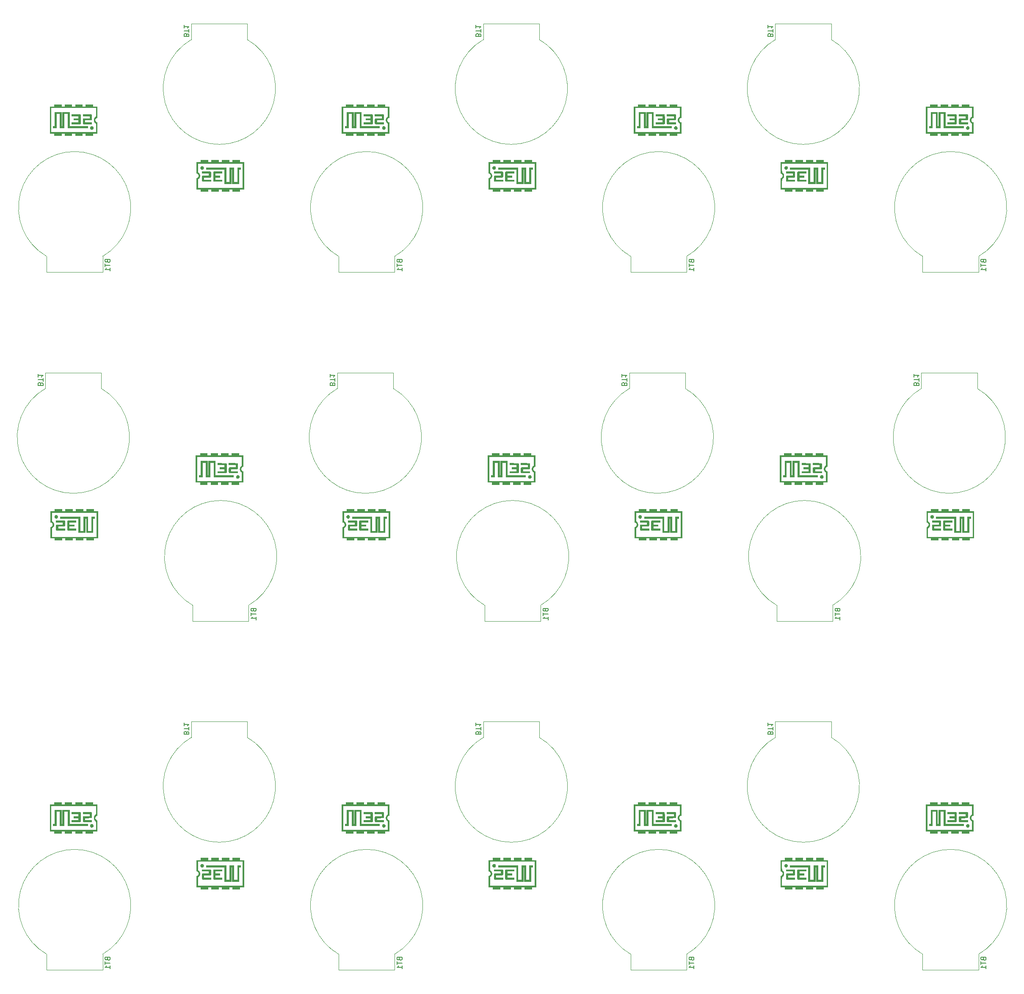
<source format=gbo>
G04 #@! TF.GenerationSoftware,KiCad,Pcbnew,6.0.5-a6ca702e91~116~ubuntu20.04.1*
G04 #@! TF.CreationDate,2022-10-27T20:54:25+02:00*
G04 #@! TF.ProjectId,panel,70616e65-6c2e-46b6-9963-61645f706362,rev?*
G04 #@! TF.SameCoordinates,Original*
G04 #@! TF.FileFunction,Legend,Bot*
G04 #@! TF.FilePolarity,Positive*
%FSLAX46Y46*%
G04 Gerber Fmt 4.6, Leading zero omitted, Abs format (unit mm)*
G04 Created by KiCad (PCBNEW 6.0.5-a6ca702e91~116~ubuntu20.04.1) date 2022-10-27 20:54:25*
%MOMM*%
%LPD*%
G01*
G04 APERTURE LIST*
%ADD10C,0.000000*%
%ADD11C,0.150000*%
%ADD12C,0.120000*%
%ADD13C,0.500000*%
%ADD14R,1.000000X1.000000*%
%ADD15O,1.000000X1.000000*%
%ADD16R,2.100000X2.100000*%
%ADD17C,2.100000*%
G04 APERTURE END LIST*
D10*
G36*
X43325158Y-43658124D02*
G01*
X43372700Y-43692231D01*
X43377782Y-43695907D01*
X43382931Y-43699936D01*
X43388115Y-43704282D01*
X43393306Y-43708912D01*
X43398473Y-43713791D01*
X43403585Y-43718882D01*
X43408613Y-43724153D01*
X43413525Y-43729567D01*
X43418292Y-43735090D01*
X43422883Y-43740687D01*
X43427269Y-43746324D01*
X43431418Y-43751965D01*
X43435301Y-43757576D01*
X43438887Y-43763122D01*
X43442146Y-43768568D01*
X43445047Y-43773879D01*
X43452552Y-43792134D01*
X43458192Y-43817788D01*
X43462234Y-43860666D01*
X43464943Y-43930588D01*
X43467430Y-44190860D01*
X43467785Y-44677183D01*
X43467785Y-45529844D01*
X43440913Y-45580487D01*
X43437363Y-45586944D01*
X43433683Y-45593144D01*
X43429863Y-45599095D01*
X43425895Y-45604808D01*
X43421769Y-45610290D01*
X43417477Y-45615551D01*
X43413010Y-45620600D01*
X43408357Y-45625446D01*
X43403511Y-45630098D01*
X43398462Y-45634566D01*
X43393201Y-45638858D01*
X43387719Y-45642984D01*
X43382007Y-45646952D01*
X43376055Y-45650771D01*
X43369856Y-45654452D01*
X43363399Y-45658002D01*
X43313789Y-45684874D01*
X41617769Y-45684874D01*
X41617769Y-45276630D01*
X43005798Y-45276630D01*
X43005798Y-44878721D01*
X42034281Y-44878721D01*
X42034281Y-44470477D01*
X43005798Y-44470477D01*
X43005798Y-44061201D01*
X41617769Y-44061201D01*
X41617769Y-43651923D01*
X43325158Y-43658124D01*
G37*
G36*
X71785431Y-55536570D02*
G01*
X70397402Y-55536570D01*
X70397402Y-55934479D01*
X71368919Y-55934479D01*
X71368919Y-56342723D01*
X70397402Y-56342723D01*
X70397402Y-56751999D01*
X71785431Y-56751999D01*
X71785431Y-57161277D01*
X70078042Y-57155076D01*
X70030500Y-57120969D01*
X70025418Y-57117293D01*
X70020269Y-57113264D01*
X70015085Y-57108918D01*
X70009894Y-57104288D01*
X70004727Y-57099409D01*
X69999615Y-57094318D01*
X69994587Y-57089047D01*
X69989675Y-57083633D01*
X69984908Y-57078110D01*
X69980317Y-57072513D01*
X69975931Y-57066876D01*
X69971782Y-57061235D01*
X69967899Y-57055624D01*
X69964313Y-57050078D01*
X69961054Y-57044632D01*
X69958153Y-57039321D01*
X69950648Y-57021066D01*
X69945008Y-56995412D01*
X69940966Y-56952534D01*
X69938257Y-56882612D01*
X69935770Y-56622340D01*
X69935415Y-56136017D01*
X69935415Y-55283356D01*
X69962287Y-55232713D01*
X69965837Y-55226256D01*
X69969517Y-55220056D01*
X69973337Y-55214105D01*
X69977305Y-55208392D01*
X69981431Y-55202910D01*
X69985723Y-55197649D01*
X69990190Y-55192600D01*
X69994843Y-55187754D01*
X69999689Y-55183102D01*
X70004738Y-55178634D01*
X70009999Y-55174342D01*
X70015481Y-55170216D01*
X70021193Y-55166248D01*
X70027145Y-55162429D01*
X70033344Y-55158748D01*
X70039801Y-55155198D01*
X70089411Y-55128326D01*
X71785431Y-55128326D01*
X71785431Y-55536570D01*
G37*
G36*
X101728358Y-43658124D02*
G01*
X101775900Y-43692231D01*
X101780982Y-43695907D01*
X101786131Y-43699936D01*
X101791315Y-43704282D01*
X101796506Y-43708912D01*
X101801673Y-43713791D01*
X101806785Y-43718882D01*
X101811813Y-43724153D01*
X101816725Y-43729567D01*
X101821492Y-43735090D01*
X101826083Y-43740687D01*
X101830469Y-43746324D01*
X101834618Y-43751965D01*
X101838501Y-43757576D01*
X101842087Y-43763122D01*
X101845346Y-43768568D01*
X101848247Y-43773879D01*
X101855752Y-43792134D01*
X101861392Y-43817788D01*
X101865434Y-43860666D01*
X101868143Y-43930588D01*
X101870630Y-44190860D01*
X101870985Y-44677183D01*
X101870985Y-45529844D01*
X101844113Y-45580487D01*
X101840563Y-45586944D01*
X101836883Y-45593144D01*
X101833063Y-45599095D01*
X101829095Y-45604808D01*
X101824969Y-45610290D01*
X101820677Y-45615551D01*
X101816210Y-45620600D01*
X101811557Y-45625446D01*
X101806711Y-45630098D01*
X101801662Y-45634566D01*
X101796401Y-45638858D01*
X101790919Y-45642984D01*
X101785207Y-45646952D01*
X101779255Y-45650771D01*
X101773056Y-45654452D01*
X101766599Y-45658002D01*
X101716989Y-45684874D01*
X100020969Y-45684874D01*
X100020969Y-45276630D01*
X101408998Y-45276630D01*
X101408998Y-44878721D01*
X100437481Y-44878721D01*
X100437481Y-44470477D01*
X101408998Y-44470477D01*
X101408998Y-44061201D01*
X100020969Y-44061201D01*
X100020969Y-43651923D01*
X101728358Y-43658124D01*
G37*
G36*
X130188631Y-55536570D02*
G01*
X128800602Y-55536570D01*
X128800602Y-55934479D01*
X129772119Y-55934479D01*
X129772119Y-56342723D01*
X128800602Y-56342723D01*
X128800602Y-56751999D01*
X130188631Y-56751999D01*
X130188631Y-57161277D01*
X128481242Y-57155076D01*
X128433700Y-57120969D01*
X128428618Y-57117293D01*
X128423469Y-57113264D01*
X128418285Y-57108918D01*
X128413094Y-57104288D01*
X128407927Y-57099409D01*
X128402815Y-57094318D01*
X128397787Y-57089047D01*
X128392875Y-57083633D01*
X128388108Y-57078110D01*
X128383517Y-57072513D01*
X128379131Y-57066876D01*
X128374982Y-57061235D01*
X128371099Y-57055624D01*
X128367513Y-57050078D01*
X128364254Y-57044632D01*
X128361353Y-57039321D01*
X128353848Y-57021066D01*
X128348208Y-56995412D01*
X128344166Y-56952534D01*
X128341457Y-56882612D01*
X128338970Y-56622340D01*
X128338615Y-56136017D01*
X128338615Y-55283356D01*
X128365487Y-55232713D01*
X128369037Y-55226256D01*
X128372717Y-55220056D01*
X128376537Y-55214105D01*
X128380505Y-55208392D01*
X128384631Y-55202910D01*
X128388923Y-55197649D01*
X128393390Y-55192600D01*
X128398043Y-55187754D01*
X128402889Y-55183102D01*
X128407938Y-55178634D01*
X128413199Y-55174342D01*
X128418681Y-55170216D01*
X128424393Y-55166248D01*
X128430345Y-55162429D01*
X128436544Y-55158748D01*
X128443001Y-55155198D01*
X128492611Y-55128326D01*
X130188631Y-55128326D01*
X130188631Y-55536570D01*
G37*
G36*
X160131558Y-43658124D02*
G01*
X160179100Y-43692231D01*
X160184182Y-43695907D01*
X160189331Y-43699936D01*
X160194515Y-43704282D01*
X160199706Y-43708912D01*
X160204873Y-43713791D01*
X160209985Y-43718882D01*
X160215013Y-43724153D01*
X160219925Y-43729567D01*
X160224692Y-43735090D01*
X160229283Y-43740687D01*
X160233669Y-43746324D01*
X160237818Y-43751965D01*
X160241701Y-43757576D01*
X160245287Y-43763122D01*
X160248546Y-43768568D01*
X160251447Y-43773879D01*
X160258952Y-43792134D01*
X160264592Y-43817788D01*
X160268634Y-43860666D01*
X160271343Y-43930588D01*
X160273830Y-44190860D01*
X160274185Y-44677183D01*
X160274185Y-45529844D01*
X160247313Y-45580487D01*
X160243763Y-45586944D01*
X160240083Y-45593144D01*
X160236263Y-45599095D01*
X160232295Y-45604808D01*
X160228169Y-45610290D01*
X160223877Y-45615551D01*
X160219410Y-45620600D01*
X160214757Y-45625446D01*
X160209911Y-45630098D01*
X160204862Y-45634566D01*
X160199601Y-45638858D01*
X160194119Y-45642984D01*
X160188407Y-45646952D01*
X160182455Y-45650771D01*
X160176256Y-45654452D01*
X160169799Y-45658002D01*
X160120189Y-45684874D01*
X158424169Y-45684874D01*
X158424169Y-45276630D01*
X159812198Y-45276630D01*
X159812198Y-44878721D01*
X158840681Y-44878721D01*
X158840681Y-44470477D01*
X159812198Y-44470477D01*
X159812198Y-44061201D01*
X158424169Y-44061201D01*
X158424169Y-43651923D01*
X160131558Y-43658124D01*
G37*
G36*
X188591831Y-55536570D02*
G01*
X187203802Y-55536570D01*
X187203802Y-55934479D01*
X188175319Y-55934479D01*
X188175319Y-56342723D01*
X187203802Y-56342723D01*
X187203802Y-56751999D01*
X188591831Y-56751999D01*
X188591831Y-57161277D01*
X186884442Y-57155076D01*
X186836900Y-57120969D01*
X186831818Y-57117293D01*
X186826669Y-57113264D01*
X186821485Y-57108918D01*
X186816294Y-57104288D01*
X186811127Y-57099409D01*
X186806015Y-57094318D01*
X186800987Y-57089047D01*
X186796075Y-57083633D01*
X186791308Y-57078110D01*
X186786717Y-57072513D01*
X186782331Y-57066876D01*
X186778182Y-57061235D01*
X186774299Y-57055624D01*
X186770713Y-57050078D01*
X186767454Y-57044632D01*
X186764553Y-57039321D01*
X186757048Y-57021066D01*
X186751408Y-56995412D01*
X186747366Y-56952534D01*
X186744657Y-56882612D01*
X186742170Y-56622340D01*
X186741815Y-56136017D01*
X186741815Y-55283356D01*
X186768687Y-55232713D01*
X186772237Y-55226256D01*
X186775917Y-55220056D01*
X186779737Y-55214105D01*
X186783705Y-55208392D01*
X186787831Y-55202910D01*
X186792123Y-55197649D01*
X186796590Y-55192600D01*
X186801243Y-55187754D01*
X186806089Y-55183102D01*
X186811138Y-55178634D01*
X186816399Y-55174342D01*
X186821881Y-55170216D01*
X186827593Y-55166248D01*
X186833545Y-55162429D01*
X186839744Y-55158748D01*
X186846201Y-55155198D01*
X186895811Y-55128326D01*
X188591831Y-55128326D01*
X188591831Y-55536570D01*
G37*
G36*
X218534758Y-43658124D02*
G01*
X218582300Y-43692231D01*
X218587382Y-43695907D01*
X218592531Y-43699936D01*
X218597715Y-43704282D01*
X218602906Y-43708912D01*
X218608073Y-43713791D01*
X218613185Y-43718882D01*
X218618213Y-43724153D01*
X218623125Y-43729567D01*
X218627892Y-43735090D01*
X218632483Y-43740687D01*
X218636869Y-43746324D01*
X218641018Y-43751965D01*
X218644901Y-43757576D01*
X218648487Y-43763122D01*
X218651746Y-43768568D01*
X218654647Y-43773879D01*
X218662152Y-43792134D01*
X218667792Y-43817788D01*
X218671834Y-43860666D01*
X218674543Y-43930588D01*
X218677030Y-44190860D01*
X218677385Y-44677183D01*
X218677385Y-45529844D01*
X218650513Y-45580487D01*
X218646963Y-45586944D01*
X218643283Y-45593144D01*
X218639463Y-45599095D01*
X218635495Y-45604808D01*
X218631369Y-45610290D01*
X218627077Y-45615551D01*
X218622610Y-45620600D01*
X218617957Y-45625446D01*
X218613111Y-45630098D01*
X218608062Y-45634566D01*
X218602801Y-45638858D01*
X218597319Y-45642984D01*
X218591607Y-45646952D01*
X218585655Y-45650771D01*
X218579456Y-45654452D01*
X218572999Y-45658002D01*
X218523389Y-45684874D01*
X216827369Y-45684874D01*
X216827369Y-45276630D01*
X218215398Y-45276630D01*
X218215398Y-44878721D01*
X217243881Y-44878721D01*
X217243881Y-44470477D01*
X218215398Y-44470477D01*
X218215398Y-44061201D01*
X216827369Y-44061201D01*
X216827369Y-43651923D01*
X218534758Y-43658124D01*
G37*
G36*
X42583831Y-125349770D02*
G01*
X41195802Y-125349770D01*
X41195802Y-125747679D01*
X42167319Y-125747679D01*
X42167319Y-126155923D01*
X41195802Y-126155923D01*
X41195802Y-126565199D01*
X42583831Y-126565199D01*
X42583831Y-126974477D01*
X40876442Y-126968276D01*
X40828900Y-126934169D01*
X40823818Y-126930493D01*
X40818669Y-126926464D01*
X40813485Y-126922118D01*
X40808294Y-126917488D01*
X40803127Y-126912609D01*
X40798015Y-126907518D01*
X40792987Y-126902247D01*
X40788075Y-126896833D01*
X40783308Y-126891310D01*
X40778717Y-126885713D01*
X40774331Y-126880076D01*
X40770182Y-126874435D01*
X40766299Y-126868824D01*
X40762713Y-126863278D01*
X40759454Y-126857832D01*
X40756553Y-126852521D01*
X40749048Y-126834266D01*
X40743408Y-126808612D01*
X40739366Y-126765734D01*
X40736657Y-126695812D01*
X40734170Y-126435540D01*
X40733815Y-125949217D01*
X40733815Y-125096556D01*
X40760687Y-125045913D01*
X40764237Y-125039456D01*
X40767917Y-125033256D01*
X40771737Y-125027305D01*
X40775705Y-125021592D01*
X40779831Y-125016110D01*
X40784123Y-125010849D01*
X40788590Y-125005800D01*
X40793243Y-125000954D01*
X40798089Y-124996302D01*
X40803138Y-124991834D01*
X40808399Y-124987542D01*
X40813881Y-124983416D01*
X40819593Y-124979448D01*
X40825545Y-124975629D01*
X40831744Y-124971948D01*
X40838201Y-124968398D01*
X40887811Y-124941526D01*
X42583831Y-124941526D01*
X42583831Y-125349770D01*
G37*
G36*
X72526758Y-113471324D02*
G01*
X72574300Y-113505431D01*
X72579382Y-113509107D01*
X72584531Y-113513136D01*
X72589715Y-113517482D01*
X72594906Y-113522112D01*
X72600073Y-113526991D01*
X72605185Y-113532082D01*
X72610213Y-113537353D01*
X72615125Y-113542767D01*
X72619892Y-113548290D01*
X72624483Y-113553887D01*
X72628869Y-113559524D01*
X72633018Y-113565165D01*
X72636901Y-113570776D01*
X72640487Y-113576322D01*
X72643746Y-113581768D01*
X72646647Y-113587079D01*
X72654152Y-113605334D01*
X72659792Y-113630988D01*
X72663834Y-113673866D01*
X72666543Y-113743788D01*
X72669030Y-114004060D01*
X72669385Y-114490383D01*
X72669385Y-115343044D01*
X72642513Y-115393687D01*
X72638963Y-115400144D01*
X72635283Y-115406344D01*
X72631463Y-115412295D01*
X72627495Y-115418008D01*
X72623369Y-115423490D01*
X72619077Y-115428751D01*
X72614610Y-115433800D01*
X72609957Y-115438646D01*
X72605111Y-115443298D01*
X72600062Y-115447766D01*
X72594801Y-115452058D01*
X72589319Y-115456184D01*
X72583607Y-115460152D01*
X72577655Y-115463971D01*
X72571456Y-115467652D01*
X72564999Y-115471202D01*
X72515389Y-115498074D01*
X70819369Y-115498074D01*
X70819369Y-115089830D01*
X72207398Y-115089830D01*
X72207398Y-114691921D01*
X71235881Y-114691921D01*
X71235881Y-114283677D01*
X72207398Y-114283677D01*
X72207398Y-113874401D01*
X70819369Y-113874401D01*
X70819369Y-113465123D01*
X72526758Y-113471324D01*
G37*
G36*
X100987031Y-125349770D02*
G01*
X99599002Y-125349770D01*
X99599002Y-125747679D01*
X100570519Y-125747679D01*
X100570519Y-126155923D01*
X99599002Y-126155923D01*
X99599002Y-126565199D01*
X100987031Y-126565199D01*
X100987031Y-126974477D01*
X99279642Y-126968276D01*
X99232100Y-126934169D01*
X99227018Y-126930493D01*
X99221869Y-126926464D01*
X99216685Y-126922118D01*
X99211494Y-126917488D01*
X99206327Y-126912609D01*
X99201215Y-126907518D01*
X99196187Y-126902247D01*
X99191275Y-126896833D01*
X99186508Y-126891310D01*
X99181917Y-126885713D01*
X99177531Y-126880076D01*
X99173382Y-126874435D01*
X99169499Y-126868824D01*
X99165913Y-126863278D01*
X99162654Y-126857832D01*
X99159753Y-126852521D01*
X99152248Y-126834266D01*
X99146608Y-126808612D01*
X99142566Y-126765734D01*
X99139857Y-126695812D01*
X99137370Y-126435540D01*
X99137015Y-125949217D01*
X99137015Y-125096556D01*
X99163887Y-125045913D01*
X99167437Y-125039456D01*
X99171117Y-125033256D01*
X99174937Y-125027305D01*
X99178905Y-125021592D01*
X99183031Y-125016110D01*
X99187323Y-125010849D01*
X99191790Y-125005800D01*
X99196443Y-125000954D01*
X99201289Y-124996302D01*
X99206338Y-124991834D01*
X99211599Y-124987542D01*
X99217081Y-124983416D01*
X99222793Y-124979448D01*
X99228745Y-124975629D01*
X99234944Y-124971948D01*
X99241401Y-124968398D01*
X99291011Y-124941526D01*
X100987031Y-124941526D01*
X100987031Y-125349770D01*
G37*
G36*
X130929958Y-113471324D02*
G01*
X130977500Y-113505431D01*
X130982582Y-113509107D01*
X130987731Y-113513136D01*
X130992915Y-113517482D01*
X130998106Y-113522112D01*
X131003273Y-113526991D01*
X131008385Y-113532082D01*
X131013413Y-113537353D01*
X131018325Y-113542767D01*
X131023092Y-113548290D01*
X131027683Y-113553887D01*
X131032069Y-113559524D01*
X131036218Y-113565165D01*
X131040101Y-113570776D01*
X131043687Y-113576322D01*
X131046946Y-113581768D01*
X131049847Y-113587079D01*
X131057352Y-113605334D01*
X131062992Y-113630988D01*
X131067034Y-113673866D01*
X131069743Y-113743788D01*
X131072230Y-114004060D01*
X131072585Y-114490383D01*
X131072585Y-115343044D01*
X131045713Y-115393687D01*
X131042163Y-115400144D01*
X131038483Y-115406344D01*
X131034663Y-115412295D01*
X131030695Y-115418008D01*
X131026569Y-115423490D01*
X131022277Y-115428751D01*
X131017810Y-115433800D01*
X131013157Y-115438646D01*
X131008311Y-115443298D01*
X131003262Y-115447766D01*
X130998001Y-115452058D01*
X130992519Y-115456184D01*
X130986807Y-115460152D01*
X130980855Y-115463971D01*
X130974656Y-115467652D01*
X130968199Y-115471202D01*
X130918589Y-115498074D01*
X129222569Y-115498074D01*
X129222569Y-115089830D01*
X130610598Y-115089830D01*
X130610598Y-114691921D01*
X129639081Y-114691921D01*
X129639081Y-114283677D01*
X130610598Y-114283677D01*
X130610598Y-113874401D01*
X129222569Y-113874401D01*
X129222569Y-113465123D01*
X130929958Y-113471324D01*
G37*
G36*
X159390231Y-125349770D02*
G01*
X158002202Y-125349770D01*
X158002202Y-125747679D01*
X158973719Y-125747679D01*
X158973719Y-126155923D01*
X158002202Y-126155923D01*
X158002202Y-126565199D01*
X159390231Y-126565199D01*
X159390231Y-126974477D01*
X157682842Y-126968276D01*
X157635300Y-126934169D01*
X157630218Y-126930493D01*
X157625069Y-126926464D01*
X157619885Y-126922118D01*
X157614694Y-126917488D01*
X157609527Y-126912609D01*
X157604415Y-126907518D01*
X157599387Y-126902247D01*
X157594475Y-126896833D01*
X157589708Y-126891310D01*
X157585117Y-126885713D01*
X157580731Y-126880076D01*
X157576582Y-126874435D01*
X157572699Y-126868824D01*
X157569113Y-126863278D01*
X157565854Y-126857832D01*
X157562953Y-126852521D01*
X157555448Y-126834266D01*
X157549808Y-126808612D01*
X157545766Y-126765734D01*
X157543057Y-126695812D01*
X157540570Y-126435540D01*
X157540215Y-125949217D01*
X157540215Y-125096556D01*
X157567087Y-125045913D01*
X157570637Y-125039456D01*
X157574317Y-125033256D01*
X157578137Y-125027305D01*
X157582105Y-125021592D01*
X157586231Y-125016110D01*
X157590523Y-125010849D01*
X157594990Y-125005800D01*
X157599643Y-125000954D01*
X157604489Y-124996302D01*
X157609538Y-124991834D01*
X157614799Y-124987542D01*
X157620281Y-124983416D01*
X157625993Y-124979448D01*
X157631945Y-124975629D01*
X157638144Y-124971948D01*
X157644601Y-124968398D01*
X157694211Y-124941526D01*
X159390231Y-124941526D01*
X159390231Y-125349770D01*
G37*
G36*
X189333158Y-113471324D02*
G01*
X189380700Y-113505431D01*
X189385782Y-113509107D01*
X189390931Y-113513136D01*
X189396115Y-113517482D01*
X189401306Y-113522112D01*
X189406473Y-113526991D01*
X189411585Y-113532082D01*
X189416613Y-113537353D01*
X189421525Y-113542767D01*
X189426292Y-113548290D01*
X189430883Y-113553887D01*
X189435269Y-113559524D01*
X189439418Y-113565165D01*
X189443301Y-113570776D01*
X189446887Y-113576322D01*
X189450146Y-113581768D01*
X189453047Y-113587079D01*
X189460552Y-113605334D01*
X189466192Y-113630988D01*
X189470234Y-113673866D01*
X189472943Y-113743788D01*
X189475430Y-114004060D01*
X189475785Y-114490383D01*
X189475785Y-115343044D01*
X189448913Y-115393687D01*
X189445363Y-115400144D01*
X189441683Y-115406344D01*
X189437863Y-115412295D01*
X189433895Y-115418008D01*
X189429769Y-115423490D01*
X189425477Y-115428751D01*
X189421010Y-115433800D01*
X189416357Y-115438646D01*
X189411511Y-115443298D01*
X189406462Y-115447766D01*
X189401201Y-115452058D01*
X189395719Y-115456184D01*
X189390007Y-115460152D01*
X189384055Y-115463971D01*
X189377856Y-115467652D01*
X189371399Y-115471202D01*
X189321789Y-115498074D01*
X187625769Y-115498074D01*
X187625769Y-115089830D01*
X189013798Y-115089830D01*
X189013798Y-114691921D01*
X188042281Y-114691921D01*
X188042281Y-114283677D01*
X189013798Y-114283677D01*
X189013798Y-113874401D01*
X187625769Y-113874401D01*
X187625769Y-113465123D01*
X189333158Y-113471324D01*
G37*
G36*
X217793431Y-125349770D02*
G01*
X216405402Y-125349770D01*
X216405402Y-125747679D01*
X217376919Y-125747679D01*
X217376919Y-126155923D01*
X216405402Y-126155923D01*
X216405402Y-126565199D01*
X217793431Y-126565199D01*
X217793431Y-126974477D01*
X216086042Y-126968276D01*
X216038500Y-126934169D01*
X216033418Y-126930493D01*
X216028269Y-126926464D01*
X216023085Y-126922118D01*
X216017894Y-126917488D01*
X216012727Y-126912609D01*
X216007615Y-126907518D01*
X216002587Y-126902247D01*
X215997675Y-126896833D01*
X215992908Y-126891310D01*
X215988317Y-126885713D01*
X215983931Y-126880076D01*
X215979782Y-126874435D01*
X215975899Y-126868824D01*
X215972313Y-126863278D01*
X215969054Y-126857832D01*
X215966153Y-126852521D01*
X215958648Y-126834266D01*
X215953008Y-126808612D01*
X215948966Y-126765734D01*
X215946257Y-126695812D01*
X215943770Y-126435540D01*
X215943415Y-125949217D01*
X215943415Y-125096556D01*
X215970287Y-125045913D01*
X215973837Y-125039456D01*
X215977517Y-125033256D01*
X215981337Y-125027305D01*
X215985305Y-125021592D01*
X215989431Y-125016110D01*
X215993723Y-125010849D01*
X215998190Y-125005800D01*
X216002843Y-125000954D01*
X216007689Y-124996302D01*
X216012738Y-124991834D01*
X216017999Y-124987542D01*
X216023481Y-124983416D01*
X216029193Y-124979448D01*
X216035145Y-124975629D01*
X216041344Y-124971948D01*
X216047801Y-124968398D01*
X216097411Y-124941526D01*
X217793431Y-124941526D01*
X217793431Y-125349770D01*
G37*
G36*
X43325158Y-183284524D02*
G01*
X43372700Y-183318631D01*
X43377782Y-183322307D01*
X43382931Y-183326336D01*
X43388115Y-183330682D01*
X43393306Y-183335312D01*
X43398473Y-183340191D01*
X43403585Y-183345282D01*
X43408613Y-183350553D01*
X43413525Y-183355967D01*
X43418292Y-183361490D01*
X43422883Y-183367087D01*
X43427269Y-183372724D01*
X43431418Y-183378365D01*
X43435301Y-183383976D01*
X43438887Y-183389522D01*
X43442146Y-183394968D01*
X43445047Y-183400279D01*
X43452552Y-183418534D01*
X43458192Y-183444188D01*
X43462234Y-183487066D01*
X43464943Y-183556988D01*
X43467430Y-183817260D01*
X43467785Y-184303583D01*
X43467785Y-185156244D01*
X43440913Y-185206887D01*
X43437363Y-185213344D01*
X43433683Y-185219544D01*
X43429863Y-185225495D01*
X43425895Y-185231208D01*
X43421769Y-185236690D01*
X43417477Y-185241951D01*
X43413010Y-185247000D01*
X43408357Y-185251846D01*
X43403511Y-185256498D01*
X43398462Y-185260966D01*
X43393201Y-185265258D01*
X43387719Y-185269384D01*
X43382007Y-185273352D01*
X43376055Y-185277171D01*
X43369856Y-185280852D01*
X43363399Y-185284402D01*
X43313789Y-185311274D01*
X41617769Y-185311274D01*
X41617769Y-184903030D01*
X43005798Y-184903030D01*
X43005798Y-184505121D01*
X42034281Y-184505121D01*
X42034281Y-184096877D01*
X43005798Y-184096877D01*
X43005798Y-183687601D01*
X41617769Y-183687601D01*
X41617769Y-183278323D01*
X43325158Y-183284524D01*
G37*
G36*
X71785431Y-195162970D02*
G01*
X70397402Y-195162970D01*
X70397402Y-195560879D01*
X71368919Y-195560879D01*
X71368919Y-195969123D01*
X70397402Y-195969123D01*
X70397402Y-196378399D01*
X71785431Y-196378399D01*
X71785431Y-196787677D01*
X70078042Y-196781476D01*
X70030500Y-196747369D01*
X70025418Y-196743693D01*
X70020269Y-196739664D01*
X70015085Y-196735318D01*
X70009894Y-196730688D01*
X70004727Y-196725809D01*
X69999615Y-196720718D01*
X69994587Y-196715447D01*
X69989675Y-196710033D01*
X69984908Y-196704510D01*
X69980317Y-196698913D01*
X69975931Y-196693276D01*
X69971782Y-196687635D01*
X69967899Y-196682024D01*
X69964313Y-196676478D01*
X69961054Y-196671032D01*
X69958153Y-196665721D01*
X69950648Y-196647466D01*
X69945008Y-196621812D01*
X69940966Y-196578934D01*
X69938257Y-196509012D01*
X69935770Y-196248740D01*
X69935415Y-195762417D01*
X69935415Y-194909756D01*
X69962287Y-194859113D01*
X69965837Y-194852656D01*
X69969517Y-194846456D01*
X69973337Y-194840505D01*
X69977305Y-194834792D01*
X69981431Y-194829310D01*
X69985723Y-194824049D01*
X69990190Y-194819000D01*
X69994843Y-194814154D01*
X69999689Y-194809502D01*
X70004738Y-194805034D01*
X70009999Y-194800742D01*
X70015481Y-194796616D01*
X70021193Y-194792648D01*
X70027145Y-194788829D01*
X70033344Y-194785148D01*
X70039801Y-194781598D01*
X70089411Y-194754726D01*
X71785431Y-194754726D01*
X71785431Y-195162970D01*
G37*
G36*
X101728358Y-183284524D02*
G01*
X101775900Y-183318631D01*
X101780982Y-183322307D01*
X101786131Y-183326336D01*
X101791315Y-183330682D01*
X101796506Y-183335312D01*
X101801673Y-183340191D01*
X101806785Y-183345282D01*
X101811813Y-183350553D01*
X101816725Y-183355967D01*
X101821492Y-183361490D01*
X101826083Y-183367087D01*
X101830469Y-183372724D01*
X101834618Y-183378365D01*
X101838501Y-183383976D01*
X101842087Y-183389522D01*
X101845346Y-183394968D01*
X101848247Y-183400279D01*
X101855752Y-183418534D01*
X101861392Y-183444188D01*
X101865434Y-183487066D01*
X101868143Y-183556988D01*
X101870630Y-183817260D01*
X101870985Y-184303583D01*
X101870985Y-185156244D01*
X101844113Y-185206887D01*
X101840563Y-185213344D01*
X101836883Y-185219544D01*
X101833063Y-185225495D01*
X101829095Y-185231208D01*
X101824969Y-185236690D01*
X101820677Y-185241951D01*
X101816210Y-185247000D01*
X101811557Y-185251846D01*
X101806711Y-185256498D01*
X101801662Y-185260966D01*
X101796401Y-185265258D01*
X101790919Y-185269384D01*
X101785207Y-185273352D01*
X101779255Y-185277171D01*
X101773056Y-185280852D01*
X101766599Y-185284402D01*
X101716989Y-185311274D01*
X100020969Y-185311274D01*
X100020969Y-184903030D01*
X101408998Y-184903030D01*
X101408998Y-184505121D01*
X100437481Y-184505121D01*
X100437481Y-184096877D01*
X101408998Y-184096877D01*
X101408998Y-183687601D01*
X100020969Y-183687601D01*
X100020969Y-183278323D01*
X101728358Y-183284524D01*
G37*
G36*
X130188631Y-195162970D02*
G01*
X128800602Y-195162970D01*
X128800602Y-195560879D01*
X129772119Y-195560879D01*
X129772119Y-195969123D01*
X128800602Y-195969123D01*
X128800602Y-196378399D01*
X130188631Y-196378399D01*
X130188631Y-196787677D01*
X128481242Y-196781476D01*
X128433700Y-196747369D01*
X128428618Y-196743693D01*
X128423469Y-196739664D01*
X128418285Y-196735318D01*
X128413094Y-196730688D01*
X128407927Y-196725809D01*
X128402815Y-196720718D01*
X128397787Y-196715447D01*
X128392875Y-196710033D01*
X128388108Y-196704510D01*
X128383517Y-196698913D01*
X128379131Y-196693276D01*
X128374982Y-196687635D01*
X128371099Y-196682024D01*
X128367513Y-196676478D01*
X128364254Y-196671032D01*
X128361353Y-196665721D01*
X128353848Y-196647466D01*
X128348208Y-196621812D01*
X128344166Y-196578934D01*
X128341457Y-196509012D01*
X128338970Y-196248740D01*
X128338615Y-195762417D01*
X128338615Y-194909756D01*
X128365487Y-194859113D01*
X128369037Y-194852656D01*
X128372717Y-194846456D01*
X128376537Y-194840505D01*
X128380505Y-194834792D01*
X128384631Y-194829310D01*
X128388923Y-194824049D01*
X128393390Y-194819000D01*
X128398043Y-194814154D01*
X128402889Y-194809502D01*
X128407938Y-194805034D01*
X128413199Y-194800742D01*
X128418681Y-194796616D01*
X128424393Y-194792648D01*
X128430345Y-194788829D01*
X128436544Y-194785148D01*
X128443001Y-194781598D01*
X128492611Y-194754726D01*
X130188631Y-194754726D01*
X130188631Y-195162970D01*
G37*
G36*
X160131558Y-183284524D02*
G01*
X160179100Y-183318631D01*
X160184182Y-183322307D01*
X160189331Y-183326336D01*
X160194515Y-183330682D01*
X160199706Y-183335312D01*
X160204873Y-183340191D01*
X160209985Y-183345282D01*
X160215013Y-183350553D01*
X160219925Y-183355967D01*
X160224692Y-183361490D01*
X160229283Y-183367087D01*
X160233669Y-183372724D01*
X160237818Y-183378365D01*
X160241701Y-183383976D01*
X160245287Y-183389522D01*
X160248546Y-183394968D01*
X160251447Y-183400279D01*
X160258952Y-183418534D01*
X160264592Y-183444188D01*
X160268634Y-183487066D01*
X160271343Y-183556988D01*
X160273830Y-183817260D01*
X160274185Y-184303583D01*
X160274185Y-185156244D01*
X160247313Y-185206887D01*
X160243763Y-185213344D01*
X160240083Y-185219544D01*
X160236263Y-185225495D01*
X160232295Y-185231208D01*
X160228169Y-185236690D01*
X160223877Y-185241951D01*
X160219410Y-185247000D01*
X160214757Y-185251846D01*
X160209911Y-185256498D01*
X160204862Y-185260966D01*
X160199601Y-185265258D01*
X160194119Y-185269384D01*
X160188407Y-185273352D01*
X160182455Y-185277171D01*
X160176256Y-185280852D01*
X160169799Y-185284402D01*
X160120189Y-185311274D01*
X158424169Y-185311274D01*
X158424169Y-184903030D01*
X159812198Y-184903030D01*
X159812198Y-184505121D01*
X158840681Y-184505121D01*
X158840681Y-184096877D01*
X159812198Y-184096877D01*
X159812198Y-183687601D01*
X158424169Y-183687601D01*
X158424169Y-183278323D01*
X160131558Y-183284524D01*
G37*
G36*
X188591831Y-195162970D02*
G01*
X187203802Y-195162970D01*
X187203802Y-195560879D01*
X188175319Y-195560879D01*
X188175319Y-195969123D01*
X187203802Y-195969123D01*
X187203802Y-196378399D01*
X188591831Y-196378399D01*
X188591831Y-196787677D01*
X186884442Y-196781476D01*
X186836900Y-196747369D01*
X186831818Y-196743693D01*
X186826669Y-196739664D01*
X186821485Y-196735318D01*
X186816294Y-196730688D01*
X186811127Y-196725809D01*
X186806015Y-196720718D01*
X186800987Y-196715447D01*
X186796075Y-196710033D01*
X186791308Y-196704510D01*
X186786717Y-196698913D01*
X186782331Y-196693276D01*
X186778182Y-196687635D01*
X186774299Y-196682024D01*
X186770713Y-196676478D01*
X186767454Y-196671032D01*
X186764553Y-196665721D01*
X186757048Y-196647466D01*
X186751408Y-196621812D01*
X186747366Y-196578934D01*
X186744657Y-196509012D01*
X186742170Y-196248740D01*
X186741815Y-195762417D01*
X186741815Y-194909756D01*
X186768687Y-194859113D01*
X186772237Y-194852656D01*
X186775917Y-194846456D01*
X186779737Y-194840505D01*
X186783705Y-194834792D01*
X186787831Y-194829310D01*
X186792123Y-194824049D01*
X186796590Y-194819000D01*
X186801243Y-194814154D01*
X186806089Y-194809502D01*
X186811138Y-194805034D01*
X186816399Y-194800742D01*
X186821881Y-194796616D01*
X186827593Y-194792648D01*
X186833545Y-194788829D01*
X186839744Y-194785148D01*
X186846201Y-194781598D01*
X186895811Y-194754726D01*
X188591831Y-194754726D01*
X188591831Y-195162970D01*
G37*
G36*
X218534758Y-183284524D02*
G01*
X218582300Y-183318631D01*
X218587382Y-183322307D01*
X218592531Y-183326336D01*
X218597715Y-183330682D01*
X218602906Y-183335312D01*
X218608073Y-183340191D01*
X218613185Y-183345282D01*
X218618213Y-183350553D01*
X218623125Y-183355967D01*
X218627892Y-183361490D01*
X218632483Y-183367087D01*
X218636869Y-183372724D01*
X218641018Y-183378365D01*
X218644901Y-183383976D01*
X218648487Y-183389522D01*
X218651746Y-183394968D01*
X218654647Y-183400279D01*
X218662152Y-183418534D01*
X218667792Y-183444188D01*
X218671834Y-183487066D01*
X218674543Y-183556988D01*
X218677030Y-183817260D01*
X218677385Y-184303583D01*
X218677385Y-185156244D01*
X218650513Y-185206887D01*
X218646963Y-185213344D01*
X218643283Y-185219544D01*
X218639463Y-185225495D01*
X218635495Y-185231208D01*
X218631369Y-185236690D01*
X218627077Y-185241951D01*
X218622610Y-185247000D01*
X218617957Y-185251846D01*
X218613111Y-185256498D01*
X218608062Y-185260966D01*
X218602801Y-185265258D01*
X218597319Y-185269384D01*
X218591607Y-185273352D01*
X218585655Y-185277171D01*
X218579456Y-185280852D01*
X218572999Y-185284402D01*
X218523389Y-185311274D01*
X216827369Y-185311274D01*
X216827369Y-184903030D01*
X218215398Y-184903030D01*
X218215398Y-184505121D01*
X217243881Y-184505121D01*
X217243881Y-184096877D01*
X218215398Y-184096877D01*
X218215398Y-183687601D01*
X216827369Y-183687601D01*
X216827369Y-183278323D01*
X218534758Y-183284524D01*
G37*
G36*
X44714220Y-43655024D02*
G01*
X45568949Y-43658124D01*
X45616491Y-43692231D01*
X45621573Y-43695907D01*
X45626720Y-43699936D01*
X45631900Y-43704282D01*
X45637081Y-43708912D01*
X45642232Y-43713791D01*
X45647321Y-43718882D01*
X45652317Y-43724153D01*
X45657186Y-43729567D01*
X45661899Y-43735090D01*
X45666421Y-43740687D01*
X45670723Y-43746324D01*
X45674772Y-43751965D01*
X45678537Y-43757576D01*
X45681985Y-43763122D01*
X45685084Y-43768568D01*
X45687804Y-43773879D01*
X45695354Y-43791118D01*
X45701111Y-43811216D01*
X45705318Y-43839064D01*
X45708216Y-43879558D01*
X45710049Y-43937589D01*
X45711059Y-44018051D01*
X45711575Y-44265839D01*
X45711485Y-44406649D01*
X45711323Y-44464437D01*
X45711043Y-44514661D01*
X45710610Y-44557957D01*
X45709995Y-44594961D01*
X45709164Y-44626309D01*
X45708087Y-44652637D01*
X45706732Y-44674580D01*
X45705939Y-44684107D01*
X45705065Y-44692775D01*
X45704106Y-44700666D01*
X45703057Y-44707857D01*
X45701915Y-44714430D01*
X45700675Y-44720462D01*
X45699334Y-44726035D01*
X45697887Y-44731227D01*
X45696331Y-44736117D01*
X45694662Y-44740786D01*
X45690967Y-44749776D01*
X45686771Y-44758832D01*
X45684294Y-44763936D01*
X45681537Y-44769145D01*
X45678535Y-44774418D01*
X45675322Y-44779713D01*
X45671933Y-44784990D01*
X45668404Y-44790207D01*
X45664768Y-44795325D01*
X45661062Y-44800302D01*
X45657319Y-44805098D01*
X45653575Y-44809671D01*
X45649864Y-44813980D01*
X45646221Y-44817986D01*
X45642681Y-44821646D01*
X45639279Y-44824920D01*
X45636049Y-44827767D01*
X45633027Y-44830146D01*
X45607980Y-44845586D01*
X45594258Y-44851899D01*
X45578573Y-44857357D01*
X45560055Y-44862021D01*
X45537830Y-44865954D01*
X45478773Y-44871874D01*
X45394428Y-44875615D01*
X45277816Y-44877672D01*
X44919892Y-44878721D01*
X44334916Y-44878721D01*
X44334916Y-45276630D01*
X45711575Y-45276630D01*
X45711575Y-45684874D01*
X44015555Y-45684874D01*
X43961812Y-45649734D01*
X43954480Y-45645091D01*
X43947586Y-45640448D01*
X43941107Y-45635781D01*
X43935021Y-45631066D01*
X43929303Y-45626277D01*
X43923932Y-45621392D01*
X43918886Y-45616386D01*
X43914140Y-45611235D01*
X43909673Y-45605914D01*
X43905462Y-45600399D01*
X43901484Y-45594666D01*
X43897717Y-45588691D01*
X43894137Y-45582449D01*
X43890722Y-45575917D01*
X43887450Y-45569070D01*
X43884297Y-45561884D01*
X43877044Y-45543010D01*
X43871426Y-45521350D01*
X43867238Y-45492375D01*
X43864273Y-45451555D01*
X43862325Y-45394359D01*
X43861188Y-45316259D01*
X43860526Y-45079226D01*
X43860579Y-44939881D01*
X43860703Y-44883013D01*
X43860946Y-44833795D01*
X43861346Y-44791566D01*
X43861943Y-44755663D01*
X43862776Y-44725422D01*
X43863294Y-44712217D01*
X43863885Y-44700179D01*
X43864555Y-44689226D01*
X43865309Y-44679273D01*
X43866151Y-44670239D01*
X43867087Y-44662040D01*
X43868121Y-44654593D01*
X43869258Y-44647816D01*
X43870504Y-44641626D01*
X43871863Y-44635939D01*
X43873339Y-44630674D01*
X43874939Y-44625746D01*
X43876667Y-44621073D01*
X43878528Y-44616573D01*
X43880526Y-44612162D01*
X43882668Y-44607757D01*
X43887398Y-44598636D01*
X43890643Y-44592277D01*
X43894172Y-44585995D01*
X43897980Y-44579791D01*
X43902061Y-44573669D01*
X43906408Y-44567632D01*
X43911015Y-44561683D01*
X43915877Y-44555824D01*
X43920987Y-44550060D01*
X43926340Y-44544392D01*
X43931928Y-44538824D01*
X43937747Y-44533359D01*
X43943789Y-44528000D01*
X43950050Y-44522750D01*
X43956523Y-44517613D01*
X43963201Y-44512590D01*
X43970080Y-44507685D01*
X44024857Y-44470477D01*
X45248555Y-44470477D01*
X45248555Y-44061201D01*
X43860526Y-44061201D01*
X43860526Y-43651923D01*
X44714220Y-43655024D01*
G37*
G36*
X69441388Y-55163466D02*
G01*
X69448720Y-55168109D01*
X69455614Y-55172752D01*
X69462093Y-55177419D01*
X69468179Y-55182134D01*
X69473897Y-55186923D01*
X69479268Y-55191808D01*
X69484314Y-55196814D01*
X69489060Y-55201965D01*
X69493527Y-55207286D01*
X69497738Y-55212801D01*
X69501716Y-55218534D01*
X69505483Y-55224509D01*
X69509063Y-55230751D01*
X69512478Y-55237283D01*
X69515750Y-55244130D01*
X69518903Y-55251316D01*
X69526156Y-55270190D01*
X69531774Y-55291850D01*
X69535962Y-55320825D01*
X69538927Y-55361645D01*
X69540875Y-55418841D01*
X69542012Y-55496941D01*
X69542674Y-55733974D01*
X69542621Y-55873319D01*
X69542497Y-55930187D01*
X69542254Y-55979405D01*
X69541854Y-56021634D01*
X69541257Y-56057537D01*
X69540424Y-56087778D01*
X69539906Y-56100983D01*
X69539315Y-56113021D01*
X69538645Y-56123974D01*
X69537891Y-56133927D01*
X69537049Y-56142961D01*
X69536113Y-56151160D01*
X69535079Y-56158607D01*
X69533942Y-56165384D01*
X69532696Y-56171574D01*
X69531337Y-56177261D01*
X69529861Y-56182526D01*
X69528261Y-56187454D01*
X69526533Y-56192127D01*
X69524672Y-56196627D01*
X69522674Y-56201038D01*
X69520532Y-56205443D01*
X69515802Y-56214564D01*
X69512557Y-56220923D01*
X69509028Y-56227205D01*
X69505220Y-56233409D01*
X69501139Y-56239531D01*
X69496792Y-56245568D01*
X69492185Y-56251517D01*
X69487323Y-56257376D01*
X69482213Y-56263140D01*
X69476860Y-56268808D01*
X69471272Y-56274376D01*
X69465453Y-56279841D01*
X69459411Y-56285200D01*
X69453150Y-56290450D01*
X69446677Y-56295587D01*
X69439999Y-56300610D01*
X69433120Y-56305515D01*
X69378343Y-56342723D01*
X68154645Y-56342723D01*
X68154645Y-56751999D01*
X69542674Y-56751999D01*
X69542674Y-57161277D01*
X68688980Y-57158176D01*
X67834251Y-57155076D01*
X67786709Y-57120969D01*
X67781627Y-57117293D01*
X67776480Y-57113264D01*
X67771300Y-57108918D01*
X67766119Y-57104288D01*
X67760968Y-57099409D01*
X67755879Y-57094318D01*
X67750883Y-57089047D01*
X67746014Y-57083633D01*
X67741301Y-57078110D01*
X67736779Y-57072513D01*
X67732477Y-57066876D01*
X67728428Y-57061235D01*
X67724663Y-57055624D01*
X67721215Y-57050078D01*
X67718116Y-57044632D01*
X67715396Y-57039321D01*
X67707846Y-57022082D01*
X67702089Y-57001984D01*
X67697882Y-56974136D01*
X67694984Y-56933642D01*
X67693151Y-56875611D01*
X67692141Y-56795149D01*
X67691625Y-56547361D01*
X67691715Y-56406551D01*
X67691877Y-56348763D01*
X67692157Y-56298539D01*
X67692590Y-56255243D01*
X67693205Y-56218239D01*
X67694036Y-56186891D01*
X67695113Y-56160563D01*
X67696468Y-56138620D01*
X67697261Y-56129093D01*
X67698135Y-56120425D01*
X67699094Y-56112534D01*
X67700143Y-56105343D01*
X67701285Y-56098770D01*
X67702525Y-56092738D01*
X67703866Y-56087165D01*
X67705313Y-56081973D01*
X67706869Y-56077083D01*
X67708538Y-56072414D01*
X67712233Y-56063424D01*
X67716429Y-56054368D01*
X67718906Y-56049264D01*
X67721663Y-56044055D01*
X67724665Y-56038782D01*
X67727878Y-56033487D01*
X67731267Y-56028210D01*
X67734796Y-56022993D01*
X67738432Y-56017875D01*
X67742138Y-56012898D01*
X67745881Y-56008102D01*
X67749625Y-56003529D01*
X67753336Y-55999220D01*
X67756979Y-55995214D01*
X67760519Y-55991554D01*
X67763921Y-55988280D01*
X67767151Y-55985433D01*
X67770173Y-55983054D01*
X67795220Y-55967614D01*
X67808942Y-55961301D01*
X67824627Y-55955843D01*
X67843145Y-55951179D01*
X67865370Y-55947246D01*
X67924427Y-55941326D01*
X68008772Y-55937585D01*
X68125384Y-55935528D01*
X68483308Y-55934479D01*
X69068284Y-55934479D01*
X69068284Y-55536570D01*
X67691625Y-55536570D01*
X67691625Y-55128326D01*
X69387645Y-55128326D01*
X69441388Y-55163466D01*
G37*
G36*
X103117420Y-43655024D02*
G01*
X103972149Y-43658124D01*
X104019691Y-43692231D01*
X104024773Y-43695907D01*
X104029920Y-43699936D01*
X104035100Y-43704282D01*
X104040281Y-43708912D01*
X104045432Y-43713791D01*
X104050521Y-43718882D01*
X104055517Y-43724153D01*
X104060386Y-43729567D01*
X104065099Y-43735090D01*
X104069621Y-43740687D01*
X104073923Y-43746324D01*
X104077972Y-43751965D01*
X104081737Y-43757576D01*
X104085185Y-43763122D01*
X104088284Y-43768568D01*
X104091004Y-43773879D01*
X104098554Y-43791118D01*
X104104311Y-43811216D01*
X104108518Y-43839064D01*
X104111416Y-43879558D01*
X104113249Y-43937589D01*
X104114259Y-44018051D01*
X104114775Y-44265839D01*
X104114685Y-44406649D01*
X104114523Y-44464437D01*
X104114243Y-44514661D01*
X104113810Y-44557957D01*
X104113195Y-44594961D01*
X104112364Y-44626309D01*
X104111287Y-44652637D01*
X104109932Y-44674580D01*
X104109139Y-44684107D01*
X104108265Y-44692775D01*
X104107306Y-44700666D01*
X104106257Y-44707857D01*
X104105115Y-44714430D01*
X104103875Y-44720462D01*
X104102534Y-44726035D01*
X104101087Y-44731227D01*
X104099531Y-44736117D01*
X104097862Y-44740786D01*
X104094167Y-44749776D01*
X104089971Y-44758832D01*
X104087494Y-44763936D01*
X104084737Y-44769145D01*
X104081735Y-44774418D01*
X104078522Y-44779713D01*
X104075133Y-44784990D01*
X104071604Y-44790207D01*
X104067968Y-44795325D01*
X104064262Y-44800302D01*
X104060519Y-44805098D01*
X104056775Y-44809671D01*
X104053064Y-44813980D01*
X104049421Y-44817986D01*
X104045881Y-44821646D01*
X104042479Y-44824920D01*
X104039249Y-44827767D01*
X104036227Y-44830146D01*
X104011180Y-44845586D01*
X103997458Y-44851899D01*
X103981773Y-44857357D01*
X103963255Y-44862021D01*
X103941030Y-44865954D01*
X103881973Y-44871874D01*
X103797628Y-44875615D01*
X103681016Y-44877672D01*
X103323092Y-44878721D01*
X102738116Y-44878721D01*
X102738116Y-45276630D01*
X104114775Y-45276630D01*
X104114775Y-45684874D01*
X102418755Y-45684874D01*
X102365012Y-45649734D01*
X102357680Y-45645091D01*
X102350786Y-45640448D01*
X102344307Y-45635781D01*
X102338221Y-45631066D01*
X102332503Y-45626277D01*
X102327132Y-45621392D01*
X102322086Y-45616386D01*
X102317340Y-45611235D01*
X102312873Y-45605914D01*
X102308662Y-45600399D01*
X102304684Y-45594666D01*
X102300917Y-45588691D01*
X102297337Y-45582449D01*
X102293922Y-45575917D01*
X102290650Y-45569070D01*
X102287497Y-45561884D01*
X102280244Y-45543010D01*
X102274626Y-45521350D01*
X102270438Y-45492375D01*
X102267473Y-45451555D01*
X102265525Y-45394359D01*
X102264388Y-45316259D01*
X102263726Y-45079226D01*
X102263779Y-44939881D01*
X102263903Y-44883013D01*
X102264146Y-44833795D01*
X102264546Y-44791566D01*
X102265143Y-44755663D01*
X102265976Y-44725422D01*
X102266494Y-44712217D01*
X102267085Y-44700179D01*
X102267755Y-44689226D01*
X102268509Y-44679273D01*
X102269351Y-44670239D01*
X102270287Y-44662040D01*
X102271321Y-44654593D01*
X102272458Y-44647816D01*
X102273704Y-44641626D01*
X102275063Y-44635939D01*
X102276539Y-44630674D01*
X102278139Y-44625746D01*
X102279867Y-44621073D01*
X102281728Y-44616573D01*
X102283726Y-44612162D01*
X102285868Y-44607757D01*
X102290598Y-44598636D01*
X102293843Y-44592277D01*
X102297372Y-44585995D01*
X102301180Y-44579791D01*
X102305261Y-44573669D01*
X102309608Y-44567632D01*
X102314215Y-44561683D01*
X102319077Y-44555824D01*
X102324187Y-44550060D01*
X102329540Y-44544392D01*
X102335128Y-44538824D01*
X102340947Y-44533359D01*
X102346989Y-44528000D01*
X102353250Y-44522750D01*
X102359723Y-44517613D01*
X102366401Y-44512590D01*
X102373280Y-44507685D01*
X102428057Y-44470477D01*
X103651755Y-44470477D01*
X103651755Y-44061201D01*
X102263726Y-44061201D01*
X102263726Y-43651923D01*
X103117420Y-43655024D01*
G37*
G36*
X127844588Y-55163466D02*
G01*
X127851920Y-55168109D01*
X127858814Y-55172752D01*
X127865293Y-55177419D01*
X127871379Y-55182134D01*
X127877097Y-55186923D01*
X127882468Y-55191808D01*
X127887514Y-55196814D01*
X127892260Y-55201965D01*
X127896727Y-55207286D01*
X127900938Y-55212801D01*
X127904916Y-55218534D01*
X127908683Y-55224509D01*
X127912263Y-55230751D01*
X127915678Y-55237283D01*
X127918950Y-55244130D01*
X127922103Y-55251316D01*
X127929356Y-55270190D01*
X127934974Y-55291850D01*
X127939162Y-55320825D01*
X127942127Y-55361645D01*
X127944075Y-55418841D01*
X127945212Y-55496941D01*
X127945874Y-55733974D01*
X127945821Y-55873319D01*
X127945697Y-55930187D01*
X127945454Y-55979405D01*
X127945054Y-56021634D01*
X127944457Y-56057537D01*
X127943624Y-56087778D01*
X127943106Y-56100983D01*
X127942515Y-56113021D01*
X127941845Y-56123974D01*
X127941091Y-56133927D01*
X127940249Y-56142961D01*
X127939313Y-56151160D01*
X127938279Y-56158607D01*
X127937142Y-56165384D01*
X127935896Y-56171574D01*
X127934537Y-56177261D01*
X127933061Y-56182526D01*
X127931461Y-56187454D01*
X127929733Y-56192127D01*
X127927872Y-56196627D01*
X127925874Y-56201038D01*
X127923732Y-56205443D01*
X127919002Y-56214564D01*
X127915757Y-56220923D01*
X127912228Y-56227205D01*
X127908420Y-56233409D01*
X127904339Y-56239531D01*
X127899992Y-56245568D01*
X127895385Y-56251517D01*
X127890523Y-56257376D01*
X127885413Y-56263140D01*
X127880060Y-56268808D01*
X127874472Y-56274376D01*
X127868653Y-56279841D01*
X127862611Y-56285200D01*
X127856350Y-56290450D01*
X127849877Y-56295587D01*
X127843199Y-56300610D01*
X127836320Y-56305515D01*
X127781543Y-56342723D01*
X126557845Y-56342723D01*
X126557845Y-56751999D01*
X127945874Y-56751999D01*
X127945874Y-57161277D01*
X127092180Y-57158176D01*
X126237451Y-57155076D01*
X126189909Y-57120969D01*
X126184827Y-57117293D01*
X126179680Y-57113264D01*
X126174500Y-57108918D01*
X126169319Y-57104288D01*
X126164168Y-57099409D01*
X126159079Y-57094318D01*
X126154083Y-57089047D01*
X126149214Y-57083633D01*
X126144501Y-57078110D01*
X126139979Y-57072513D01*
X126135677Y-57066876D01*
X126131628Y-57061235D01*
X126127863Y-57055624D01*
X126124415Y-57050078D01*
X126121316Y-57044632D01*
X126118596Y-57039321D01*
X126111046Y-57022082D01*
X126105289Y-57001984D01*
X126101082Y-56974136D01*
X126098184Y-56933642D01*
X126096351Y-56875611D01*
X126095341Y-56795149D01*
X126094825Y-56547361D01*
X126094915Y-56406551D01*
X126095077Y-56348763D01*
X126095357Y-56298539D01*
X126095790Y-56255243D01*
X126096405Y-56218239D01*
X126097236Y-56186891D01*
X126098313Y-56160563D01*
X126099668Y-56138620D01*
X126100461Y-56129093D01*
X126101335Y-56120425D01*
X126102294Y-56112534D01*
X126103343Y-56105343D01*
X126104485Y-56098770D01*
X126105725Y-56092738D01*
X126107066Y-56087165D01*
X126108513Y-56081973D01*
X126110069Y-56077083D01*
X126111738Y-56072414D01*
X126115433Y-56063424D01*
X126119629Y-56054368D01*
X126122106Y-56049264D01*
X126124863Y-56044055D01*
X126127865Y-56038782D01*
X126131078Y-56033487D01*
X126134467Y-56028210D01*
X126137996Y-56022993D01*
X126141632Y-56017875D01*
X126145338Y-56012898D01*
X126149081Y-56008102D01*
X126152825Y-56003529D01*
X126156536Y-55999220D01*
X126160179Y-55995214D01*
X126163719Y-55991554D01*
X126167121Y-55988280D01*
X126170351Y-55985433D01*
X126173373Y-55983054D01*
X126198420Y-55967614D01*
X126212142Y-55961301D01*
X126227827Y-55955843D01*
X126246345Y-55951179D01*
X126268570Y-55947246D01*
X126327627Y-55941326D01*
X126411972Y-55937585D01*
X126528584Y-55935528D01*
X126886508Y-55934479D01*
X127471484Y-55934479D01*
X127471484Y-55536570D01*
X126094825Y-55536570D01*
X126094825Y-55128326D01*
X127790845Y-55128326D01*
X127844588Y-55163466D01*
G37*
G36*
X161520620Y-43655024D02*
G01*
X162375349Y-43658124D01*
X162422891Y-43692231D01*
X162427973Y-43695907D01*
X162433120Y-43699936D01*
X162438300Y-43704282D01*
X162443481Y-43708912D01*
X162448632Y-43713791D01*
X162453721Y-43718882D01*
X162458717Y-43724153D01*
X162463586Y-43729567D01*
X162468299Y-43735090D01*
X162472821Y-43740687D01*
X162477123Y-43746324D01*
X162481172Y-43751965D01*
X162484937Y-43757576D01*
X162488385Y-43763122D01*
X162491484Y-43768568D01*
X162494204Y-43773879D01*
X162501754Y-43791118D01*
X162507511Y-43811216D01*
X162511718Y-43839064D01*
X162514616Y-43879558D01*
X162516449Y-43937589D01*
X162517459Y-44018051D01*
X162517975Y-44265839D01*
X162517885Y-44406649D01*
X162517723Y-44464437D01*
X162517443Y-44514661D01*
X162517010Y-44557957D01*
X162516395Y-44594961D01*
X162515564Y-44626309D01*
X162514487Y-44652637D01*
X162513132Y-44674580D01*
X162512339Y-44684107D01*
X162511465Y-44692775D01*
X162510506Y-44700666D01*
X162509457Y-44707857D01*
X162508315Y-44714430D01*
X162507075Y-44720462D01*
X162505734Y-44726035D01*
X162504287Y-44731227D01*
X162502731Y-44736117D01*
X162501062Y-44740786D01*
X162497367Y-44749776D01*
X162493171Y-44758832D01*
X162490694Y-44763936D01*
X162487937Y-44769145D01*
X162484935Y-44774418D01*
X162481722Y-44779713D01*
X162478333Y-44784990D01*
X162474804Y-44790207D01*
X162471168Y-44795325D01*
X162467462Y-44800302D01*
X162463719Y-44805098D01*
X162459975Y-44809671D01*
X162456264Y-44813980D01*
X162452621Y-44817986D01*
X162449081Y-44821646D01*
X162445679Y-44824920D01*
X162442449Y-44827767D01*
X162439427Y-44830146D01*
X162414380Y-44845586D01*
X162400658Y-44851899D01*
X162384973Y-44857357D01*
X162366455Y-44862021D01*
X162344230Y-44865954D01*
X162285173Y-44871874D01*
X162200828Y-44875615D01*
X162084216Y-44877672D01*
X161726292Y-44878721D01*
X161141316Y-44878721D01*
X161141316Y-45276630D01*
X162517975Y-45276630D01*
X162517975Y-45684874D01*
X160821955Y-45684874D01*
X160768212Y-45649734D01*
X160760880Y-45645091D01*
X160753986Y-45640448D01*
X160747507Y-45635781D01*
X160741421Y-45631066D01*
X160735703Y-45626277D01*
X160730332Y-45621392D01*
X160725286Y-45616386D01*
X160720540Y-45611235D01*
X160716073Y-45605914D01*
X160711862Y-45600399D01*
X160707884Y-45594666D01*
X160704117Y-45588691D01*
X160700537Y-45582449D01*
X160697122Y-45575917D01*
X160693850Y-45569070D01*
X160690697Y-45561884D01*
X160683444Y-45543010D01*
X160677826Y-45521350D01*
X160673638Y-45492375D01*
X160670673Y-45451555D01*
X160668725Y-45394359D01*
X160667588Y-45316259D01*
X160666926Y-45079226D01*
X160666979Y-44939881D01*
X160667103Y-44883013D01*
X160667346Y-44833795D01*
X160667746Y-44791566D01*
X160668343Y-44755663D01*
X160669176Y-44725422D01*
X160669694Y-44712217D01*
X160670285Y-44700179D01*
X160670955Y-44689226D01*
X160671709Y-44679273D01*
X160672551Y-44670239D01*
X160673487Y-44662040D01*
X160674521Y-44654593D01*
X160675658Y-44647816D01*
X160676904Y-44641626D01*
X160678263Y-44635939D01*
X160679739Y-44630674D01*
X160681339Y-44625746D01*
X160683067Y-44621073D01*
X160684928Y-44616573D01*
X160686926Y-44612162D01*
X160689068Y-44607757D01*
X160693798Y-44598636D01*
X160697043Y-44592277D01*
X160700572Y-44585995D01*
X160704380Y-44579791D01*
X160708461Y-44573669D01*
X160712808Y-44567632D01*
X160717415Y-44561683D01*
X160722277Y-44555824D01*
X160727387Y-44550060D01*
X160732740Y-44544392D01*
X160738328Y-44538824D01*
X160744147Y-44533359D01*
X160750189Y-44528000D01*
X160756450Y-44522750D01*
X160762923Y-44517613D01*
X160769601Y-44512590D01*
X160776480Y-44507685D01*
X160831257Y-44470477D01*
X162054955Y-44470477D01*
X162054955Y-44061201D01*
X160666926Y-44061201D01*
X160666926Y-43651923D01*
X161520620Y-43655024D01*
G37*
G36*
X186247788Y-55163466D02*
G01*
X186255120Y-55168109D01*
X186262014Y-55172752D01*
X186268493Y-55177419D01*
X186274579Y-55182134D01*
X186280297Y-55186923D01*
X186285668Y-55191808D01*
X186290714Y-55196814D01*
X186295460Y-55201965D01*
X186299927Y-55207286D01*
X186304138Y-55212801D01*
X186308116Y-55218534D01*
X186311883Y-55224509D01*
X186315463Y-55230751D01*
X186318878Y-55237283D01*
X186322150Y-55244130D01*
X186325303Y-55251316D01*
X186332556Y-55270190D01*
X186338174Y-55291850D01*
X186342362Y-55320825D01*
X186345327Y-55361645D01*
X186347275Y-55418841D01*
X186348412Y-55496941D01*
X186349074Y-55733974D01*
X186349021Y-55873319D01*
X186348897Y-55930187D01*
X186348654Y-55979405D01*
X186348254Y-56021634D01*
X186347657Y-56057537D01*
X186346824Y-56087778D01*
X186346306Y-56100983D01*
X186345715Y-56113021D01*
X186345045Y-56123974D01*
X186344291Y-56133927D01*
X186343449Y-56142961D01*
X186342513Y-56151160D01*
X186341479Y-56158607D01*
X186340342Y-56165384D01*
X186339096Y-56171574D01*
X186337737Y-56177261D01*
X186336261Y-56182526D01*
X186334661Y-56187454D01*
X186332933Y-56192127D01*
X186331072Y-56196627D01*
X186329074Y-56201038D01*
X186326932Y-56205443D01*
X186322202Y-56214564D01*
X186318957Y-56220923D01*
X186315428Y-56227205D01*
X186311620Y-56233409D01*
X186307539Y-56239531D01*
X186303192Y-56245568D01*
X186298585Y-56251517D01*
X186293723Y-56257376D01*
X186288613Y-56263140D01*
X186283260Y-56268808D01*
X186277672Y-56274376D01*
X186271853Y-56279841D01*
X186265811Y-56285200D01*
X186259550Y-56290450D01*
X186253077Y-56295587D01*
X186246399Y-56300610D01*
X186239520Y-56305515D01*
X186184743Y-56342723D01*
X184961045Y-56342723D01*
X184961045Y-56751999D01*
X186349074Y-56751999D01*
X186349074Y-57161277D01*
X185495380Y-57158176D01*
X184640651Y-57155076D01*
X184593109Y-57120969D01*
X184588027Y-57117293D01*
X184582880Y-57113264D01*
X184577700Y-57108918D01*
X184572519Y-57104288D01*
X184567368Y-57099409D01*
X184562279Y-57094318D01*
X184557283Y-57089047D01*
X184552414Y-57083633D01*
X184547701Y-57078110D01*
X184543179Y-57072513D01*
X184538877Y-57066876D01*
X184534828Y-57061235D01*
X184531063Y-57055624D01*
X184527615Y-57050078D01*
X184524516Y-57044632D01*
X184521796Y-57039321D01*
X184514246Y-57022082D01*
X184508489Y-57001984D01*
X184504282Y-56974136D01*
X184501384Y-56933642D01*
X184499551Y-56875611D01*
X184498541Y-56795149D01*
X184498025Y-56547361D01*
X184498115Y-56406551D01*
X184498277Y-56348763D01*
X184498557Y-56298539D01*
X184498990Y-56255243D01*
X184499605Y-56218239D01*
X184500436Y-56186891D01*
X184501513Y-56160563D01*
X184502868Y-56138620D01*
X184503661Y-56129093D01*
X184504535Y-56120425D01*
X184505494Y-56112534D01*
X184506543Y-56105343D01*
X184507685Y-56098770D01*
X184508925Y-56092738D01*
X184510266Y-56087165D01*
X184511713Y-56081973D01*
X184513269Y-56077083D01*
X184514938Y-56072414D01*
X184518633Y-56063424D01*
X184522829Y-56054368D01*
X184525306Y-56049264D01*
X184528063Y-56044055D01*
X184531065Y-56038782D01*
X184534278Y-56033487D01*
X184537667Y-56028210D01*
X184541196Y-56022993D01*
X184544832Y-56017875D01*
X184548538Y-56012898D01*
X184552281Y-56008102D01*
X184556025Y-56003529D01*
X184559736Y-55999220D01*
X184563379Y-55995214D01*
X184566919Y-55991554D01*
X184570321Y-55988280D01*
X184573551Y-55985433D01*
X184576573Y-55983054D01*
X184601620Y-55967614D01*
X184615342Y-55961301D01*
X184631027Y-55955843D01*
X184649545Y-55951179D01*
X184671770Y-55947246D01*
X184730827Y-55941326D01*
X184815172Y-55937585D01*
X184931784Y-55935528D01*
X185289708Y-55934479D01*
X185874684Y-55934479D01*
X185874684Y-55536570D01*
X184498025Y-55536570D01*
X184498025Y-55128326D01*
X186194045Y-55128326D01*
X186247788Y-55163466D01*
G37*
G36*
X219923820Y-43655024D02*
G01*
X220778549Y-43658124D01*
X220826091Y-43692231D01*
X220831173Y-43695907D01*
X220836320Y-43699936D01*
X220841500Y-43704282D01*
X220846681Y-43708912D01*
X220851832Y-43713791D01*
X220856921Y-43718882D01*
X220861917Y-43724153D01*
X220866786Y-43729567D01*
X220871499Y-43735090D01*
X220876021Y-43740687D01*
X220880323Y-43746324D01*
X220884372Y-43751965D01*
X220888137Y-43757576D01*
X220891585Y-43763122D01*
X220894684Y-43768568D01*
X220897404Y-43773879D01*
X220904954Y-43791118D01*
X220910711Y-43811216D01*
X220914918Y-43839064D01*
X220917816Y-43879558D01*
X220919649Y-43937589D01*
X220920659Y-44018051D01*
X220921175Y-44265839D01*
X220921085Y-44406649D01*
X220920923Y-44464437D01*
X220920643Y-44514661D01*
X220920210Y-44557957D01*
X220919595Y-44594961D01*
X220918764Y-44626309D01*
X220917687Y-44652637D01*
X220916332Y-44674580D01*
X220915539Y-44684107D01*
X220914665Y-44692775D01*
X220913706Y-44700666D01*
X220912657Y-44707857D01*
X220911515Y-44714430D01*
X220910275Y-44720462D01*
X220908934Y-44726035D01*
X220907487Y-44731227D01*
X220905931Y-44736117D01*
X220904262Y-44740786D01*
X220900567Y-44749776D01*
X220896371Y-44758832D01*
X220893894Y-44763936D01*
X220891137Y-44769145D01*
X220888135Y-44774418D01*
X220884922Y-44779713D01*
X220881533Y-44784990D01*
X220878004Y-44790207D01*
X220874368Y-44795325D01*
X220870662Y-44800302D01*
X220866919Y-44805098D01*
X220863175Y-44809671D01*
X220859464Y-44813980D01*
X220855821Y-44817986D01*
X220852281Y-44821646D01*
X220848879Y-44824920D01*
X220845649Y-44827767D01*
X220842627Y-44830146D01*
X220817580Y-44845586D01*
X220803858Y-44851899D01*
X220788173Y-44857357D01*
X220769655Y-44862021D01*
X220747430Y-44865954D01*
X220688373Y-44871874D01*
X220604028Y-44875615D01*
X220487416Y-44877672D01*
X220129492Y-44878721D01*
X219544516Y-44878721D01*
X219544516Y-45276630D01*
X220921175Y-45276630D01*
X220921175Y-45684874D01*
X219225155Y-45684874D01*
X219171412Y-45649734D01*
X219164080Y-45645091D01*
X219157186Y-45640448D01*
X219150707Y-45635781D01*
X219144621Y-45631066D01*
X219138903Y-45626277D01*
X219133532Y-45621392D01*
X219128486Y-45616386D01*
X219123740Y-45611235D01*
X219119273Y-45605914D01*
X219115062Y-45600399D01*
X219111084Y-45594666D01*
X219107317Y-45588691D01*
X219103737Y-45582449D01*
X219100322Y-45575917D01*
X219097050Y-45569070D01*
X219093897Y-45561884D01*
X219086644Y-45543010D01*
X219081026Y-45521350D01*
X219076838Y-45492375D01*
X219073873Y-45451555D01*
X219071925Y-45394359D01*
X219070788Y-45316259D01*
X219070126Y-45079226D01*
X219070179Y-44939881D01*
X219070303Y-44883013D01*
X219070546Y-44833795D01*
X219070946Y-44791566D01*
X219071543Y-44755663D01*
X219072376Y-44725422D01*
X219072894Y-44712217D01*
X219073485Y-44700179D01*
X219074155Y-44689226D01*
X219074909Y-44679273D01*
X219075751Y-44670239D01*
X219076687Y-44662040D01*
X219077721Y-44654593D01*
X219078858Y-44647816D01*
X219080104Y-44641626D01*
X219081463Y-44635939D01*
X219082939Y-44630674D01*
X219084539Y-44625746D01*
X219086267Y-44621073D01*
X219088128Y-44616573D01*
X219090126Y-44612162D01*
X219092268Y-44607757D01*
X219096998Y-44598636D01*
X219100243Y-44592277D01*
X219103772Y-44585995D01*
X219107580Y-44579791D01*
X219111661Y-44573669D01*
X219116008Y-44567632D01*
X219120615Y-44561683D01*
X219125477Y-44555824D01*
X219130587Y-44550060D01*
X219135940Y-44544392D01*
X219141528Y-44538824D01*
X219147347Y-44533359D01*
X219153389Y-44528000D01*
X219159650Y-44522750D01*
X219166123Y-44517613D01*
X219172801Y-44512590D01*
X219179680Y-44507685D01*
X219234457Y-44470477D01*
X220458155Y-44470477D01*
X220458155Y-44061201D01*
X219070126Y-44061201D01*
X219070126Y-43651923D01*
X219923820Y-43655024D01*
G37*
G36*
X40239788Y-124976666D02*
G01*
X40247120Y-124981309D01*
X40254014Y-124985952D01*
X40260493Y-124990619D01*
X40266579Y-124995334D01*
X40272297Y-125000123D01*
X40277668Y-125005008D01*
X40282714Y-125010014D01*
X40287460Y-125015165D01*
X40291927Y-125020486D01*
X40296138Y-125026001D01*
X40300116Y-125031734D01*
X40303883Y-125037709D01*
X40307463Y-125043951D01*
X40310878Y-125050483D01*
X40314150Y-125057330D01*
X40317303Y-125064516D01*
X40324556Y-125083390D01*
X40330174Y-125105050D01*
X40334362Y-125134025D01*
X40337327Y-125174845D01*
X40339275Y-125232041D01*
X40340412Y-125310141D01*
X40341074Y-125547174D01*
X40341021Y-125686519D01*
X40340897Y-125743387D01*
X40340654Y-125792605D01*
X40340254Y-125834834D01*
X40339657Y-125870737D01*
X40338824Y-125900978D01*
X40338306Y-125914183D01*
X40337715Y-125926221D01*
X40337045Y-125937174D01*
X40336291Y-125947127D01*
X40335449Y-125956161D01*
X40334513Y-125964360D01*
X40333479Y-125971807D01*
X40332342Y-125978584D01*
X40331096Y-125984774D01*
X40329737Y-125990461D01*
X40328261Y-125995726D01*
X40326661Y-126000654D01*
X40324933Y-126005327D01*
X40323072Y-126009827D01*
X40321074Y-126014238D01*
X40318932Y-126018643D01*
X40314202Y-126027764D01*
X40310957Y-126034123D01*
X40307428Y-126040405D01*
X40303620Y-126046609D01*
X40299539Y-126052731D01*
X40295192Y-126058768D01*
X40290585Y-126064717D01*
X40285723Y-126070576D01*
X40280613Y-126076340D01*
X40275260Y-126082008D01*
X40269672Y-126087576D01*
X40263853Y-126093041D01*
X40257811Y-126098400D01*
X40251550Y-126103650D01*
X40245077Y-126108787D01*
X40238399Y-126113810D01*
X40231520Y-126118715D01*
X40176743Y-126155923D01*
X38953045Y-126155923D01*
X38953045Y-126565199D01*
X40341074Y-126565199D01*
X40341074Y-126974477D01*
X39487380Y-126971376D01*
X38632651Y-126968276D01*
X38585109Y-126934169D01*
X38580027Y-126930493D01*
X38574880Y-126926464D01*
X38569700Y-126922118D01*
X38564519Y-126917488D01*
X38559368Y-126912609D01*
X38554279Y-126907518D01*
X38549283Y-126902247D01*
X38544414Y-126896833D01*
X38539701Y-126891310D01*
X38535179Y-126885713D01*
X38530877Y-126880076D01*
X38526828Y-126874435D01*
X38523063Y-126868824D01*
X38519615Y-126863278D01*
X38516516Y-126857832D01*
X38513796Y-126852521D01*
X38506246Y-126835282D01*
X38500489Y-126815184D01*
X38496282Y-126787336D01*
X38493384Y-126746842D01*
X38491551Y-126688811D01*
X38490541Y-126608349D01*
X38490025Y-126360561D01*
X38490115Y-126219751D01*
X38490277Y-126161963D01*
X38490557Y-126111739D01*
X38490990Y-126068443D01*
X38491605Y-126031439D01*
X38492436Y-126000091D01*
X38493513Y-125973763D01*
X38494868Y-125951820D01*
X38495661Y-125942293D01*
X38496535Y-125933625D01*
X38497494Y-125925734D01*
X38498543Y-125918543D01*
X38499685Y-125911970D01*
X38500925Y-125905938D01*
X38502266Y-125900365D01*
X38503713Y-125895173D01*
X38505269Y-125890283D01*
X38506938Y-125885614D01*
X38510633Y-125876624D01*
X38514829Y-125867568D01*
X38517306Y-125862464D01*
X38520063Y-125857255D01*
X38523065Y-125851982D01*
X38526278Y-125846687D01*
X38529667Y-125841410D01*
X38533196Y-125836193D01*
X38536832Y-125831075D01*
X38540538Y-125826098D01*
X38544281Y-125821302D01*
X38548025Y-125816729D01*
X38551736Y-125812420D01*
X38555379Y-125808414D01*
X38558919Y-125804754D01*
X38562321Y-125801480D01*
X38565551Y-125798633D01*
X38568573Y-125796254D01*
X38593620Y-125780814D01*
X38607342Y-125774501D01*
X38623027Y-125769043D01*
X38641545Y-125764379D01*
X38663770Y-125760446D01*
X38722827Y-125754526D01*
X38807172Y-125750785D01*
X38923784Y-125748728D01*
X39281708Y-125747679D01*
X39866684Y-125747679D01*
X39866684Y-125349770D01*
X38490025Y-125349770D01*
X38490025Y-124941526D01*
X40186045Y-124941526D01*
X40239788Y-124976666D01*
G37*
G36*
X73915820Y-113468224D02*
G01*
X74770549Y-113471324D01*
X74818091Y-113505431D01*
X74823173Y-113509107D01*
X74828320Y-113513136D01*
X74833500Y-113517482D01*
X74838681Y-113522112D01*
X74843832Y-113526991D01*
X74848921Y-113532082D01*
X74853917Y-113537353D01*
X74858786Y-113542767D01*
X74863499Y-113548290D01*
X74868021Y-113553887D01*
X74872323Y-113559524D01*
X74876372Y-113565165D01*
X74880137Y-113570776D01*
X74883585Y-113576322D01*
X74886684Y-113581768D01*
X74889404Y-113587079D01*
X74896954Y-113604318D01*
X74902711Y-113624416D01*
X74906918Y-113652264D01*
X74909816Y-113692758D01*
X74911649Y-113750789D01*
X74912659Y-113831251D01*
X74913175Y-114079039D01*
X74913085Y-114219849D01*
X74912923Y-114277637D01*
X74912643Y-114327861D01*
X74912210Y-114371157D01*
X74911595Y-114408161D01*
X74910764Y-114439509D01*
X74909687Y-114465837D01*
X74908332Y-114487780D01*
X74907539Y-114497307D01*
X74906665Y-114505975D01*
X74905706Y-114513866D01*
X74904657Y-114521057D01*
X74903515Y-114527630D01*
X74902275Y-114533662D01*
X74900934Y-114539235D01*
X74899487Y-114544427D01*
X74897931Y-114549317D01*
X74896262Y-114553986D01*
X74892567Y-114562976D01*
X74888371Y-114572032D01*
X74885894Y-114577136D01*
X74883137Y-114582345D01*
X74880135Y-114587618D01*
X74876922Y-114592913D01*
X74873533Y-114598190D01*
X74870004Y-114603407D01*
X74866368Y-114608525D01*
X74862662Y-114613502D01*
X74858919Y-114618298D01*
X74855175Y-114622871D01*
X74851464Y-114627180D01*
X74847821Y-114631186D01*
X74844281Y-114634846D01*
X74840879Y-114638120D01*
X74837649Y-114640967D01*
X74834627Y-114643346D01*
X74809580Y-114658786D01*
X74795858Y-114665099D01*
X74780173Y-114670557D01*
X74761655Y-114675221D01*
X74739430Y-114679154D01*
X74680373Y-114685074D01*
X74596028Y-114688815D01*
X74479416Y-114690872D01*
X74121492Y-114691921D01*
X73536516Y-114691921D01*
X73536516Y-115089830D01*
X74913175Y-115089830D01*
X74913175Y-115498074D01*
X73217155Y-115498074D01*
X73163412Y-115462934D01*
X73156080Y-115458291D01*
X73149186Y-115453648D01*
X73142707Y-115448981D01*
X73136621Y-115444266D01*
X73130903Y-115439477D01*
X73125532Y-115434592D01*
X73120486Y-115429586D01*
X73115740Y-115424435D01*
X73111273Y-115419114D01*
X73107062Y-115413599D01*
X73103084Y-115407866D01*
X73099317Y-115401891D01*
X73095737Y-115395649D01*
X73092322Y-115389117D01*
X73089050Y-115382270D01*
X73085897Y-115375084D01*
X73078644Y-115356210D01*
X73073026Y-115334550D01*
X73068838Y-115305575D01*
X73065873Y-115264755D01*
X73063925Y-115207559D01*
X73062788Y-115129459D01*
X73062126Y-114892426D01*
X73062179Y-114753081D01*
X73062303Y-114696213D01*
X73062546Y-114646995D01*
X73062946Y-114604766D01*
X73063543Y-114568863D01*
X73064376Y-114538622D01*
X73064894Y-114525417D01*
X73065485Y-114513379D01*
X73066155Y-114502426D01*
X73066909Y-114492473D01*
X73067751Y-114483439D01*
X73068687Y-114475240D01*
X73069721Y-114467793D01*
X73070858Y-114461016D01*
X73072104Y-114454826D01*
X73073463Y-114449139D01*
X73074939Y-114443874D01*
X73076539Y-114438946D01*
X73078267Y-114434273D01*
X73080128Y-114429773D01*
X73082126Y-114425362D01*
X73084268Y-114420957D01*
X73088998Y-114411836D01*
X73092243Y-114405477D01*
X73095772Y-114399195D01*
X73099580Y-114392991D01*
X73103661Y-114386869D01*
X73108008Y-114380832D01*
X73112615Y-114374883D01*
X73117477Y-114369024D01*
X73122587Y-114363260D01*
X73127940Y-114357592D01*
X73133528Y-114352024D01*
X73139347Y-114346559D01*
X73145389Y-114341200D01*
X73151650Y-114335950D01*
X73158123Y-114330813D01*
X73164801Y-114325790D01*
X73171680Y-114320885D01*
X73226457Y-114283677D01*
X74450155Y-114283677D01*
X74450155Y-113874401D01*
X73062126Y-113874401D01*
X73062126Y-113465123D01*
X73915820Y-113468224D01*
G37*
G36*
X98642988Y-124976666D02*
G01*
X98650320Y-124981309D01*
X98657214Y-124985952D01*
X98663693Y-124990619D01*
X98669779Y-124995334D01*
X98675497Y-125000123D01*
X98680868Y-125005008D01*
X98685914Y-125010014D01*
X98690660Y-125015165D01*
X98695127Y-125020486D01*
X98699338Y-125026001D01*
X98703316Y-125031734D01*
X98707083Y-125037709D01*
X98710663Y-125043951D01*
X98714078Y-125050483D01*
X98717350Y-125057330D01*
X98720503Y-125064516D01*
X98727756Y-125083390D01*
X98733374Y-125105050D01*
X98737562Y-125134025D01*
X98740527Y-125174845D01*
X98742475Y-125232041D01*
X98743612Y-125310141D01*
X98744274Y-125547174D01*
X98744221Y-125686519D01*
X98744097Y-125743387D01*
X98743854Y-125792605D01*
X98743454Y-125834834D01*
X98742857Y-125870737D01*
X98742024Y-125900978D01*
X98741506Y-125914183D01*
X98740915Y-125926221D01*
X98740245Y-125937174D01*
X98739491Y-125947127D01*
X98738649Y-125956161D01*
X98737713Y-125964360D01*
X98736679Y-125971807D01*
X98735542Y-125978584D01*
X98734296Y-125984774D01*
X98732937Y-125990461D01*
X98731461Y-125995726D01*
X98729861Y-126000654D01*
X98728133Y-126005327D01*
X98726272Y-126009827D01*
X98724274Y-126014238D01*
X98722132Y-126018643D01*
X98717402Y-126027764D01*
X98714157Y-126034123D01*
X98710628Y-126040405D01*
X98706820Y-126046609D01*
X98702739Y-126052731D01*
X98698392Y-126058768D01*
X98693785Y-126064717D01*
X98688923Y-126070576D01*
X98683813Y-126076340D01*
X98678460Y-126082008D01*
X98672872Y-126087576D01*
X98667053Y-126093041D01*
X98661011Y-126098400D01*
X98654750Y-126103650D01*
X98648277Y-126108787D01*
X98641599Y-126113810D01*
X98634720Y-126118715D01*
X98579943Y-126155923D01*
X97356245Y-126155923D01*
X97356245Y-126565199D01*
X98744274Y-126565199D01*
X98744274Y-126974477D01*
X97890580Y-126971376D01*
X97035851Y-126968276D01*
X96988309Y-126934169D01*
X96983227Y-126930493D01*
X96978080Y-126926464D01*
X96972900Y-126922118D01*
X96967719Y-126917488D01*
X96962568Y-126912609D01*
X96957479Y-126907518D01*
X96952483Y-126902247D01*
X96947614Y-126896833D01*
X96942901Y-126891310D01*
X96938379Y-126885713D01*
X96934077Y-126880076D01*
X96930028Y-126874435D01*
X96926263Y-126868824D01*
X96922815Y-126863278D01*
X96919716Y-126857832D01*
X96916996Y-126852521D01*
X96909446Y-126835282D01*
X96903689Y-126815184D01*
X96899482Y-126787336D01*
X96896584Y-126746842D01*
X96894751Y-126688811D01*
X96893741Y-126608349D01*
X96893225Y-126360561D01*
X96893315Y-126219751D01*
X96893477Y-126161963D01*
X96893757Y-126111739D01*
X96894190Y-126068443D01*
X96894805Y-126031439D01*
X96895636Y-126000091D01*
X96896713Y-125973763D01*
X96898068Y-125951820D01*
X96898861Y-125942293D01*
X96899735Y-125933625D01*
X96900694Y-125925734D01*
X96901743Y-125918543D01*
X96902885Y-125911970D01*
X96904125Y-125905938D01*
X96905466Y-125900365D01*
X96906913Y-125895173D01*
X96908469Y-125890283D01*
X96910138Y-125885614D01*
X96913833Y-125876624D01*
X96918029Y-125867568D01*
X96920506Y-125862464D01*
X96923263Y-125857255D01*
X96926265Y-125851982D01*
X96929478Y-125846687D01*
X96932867Y-125841410D01*
X96936396Y-125836193D01*
X96940032Y-125831075D01*
X96943738Y-125826098D01*
X96947481Y-125821302D01*
X96951225Y-125816729D01*
X96954936Y-125812420D01*
X96958579Y-125808414D01*
X96962119Y-125804754D01*
X96965521Y-125801480D01*
X96968751Y-125798633D01*
X96971773Y-125796254D01*
X96996820Y-125780814D01*
X97010542Y-125774501D01*
X97026227Y-125769043D01*
X97044745Y-125764379D01*
X97066970Y-125760446D01*
X97126027Y-125754526D01*
X97210372Y-125750785D01*
X97326984Y-125748728D01*
X97684908Y-125747679D01*
X98269884Y-125747679D01*
X98269884Y-125349770D01*
X96893225Y-125349770D01*
X96893225Y-124941526D01*
X98589245Y-124941526D01*
X98642988Y-124976666D01*
G37*
G36*
X132319020Y-113468224D02*
G01*
X133173749Y-113471324D01*
X133221291Y-113505431D01*
X133226373Y-113509107D01*
X133231520Y-113513136D01*
X133236700Y-113517482D01*
X133241881Y-113522112D01*
X133247032Y-113526991D01*
X133252121Y-113532082D01*
X133257117Y-113537353D01*
X133261986Y-113542767D01*
X133266699Y-113548290D01*
X133271221Y-113553887D01*
X133275523Y-113559524D01*
X133279572Y-113565165D01*
X133283337Y-113570776D01*
X133286785Y-113576322D01*
X133289884Y-113581768D01*
X133292604Y-113587079D01*
X133300154Y-113604318D01*
X133305911Y-113624416D01*
X133310118Y-113652264D01*
X133313016Y-113692758D01*
X133314849Y-113750789D01*
X133315859Y-113831251D01*
X133316375Y-114079039D01*
X133316285Y-114219849D01*
X133316123Y-114277637D01*
X133315843Y-114327861D01*
X133315410Y-114371157D01*
X133314795Y-114408161D01*
X133313964Y-114439509D01*
X133312887Y-114465837D01*
X133311532Y-114487780D01*
X133310739Y-114497307D01*
X133309865Y-114505975D01*
X133308906Y-114513866D01*
X133307857Y-114521057D01*
X133306715Y-114527630D01*
X133305475Y-114533662D01*
X133304134Y-114539235D01*
X133302687Y-114544427D01*
X133301131Y-114549317D01*
X133299462Y-114553986D01*
X133295767Y-114562976D01*
X133291571Y-114572032D01*
X133289094Y-114577136D01*
X133286337Y-114582345D01*
X133283335Y-114587618D01*
X133280122Y-114592913D01*
X133276733Y-114598190D01*
X133273204Y-114603407D01*
X133269568Y-114608525D01*
X133265862Y-114613502D01*
X133262119Y-114618298D01*
X133258375Y-114622871D01*
X133254664Y-114627180D01*
X133251021Y-114631186D01*
X133247481Y-114634846D01*
X133244079Y-114638120D01*
X133240849Y-114640967D01*
X133237827Y-114643346D01*
X133212780Y-114658786D01*
X133199058Y-114665099D01*
X133183373Y-114670557D01*
X133164855Y-114675221D01*
X133142630Y-114679154D01*
X133083573Y-114685074D01*
X132999228Y-114688815D01*
X132882616Y-114690872D01*
X132524692Y-114691921D01*
X131939716Y-114691921D01*
X131939716Y-115089830D01*
X133316375Y-115089830D01*
X133316375Y-115498074D01*
X131620355Y-115498074D01*
X131566612Y-115462934D01*
X131559280Y-115458291D01*
X131552386Y-115453648D01*
X131545907Y-115448981D01*
X131539821Y-115444266D01*
X131534103Y-115439477D01*
X131528732Y-115434592D01*
X131523686Y-115429586D01*
X131518940Y-115424435D01*
X131514473Y-115419114D01*
X131510262Y-115413599D01*
X131506284Y-115407866D01*
X131502517Y-115401891D01*
X131498937Y-115395649D01*
X131495522Y-115389117D01*
X131492250Y-115382270D01*
X131489097Y-115375084D01*
X131481844Y-115356210D01*
X131476226Y-115334550D01*
X131472038Y-115305575D01*
X131469073Y-115264755D01*
X131467125Y-115207559D01*
X131465988Y-115129459D01*
X131465326Y-114892426D01*
X131465379Y-114753081D01*
X131465503Y-114696213D01*
X131465746Y-114646995D01*
X131466146Y-114604766D01*
X131466743Y-114568863D01*
X131467576Y-114538622D01*
X131468094Y-114525417D01*
X131468685Y-114513379D01*
X131469355Y-114502426D01*
X131470109Y-114492473D01*
X131470951Y-114483439D01*
X131471887Y-114475240D01*
X131472921Y-114467793D01*
X131474058Y-114461016D01*
X131475304Y-114454826D01*
X131476663Y-114449139D01*
X131478139Y-114443874D01*
X131479739Y-114438946D01*
X131481467Y-114434273D01*
X131483328Y-114429773D01*
X131485326Y-114425362D01*
X131487468Y-114420957D01*
X131492198Y-114411836D01*
X131495443Y-114405477D01*
X131498972Y-114399195D01*
X131502780Y-114392991D01*
X131506861Y-114386869D01*
X131511208Y-114380832D01*
X131515815Y-114374883D01*
X131520677Y-114369024D01*
X131525787Y-114363260D01*
X131531140Y-114357592D01*
X131536728Y-114352024D01*
X131542547Y-114346559D01*
X131548589Y-114341200D01*
X131554850Y-114335950D01*
X131561323Y-114330813D01*
X131568001Y-114325790D01*
X131574880Y-114320885D01*
X131629657Y-114283677D01*
X132853355Y-114283677D01*
X132853355Y-113874401D01*
X131465326Y-113874401D01*
X131465326Y-113465123D01*
X132319020Y-113468224D01*
G37*
G36*
X157046188Y-124976666D02*
G01*
X157053520Y-124981309D01*
X157060414Y-124985952D01*
X157066893Y-124990619D01*
X157072979Y-124995334D01*
X157078697Y-125000123D01*
X157084068Y-125005008D01*
X157089114Y-125010014D01*
X157093860Y-125015165D01*
X157098327Y-125020486D01*
X157102538Y-125026001D01*
X157106516Y-125031734D01*
X157110283Y-125037709D01*
X157113863Y-125043951D01*
X157117278Y-125050483D01*
X157120550Y-125057330D01*
X157123703Y-125064516D01*
X157130956Y-125083390D01*
X157136574Y-125105050D01*
X157140762Y-125134025D01*
X157143727Y-125174845D01*
X157145675Y-125232041D01*
X157146812Y-125310141D01*
X157147474Y-125547174D01*
X157147421Y-125686519D01*
X157147297Y-125743387D01*
X157147054Y-125792605D01*
X157146654Y-125834834D01*
X157146057Y-125870737D01*
X157145224Y-125900978D01*
X157144706Y-125914183D01*
X157144115Y-125926221D01*
X157143445Y-125937174D01*
X157142691Y-125947127D01*
X157141849Y-125956161D01*
X157140913Y-125964360D01*
X157139879Y-125971807D01*
X157138742Y-125978584D01*
X157137496Y-125984774D01*
X157136137Y-125990461D01*
X157134661Y-125995726D01*
X157133061Y-126000654D01*
X157131333Y-126005327D01*
X157129472Y-126009827D01*
X157127474Y-126014238D01*
X157125332Y-126018643D01*
X157120602Y-126027764D01*
X157117357Y-126034123D01*
X157113828Y-126040405D01*
X157110020Y-126046609D01*
X157105939Y-126052731D01*
X157101592Y-126058768D01*
X157096985Y-126064717D01*
X157092123Y-126070576D01*
X157087013Y-126076340D01*
X157081660Y-126082008D01*
X157076072Y-126087576D01*
X157070253Y-126093041D01*
X157064211Y-126098400D01*
X157057950Y-126103650D01*
X157051477Y-126108787D01*
X157044799Y-126113810D01*
X157037920Y-126118715D01*
X156983143Y-126155923D01*
X155759445Y-126155923D01*
X155759445Y-126565199D01*
X157147474Y-126565199D01*
X157147474Y-126974477D01*
X156293780Y-126971376D01*
X155439051Y-126968276D01*
X155391509Y-126934169D01*
X155386427Y-126930493D01*
X155381280Y-126926464D01*
X155376100Y-126922118D01*
X155370919Y-126917488D01*
X155365768Y-126912609D01*
X155360679Y-126907518D01*
X155355683Y-126902247D01*
X155350814Y-126896833D01*
X155346101Y-126891310D01*
X155341579Y-126885713D01*
X155337277Y-126880076D01*
X155333228Y-126874435D01*
X155329463Y-126868824D01*
X155326015Y-126863278D01*
X155322916Y-126857832D01*
X155320196Y-126852521D01*
X155312646Y-126835282D01*
X155306889Y-126815184D01*
X155302682Y-126787336D01*
X155299784Y-126746842D01*
X155297951Y-126688811D01*
X155296941Y-126608349D01*
X155296425Y-126360561D01*
X155296515Y-126219751D01*
X155296677Y-126161963D01*
X155296957Y-126111739D01*
X155297390Y-126068443D01*
X155298005Y-126031439D01*
X155298836Y-126000091D01*
X155299913Y-125973763D01*
X155301268Y-125951820D01*
X155302061Y-125942293D01*
X155302935Y-125933625D01*
X155303894Y-125925734D01*
X155304943Y-125918543D01*
X155306085Y-125911970D01*
X155307325Y-125905938D01*
X155308666Y-125900365D01*
X155310113Y-125895173D01*
X155311669Y-125890283D01*
X155313338Y-125885614D01*
X155317033Y-125876624D01*
X155321229Y-125867568D01*
X155323706Y-125862464D01*
X155326463Y-125857255D01*
X155329465Y-125851982D01*
X155332678Y-125846687D01*
X155336067Y-125841410D01*
X155339596Y-125836193D01*
X155343232Y-125831075D01*
X155346938Y-125826098D01*
X155350681Y-125821302D01*
X155354425Y-125816729D01*
X155358136Y-125812420D01*
X155361779Y-125808414D01*
X155365319Y-125804754D01*
X155368721Y-125801480D01*
X155371951Y-125798633D01*
X155374973Y-125796254D01*
X155400020Y-125780814D01*
X155413742Y-125774501D01*
X155429427Y-125769043D01*
X155447945Y-125764379D01*
X155470170Y-125760446D01*
X155529227Y-125754526D01*
X155613572Y-125750785D01*
X155730184Y-125748728D01*
X156088108Y-125747679D01*
X156673084Y-125747679D01*
X156673084Y-125349770D01*
X155296425Y-125349770D01*
X155296425Y-124941526D01*
X156992445Y-124941526D01*
X157046188Y-124976666D01*
G37*
G36*
X190722220Y-113468224D02*
G01*
X191576949Y-113471324D01*
X191624491Y-113505431D01*
X191629573Y-113509107D01*
X191634720Y-113513136D01*
X191639900Y-113517482D01*
X191645081Y-113522112D01*
X191650232Y-113526991D01*
X191655321Y-113532082D01*
X191660317Y-113537353D01*
X191665186Y-113542767D01*
X191669899Y-113548290D01*
X191674421Y-113553887D01*
X191678723Y-113559524D01*
X191682772Y-113565165D01*
X191686537Y-113570776D01*
X191689985Y-113576322D01*
X191693084Y-113581768D01*
X191695804Y-113587079D01*
X191703354Y-113604318D01*
X191709111Y-113624416D01*
X191713318Y-113652264D01*
X191716216Y-113692758D01*
X191718049Y-113750789D01*
X191719059Y-113831251D01*
X191719575Y-114079039D01*
X191719485Y-114219849D01*
X191719323Y-114277637D01*
X191719043Y-114327861D01*
X191718610Y-114371157D01*
X191717995Y-114408161D01*
X191717164Y-114439509D01*
X191716087Y-114465837D01*
X191714732Y-114487780D01*
X191713939Y-114497307D01*
X191713065Y-114505975D01*
X191712106Y-114513866D01*
X191711057Y-114521057D01*
X191709915Y-114527630D01*
X191708675Y-114533662D01*
X191707334Y-114539235D01*
X191705887Y-114544427D01*
X191704331Y-114549317D01*
X191702662Y-114553986D01*
X191698967Y-114562976D01*
X191694771Y-114572032D01*
X191692294Y-114577136D01*
X191689537Y-114582345D01*
X191686535Y-114587618D01*
X191683322Y-114592913D01*
X191679933Y-114598190D01*
X191676404Y-114603407D01*
X191672768Y-114608525D01*
X191669062Y-114613502D01*
X191665319Y-114618298D01*
X191661575Y-114622871D01*
X191657864Y-114627180D01*
X191654221Y-114631186D01*
X191650681Y-114634846D01*
X191647279Y-114638120D01*
X191644049Y-114640967D01*
X191641027Y-114643346D01*
X191615980Y-114658786D01*
X191602258Y-114665099D01*
X191586573Y-114670557D01*
X191568055Y-114675221D01*
X191545830Y-114679154D01*
X191486773Y-114685074D01*
X191402428Y-114688815D01*
X191285816Y-114690872D01*
X190927892Y-114691921D01*
X190342916Y-114691921D01*
X190342916Y-115089830D01*
X191719575Y-115089830D01*
X191719575Y-115498074D01*
X190023555Y-115498074D01*
X189969812Y-115462934D01*
X189962480Y-115458291D01*
X189955586Y-115453648D01*
X189949107Y-115448981D01*
X189943021Y-115444266D01*
X189937303Y-115439477D01*
X189931932Y-115434592D01*
X189926886Y-115429586D01*
X189922140Y-115424435D01*
X189917673Y-115419114D01*
X189913462Y-115413599D01*
X189909484Y-115407866D01*
X189905717Y-115401891D01*
X189902137Y-115395649D01*
X189898722Y-115389117D01*
X189895450Y-115382270D01*
X189892297Y-115375084D01*
X189885044Y-115356210D01*
X189879426Y-115334550D01*
X189875238Y-115305575D01*
X189872273Y-115264755D01*
X189870325Y-115207559D01*
X189869188Y-115129459D01*
X189868526Y-114892426D01*
X189868579Y-114753081D01*
X189868703Y-114696213D01*
X189868946Y-114646995D01*
X189869346Y-114604766D01*
X189869943Y-114568863D01*
X189870776Y-114538622D01*
X189871294Y-114525417D01*
X189871885Y-114513379D01*
X189872555Y-114502426D01*
X189873309Y-114492473D01*
X189874151Y-114483439D01*
X189875087Y-114475240D01*
X189876121Y-114467793D01*
X189877258Y-114461016D01*
X189878504Y-114454826D01*
X189879863Y-114449139D01*
X189881339Y-114443874D01*
X189882939Y-114438946D01*
X189884667Y-114434273D01*
X189886528Y-114429773D01*
X189888526Y-114425362D01*
X189890668Y-114420957D01*
X189895398Y-114411836D01*
X189898643Y-114405477D01*
X189902172Y-114399195D01*
X189905980Y-114392991D01*
X189910061Y-114386869D01*
X189914408Y-114380832D01*
X189919015Y-114374883D01*
X189923877Y-114369024D01*
X189928987Y-114363260D01*
X189934340Y-114357592D01*
X189939928Y-114352024D01*
X189945747Y-114346559D01*
X189951789Y-114341200D01*
X189958050Y-114335950D01*
X189964523Y-114330813D01*
X189971201Y-114325790D01*
X189978080Y-114320885D01*
X190032857Y-114283677D01*
X191256555Y-114283677D01*
X191256555Y-113874401D01*
X189868526Y-113874401D01*
X189868526Y-113465123D01*
X190722220Y-113468224D01*
G37*
G36*
X215449388Y-124976666D02*
G01*
X215456720Y-124981309D01*
X215463614Y-124985952D01*
X215470093Y-124990619D01*
X215476179Y-124995334D01*
X215481897Y-125000123D01*
X215487268Y-125005008D01*
X215492314Y-125010014D01*
X215497060Y-125015165D01*
X215501527Y-125020486D01*
X215505738Y-125026001D01*
X215509716Y-125031734D01*
X215513483Y-125037709D01*
X215517063Y-125043951D01*
X215520478Y-125050483D01*
X215523750Y-125057330D01*
X215526903Y-125064516D01*
X215534156Y-125083390D01*
X215539774Y-125105050D01*
X215543962Y-125134025D01*
X215546927Y-125174845D01*
X215548875Y-125232041D01*
X215550012Y-125310141D01*
X215550674Y-125547174D01*
X215550621Y-125686519D01*
X215550497Y-125743387D01*
X215550254Y-125792605D01*
X215549854Y-125834834D01*
X215549257Y-125870737D01*
X215548424Y-125900978D01*
X215547906Y-125914183D01*
X215547315Y-125926221D01*
X215546645Y-125937174D01*
X215545891Y-125947127D01*
X215545049Y-125956161D01*
X215544113Y-125964360D01*
X215543079Y-125971807D01*
X215541942Y-125978584D01*
X215540696Y-125984774D01*
X215539337Y-125990461D01*
X215537861Y-125995726D01*
X215536261Y-126000654D01*
X215534533Y-126005327D01*
X215532672Y-126009827D01*
X215530674Y-126014238D01*
X215528532Y-126018643D01*
X215523802Y-126027764D01*
X215520557Y-126034123D01*
X215517028Y-126040405D01*
X215513220Y-126046609D01*
X215509139Y-126052731D01*
X215504792Y-126058768D01*
X215500185Y-126064717D01*
X215495323Y-126070576D01*
X215490213Y-126076340D01*
X215484860Y-126082008D01*
X215479272Y-126087576D01*
X215473453Y-126093041D01*
X215467411Y-126098400D01*
X215461150Y-126103650D01*
X215454677Y-126108787D01*
X215447999Y-126113810D01*
X215441120Y-126118715D01*
X215386343Y-126155923D01*
X214162645Y-126155923D01*
X214162645Y-126565199D01*
X215550674Y-126565199D01*
X215550674Y-126974477D01*
X214696980Y-126971376D01*
X213842251Y-126968276D01*
X213794709Y-126934169D01*
X213789627Y-126930493D01*
X213784480Y-126926464D01*
X213779300Y-126922118D01*
X213774119Y-126917488D01*
X213768968Y-126912609D01*
X213763879Y-126907518D01*
X213758883Y-126902247D01*
X213754014Y-126896833D01*
X213749301Y-126891310D01*
X213744779Y-126885713D01*
X213740477Y-126880076D01*
X213736428Y-126874435D01*
X213732663Y-126868824D01*
X213729215Y-126863278D01*
X213726116Y-126857832D01*
X213723396Y-126852521D01*
X213715846Y-126835282D01*
X213710089Y-126815184D01*
X213705882Y-126787336D01*
X213702984Y-126746842D01*
X213701151Y-126688811D01*
X213700141Y-126608349D01*
X213699625Y-126360561D01*
X213699715Y-126219751D01*
X213699877Y-126161963D01*
X213700157Y-126111739D01*
X213700590Y-126068443D01*
X213701205Y-126031439D01*
X213702036Y-126000091D01*
X213703113Y-125973763D01*
X213704468Y-125951820D01*
X213705261Y-125942293D01*
X213706135Y-125933625D01*
X213707094Y-125925734D01*
X213708143Y-125918543D01*
X213709285Y-125911970D01*
X213710525Y-125905938D01*
X213711866Y-125900365D01*
X213713313Y-125895173D01*
X213714869Y-125890283D01*
X213716538Y-125885614D01*
X213720233Y-125876624D01*
X213724429Y-125867568D01*
X213726906Y-125862464D01*
X213729663Y-125857255D01*
X213732665Y-125851982D01*
X213735878Y-125846687D01*
X213739267Y-125841410D01*
X213742796Y-125836193D01*
X213746432Y-125831075D01*
X213750138Y-125826098D01*
X213753881Y-125821302D01*
X213757625Y-125816729D01*
X213761336Y-125812420D01*
X213764979Y-125808414D01*
X213768519Y-125804754D01*
X213771921Y-125801480D01*
X213775151Y-125798633D01*
X213778173Y-125796254D01*
X213803220Y-125780814D01*
X213816942Y-125774501D01*
X213832627Y-125769043D01*
X213851145Y-125764379D01*
X213873370Y-125760446D01*
X213932427Y-125754526D01*
X214016772Y-125750785D01*
X214133384Y-125748728D01*
X214491308Y-125747679D01*
X215076284Y-125747679D01*
X215076284Y-125349770D01*
X213699625Y-125349770D01*
X213699625Y-124941526D01*
X215395645Y-124941526D01*
X215449388Y-124976666D01*
G37*
G36*
X44714220Y-183281424D02*
G01*
X45568949Y-183284524D01*
X45616491Y-183318631D01*
X45621573Y-183322307D01*
X45626720Y-183326336D01*
X45631900Y-183330682D01*
X45637081Y-183335312D01*
X45642232Y-183340191D01*
X45647321Y-183345282D01*
X45652317Y-183350553D01*
X45657186Y-183355967D01*
X45661899Y-183361490D01*
X45666421Y-183367087D01*
X45670723Y-183372724D01*
X45674772Y-183378365D01*
X45678537Y-183383976D01*
X45681985Y-183389522D01*
X45685084Y-183394968D01*
X45687804Y-183400279D01*
X45695354Y-183417518D01*
X45701111Y-183437616D01*
X45705318Y-183465464D01*
X45708216Y-183505958D01*
X45710049Y-183563989D01*
X45711059Y-183644451D01*
X45711575Y-183892239D01*
X45711485Y-184033049D01*
X45711323Y-184090837D01*
X45711043Y-184141061D01*
X45710610Y-184184357D01*
X45709995Y-184221361D01*
X45709164Y-184252709D01*
X45708087Y-184279037D01*
X45706732Y-184300980D01*
X45705939Y-184310507D01*
X45705065Y-184319175D01*
X45704106Y-184327066D01*
X45703057Y-184334257D01*
X45701915Y-184340830D01*
X45700675Y-184346862D01*
X45699334Y-184352435D01*
X45697887Y-184357627D01*
X45696331Y-184362517D01*
X45694662Y-184367186D01*
X45690967Y-184376176D01*
X45686771Y-184385232D01*
X45684294Y-184390336D01*
X45681537Y-184395545D01*
X45678535Y-184400818D01*
X45675322Y-184406113D01*
X45671933Y-184411390D01*
X45668404Y-184416607D01*
X45664768Y-184421725D01*
X45661062Y-184426702D01*
X45657319Y-184431498D01*
X45653575Y-184436071D01*
X45649864Y-184440380D01*
X45646221Y-184444386D01*
X45642681Y-184448046D01*
X45639279Y-184451320D01*
X45636049Y-184454167D01*
X45633027Y-184456546D01*
X45607980Y-184471986D01*
X45594258Y-184478299D01*
X45578573Y-184483757D01*
X45560055Y-184488421D01*
X45537830Y-184492354D01*
X45478773Y-184498274D01*
X45394428Y-184502015D01*
X45277816Y-184504072D01*
X44919892Y-184505121D01*
X44334916Y-184505121D01*
X44334916Y-184903030D01*
X45711575Y-184903030D01*
X45711575Y-185311274D01*
X44015555Y-185311274D01*
X43961812Y-185276134D01*
X43954480Y-185271491D01*
X43947586Y-185266848D01*
X43941107Y-185262181D01*
X43935021Y-185257466D01*
X43929303Y-185252677D01*
X43923932Y-185247792D01*
X43918886Y-185242786D01*
X43914140Y-185237635D01*
X43909673Y-185232314D01*
X43905462Y-185226799D01*
X43901484Y-185221066D01*
X43897717Y-185215091D01*
X43894137Y-185208849D01*
X43890722Y-185202317D01*
X43887450Y-185195470D01*
X43884297Y-185188284D01*
X43877044Y-185169410D01*
X43871426Y-185147750D01*
X43867238Y-185118775D01*
X43864273Y-185077955D01*
X43862325Y-185020759D01*
X43861188Y-184942659D01*
X43860526Y-184705626D01*
X43860579Y-184566281D01*
X43860703Y-184509413D01*
X43860946Y-184460195D01*
X43861346Y-184417966D01*
X43861943Y-184382063D01*
X43862776Y-184351822D01*
X43863294Y-184338617D01*
X43863885Y-184326579D01*
X43864555Y-184315626D01*
X43865309Y-184305673D01*
X43866151Y-184296639D01*
X43867087Y-184288440D01*
X43868121Y-184280993D01*
X43869258Y-184274216D01*
X43870504Y-184268026D01*
X43871863Y-184262339D01*
X43873339Y-184257074D01*
X43874939Y-184252146D01*
X43876667Y-184247473D01*
X43878528Y-184242973D01*
X43880526Y-184238562D01*
X43882668Y-184234157D01*
X43887398Y-184225036D01*
X43890643Y-184218677D01*
X43894172Y-184212395D01*
X43897980Y-184206191D01*
X43902061Y-184200069D01*
X43906408Y-184194032D01*
X43911015Y-184188083D01*
X43915877Y-184182224D01*
X43920987Y-184176460D01*
X43926340Y-184170792D01*
X43931928Y-184165224D01*
X43937747Y-184159759D01*
X43943789Y-184154400D01*
X43950050Y-184149150D01*
X43956523Y-184144013D01*
X43963201Y-184138990D01*
X43970080Y-184134085D01*
X44024857Y-184096877D01*
X45248555Y-184096877D01*
X45248555Y-183687601D01*
X43860526Y-183687601D01*
X43860526Y-183278323D01*
X44714220Y-183281424D01*
G37*
G36*
X69441388Y-194789866D02*
G01*
X69448720Y-194794509D01*
X69455614Y-194799152D01*
X69462093Y-194803819D01*
X69468179Y-194808534D01*
X69473897Y-194813323D01*
X69479268Y-194818208D01*
X69484314Y-194823214D01*
X69489060Y-194828365D01*
X69493527Y-194833686D01*
X69497738Y-194839201D01*
X69501716Y-194844934D01*
X69505483Y-194850909D01*
X69509063Y-194857151D01*
X69512478Y-194863683D01*
X69515750Y-194870530D01*
X69518903Y-194877716D01*
X69526156Y-194896590D01*
X69531774Y-194918250D01*
X69535962Y-194947225D01*
X69538927Y-194988045D01*
X69540875Y-195045241D01*
X69542012Y-195123341D01*
X69542674Y-195360374D01*
X69542621Y-195499719D01*
X69542497Y-195556587D01*
X69542254Y-195605805D01*
X69541854Y-195648034D01*
X69541257Y-195683937D01*
X69540424Y-195714178D01*
X69539906Y-195727383D01*
X69539315Y-195739421D01*
X69538645Y-195750374D01*
X69537891Y-195760327D01*
X69537049Y-195769361D01*
X69536113Y-195777560D01*
X69535079Y-195785007D01*
X69533942Y-195791784D01*
X69532696Y-195797974D01*
X69531337Y-195803661D01*
X69529861Y-195808926D01*
X69528261Y-195813854D01*
X69526533Y-195818527D01*
X69524672Y-195823027D01*
X69522674Y-195827438D01*
X69520532Y-195831843D01*
X69515802Y-195840964D01*
X69512557Y-195847323D01*
X69509028Y-195853605D01*
X69505220Y-195859809D01*
X69501139Y-195865931D01*
X69496792Y-195871968D01*
X69492185Y-195877917D01*
X69487323Y-195883776D01*
X69482213Y-195889540D01*
X69476860Y-195895208D01*
X69471272Y-195900776D01*
X69465453Y-195906241D01*
X69459411Y-195911600D01*
X69453150Y-195916850D01*
X69446677Y-195921987D01*
X69439999Y-195927010D01*
X69433120Y-195931915D01*
X69378343Y-195969123D01*
X68154645Y-195969123D01*
X68154645Y-196378399D01*
X69542674Y-196378399D01*
X69542674Y-196787677D01*
X68688980Y-196784576D01*
X67834251Y-196781476D01*
X67786709Y-196747369D01*
X67781627Y-196743693D01*
X67776480Y-196739664D01*
X67771300Y-196735318D01*
X67766119Y-196730688D01*
X67760968Y-196725809D01*
X67755879Y-196720718D01*
X67750883Y-196715447D01*
X67746014Y-196710033D01*
X67741301Y-196704510D01*
X67736779Y-196698913D01*
X67732477Y-196693276D01*
X67728428Y-196687635D01*
X67724663Y-196682024D01*
X67721215Y-196676478D01*
X67718116Y-196671032D01*
X67715396Y-196665721D01*
X67707846Y-196648482D01*
X67702089Y-196628384D01*
X67697882Y-196600536D01*
X67694984Y-196560042D01*
X67693151Y-196502011D01*
X67692141Y-196421549D01*
X67691625Y-196173761D01*
X67691715Y-196032951D01*
X67691877Y-195975163D01*
X67692157Y-195924939D01*
X67692590Y-195881643D01*
X67693205Y-195844639D01*
X67694036Y-195813291D01*
X67695113Y-195786963D01*
X67696468Y-195765020D01*
X67697261Y-195755493D01*
X67698135Y-195746825D01*
X67699094Y-195738934D01*
X67700143Y-195731743D01*
X67701285Y-195725170D01*
X67702525Y-195719138D01*
X67703866Y-195713565D01*
X67705313Y-195708373D01*
X67706869Y-195703483D01*
X67708538Y-195698814D01*
X67712233Y-195689824D01*
X67716429Y-195680768D01*
X67718906Y-195675664D01*
X67721663Y-195670455D01*
X67724665Y-195665182D01*
X67727878Y-195659887D01*
X67731267Y-195654610D01*
X67734796Y-195649393D01*
X67738432Y-195644275D01*
X67742138Y-195639298D01*
X67745881Y-195634502D01*
X67749625Y-195629929D01*
X67753336Y-195625620D01*
X67756979Y-195621614D01*
X67760519Y-195617954D01*
X67763921Y-195614680D01*
X67767151Y-195611833D01*
X67770173Y-195609454D01*
X67795220Y-195594014D01*
X67808942Y-195587701D01*
X67824627Y-195582243D01*
X67843145Y-195577579D01*
X67865370Y-195573646D01*
X67924427Y-195567726D01*
X68008772Y-195563985D01*
X68125384Y-195561928D01*
X68483308Y-195560879D01*
X69068284Y-195560879D01*
X69068284Y-195162970D01*
X67691625Y-195162970D01*
X67691625Y-194754726D01*
X69387645Y-194754726D01*
X69441388Y-194789866D01*
G37*
G36*
X103117420Y-183281424D02*
G01*
X103972149Y-183284524D01*
X104019691Y-183318631D01*
X104024773Y-183322307D01*
X104029920Y-183326336D01*
X104035100Y-183330682D01*
X104040281Y-183335312D01*
X104045432Y-183340191D01*
X104050521Y-183345282D01*
X104055517Y-183350553D01*
X104060386Y-183355967D01*
X104065099Y-183361490D01*
X104069621Y-183367087D01*
X104073923Y-183372724D01*
X104077972Y-183378365D01*
X104081737Y-183383976D01*
X104085185Y-183389522D01*
X104088284Y-183394968D01*
X104091004Y-183400279D01*
X104098554Y-183417518D01*
X104104311Y-183437616D01*
X104108518Y-183465464D01*
X104111416Y-183505958D01*
X104113249Y-183563989D01*
X104114259Y-183644451D01*
X104114775Y-183892239D01*
X104114685Y-184033049D01*
X104114523Y-184090837D01*
X104114243Y-184141061D01*
X104113810Y-184184357D01*
X104113195Y-184221361D01*
X104112364Y-184252709D01*
X104111287Y-184279037D01*
X104109932Y-184300980D01*
X104109139Y-184310507D01*
X104108265Y-184319175D01*
X104107306Y-184327066D01*
X104106257Y-184334257D01*
X104105115Y-184340830D01*
X104103875Y-184346862D01*
X104102534Y-184352435D01*
X104101087Y-184357627D01*
X104099531Y-184362517D01*
X104097862Y-184367186D01*
X104094167Y-184376176D01*
X104089971Y-184385232D01*
X104087494Y-184390336D01*
X104084737Y-184395545D01*
X104081735Y-184400818D01*
X104078522Y-184406113D01*
X104075133Y-184411390D01*
X104071604Y-184416607D01*
X104067968Y-184421725D01*
X104064262Y-184426702D01*
X104060519Y-184431498D01*
X104056775Y-184436071D01*
X104053064Y-184440380D01*
X104049421Y-184444386D01*
X104045881Y-184448046D01*
X104042479Y-184451320D01*
X104039249Y-184454167D01*
X104036227Y-184456546D01*
X104011180Y-184471986D01*
X103997458Y-184478299D01*
X103981773Y-184483757D01*
X103963255Y-184488421D01*
X103941030Y-184492354D01*
X103881973Y-184498274D01*
X103797628Y-184502015D01*
X103681016Y-184504072D01*
X103323092Y-184505121D01*
X102738116Y-184505121D01*
X102738116Y-184903030D01*
X104114775Y-184903030D01*
X104114775Y-185311274D01*
X102418755Y-185311274D01*
X102365012Y-185276134D01*
X102357680Y-185271491D01*
X102350786Y-185266848D01*
X102344307Y-185262181D01*
X102338221Y-185257466D01*
X102332503Y-185252677D01*
X102327132Y-185247792D01*
X102322086Y-185242786D01*
X102317340Y-185237635D01*
X102312873Y-185232314D01*
X102308662Y-185226799D01*
X102304684Y-185221066D01*
X102300917Y-185215091D01*
X102297337Y-185208849D01*
X102293922Y-185202317D01*
X102290650Y-185195470D01*
X102287497Y-185188284D01*
X102280244Y-185169410D01*
X102274626Y-185147750D01*
X102270438Y-185118775D01*
X102267473Y-185077955D01*
X102265525Y-185020759D01*
X102264388Y-184942659D01*
X102263726Y-184705626D01*
X102263779Y-184566281D01*
X102263903Y-184509413D01*
X102264146Y-184460195D01*
X102264546Y-184417966D01*
X102265143Y-184382063D01*
X102265976Y-184351822D01*
X102266494Y-184338617D01*
X102267085Y-184326579D01*
X102267755Y-184315626D01*
X102268509Y-184305673D01*
X102269351Y-184296639D01*
X102270287Y-184288440D01*
X102271321Y-184280993D01*
X102272458Y-184274216D01*
X102273704Y-184268026D01*
X102275063Y-184262339D01*
X102276539Y-184257074D01*
X102278139Y-184252146D01*
X102279867Y-184247473D01*
X102281728Y-184242973D01*
X102283726Y-184238562D01*
X102285868Y-184234157D01*
X102290598Y-184225036D01*
X102293843Y-184218677D01*
X102297372Y-184212395D01*
X102301180Y-184206191D01*
X102305261Y-184200069D01*
X102309608Y-184194032D01*
X102314215Y-184188083D01*
X102319077Y-184182224D01*
X102324187Y-184176460D01*
X102329540Y-184170792D01*
X102335128Y-184165224D01*
X102340947Y-184159759D01*
X102346989Y-184154400D01*
X102353250Y-184149150D01*
X102359723Y-184144013D01*
X102366401Y-184138990D01*
X102373280Y-184134085D01*
X102428057Y-184096877D01*
X103651755Y-184096877D01*
X103651755Y-183687601D01*
X102263726Y-183687601D01*
X102263726Y-183278323D01*
X103117420Y-183281424D01*
G37*
G36*
X127844588Y-194789866D02*
G01*
X127851920Y-194794509D01*
X127858814Y-194799152D01*
X127865293Y-194803819D01*
X127871379Y-194808534D01*
X127877097Y-194813323D01*
X127882468Y-194818208D01*
X127887514Y-194823214D01*
X127892260Y-194828365D01*
X127896727Y-194833686D01*
X127900938Y-194839201D01*
X127904916Y-194844934D01*
X127908683Y-194850909D01*
X127912263Y-194857151D01*
X127915678Y-194863683D01*
X127918950Y-194870530D01*
X127922103Y-194877716D01*
X127929356Y-194896590D01*
X127934974Y-194918250D01*
X127939162Y-194947225D01*
X127942127Y-194988045D01*
X127944075Y-195045241D01*
X127945212Y-195123341D01*
X127945874Y-195360374D01*
X127945821Y-195499719D01*
X127945697Y-195556587D01*
X127945454Y-195605805D01*
X127945054Y-195648034D01*
X127944457Y-195683937D01*
X127943624Y-195714178D01*
X127943106Y-195727383D01*
X127942515Y-195739421D01*
X127941845Y-195750374D01*
X127941091Y-195760327D01*
X127940249Y-195769361D01*
X127939313Y-195777560D01*
X127938279Y-195785007D01*
X127937142Y-195791784D01*
X127935896Y-195797974D01*
X127934537Y-195803661D01*
X127933061Y-195808926D01*
X127931461Y-195813854D01*
X127929733Y-195818527D01*
X127927872Y-195823027D01*
X127925874Y-195827438D01*
X127923732Y-195831843D01*
X127919002Y-195840964D01*
X127915757Y-195847323D01*
X127912228Y-195853605D01*
X127908420Y-195859809D01*
X127904339Y-195865931D01*
X127899992Y-195871968D01*
X127895385Y-195877917D01*
X127890523Y-195883776D01*
X127885413Y-195889540D01*
X127880060Y-195895208D01*
X127874472Y-195900776D01*
X127868653Y-195906241D01*
X127862611Y-195911600D01*
X127856350Y-195916850D01*
X127849877Y-195921987D01*
X127843199Y-195927010D01*
X127836320Y-195931915D01*
X127781543Y-195969123D01*
X126557845Y-195969123D01*
X126557845Y-196378399D01*
X127945874Y-196378399D01*
X127945874Y-196787677D01*
X127092180Y-196784576D01*
X126237451Y-196781476D01*
X126189909Y-196747369D01*
X126184827Y-196743693D01*
X126179680Y-196739664D01*
X126174500Y-196735318D01*
X126169319Y-196730688D01*
X126164168Y-196725809D01*
X126159079Y-196720718D01*
X126154083Y-196715447D01*
X126149214Y-196710033D01*
X126144501Y-196704510D01*
X126139979Y-196698913D01*
X126135677Y-196693276D01*
X126131628Y-196687635D01*
X126127863Y-196682024D01*
X126124415Y-196676478D01*
X126121316Y-196671032D01*
X126118596Y-196665721D01*
X126111046Y-196648482D01*
X126105289Y-196628384D01*
X126101082Y-196600536D01*
X126098184Y-196560042D01*
X126096351Y-196502011D01*
X126095341Y-196421549D01*
X126094825Y-196173761D01*
X126094915Y-196032951D01*
X126095077Y-195975163D01*
X126095357Y-195924939D01*
X126095790Y-195881643D01*
X126096405Y-195844639D01*
X126097236Y-195813291D01*
X126098313Y-195786963D01*
X126099668Y-195765020D01*
X126100461Y-195755493D01*
X126101335Y-195746825D01*
X126102294Y-195738934D01*
X126103343Y-195731743D01*
X126104485Y-195725170D01*
X126105725Y-195719138D01*
X126107066Y-195713565D01*
X126108513Y-195708373D01*
X126110069Y-195703483D01*
X126111738Y-195698814D01*
X126115433Y-195689824D01*
X126119629Y-195680768D01*
X126122106Y-195675664D01*
X126124863Y-195670455D01*
X126127865Y-195665182D01*
X126131078Y-195659887D01*
X126134467Y-195654610D01*
X126137996Y-195649393D01*
X126141632Y-195644275D01*
X126145338Y-195639298D01*
X126149081Y-195634502D01*
X126152825Y-195629929D01*
X126156536Y-195625620D01*
X126160179Y-195621614D01*
X126163719Y-195617954D01*
X126167121Y-195614680D01*
X126170351Y-195611833D01*
X126173373Y-195609454D01*
X126198420Y-195594014D01*
X126212142Y-195587701D01*
X126227827Y-195582243D01*
X126246345Y-195577579D01*
X126268570Y-195573646D01*
X126327627Y-195567726D01*
X126411972Y-195563985D01*
X126528584Y-195561928D01*
X126886508Y-195560879D01*
X127471484Y-195560879D01*
X127471484Y-195162970D01*
X126094825Y-195162970D01*
X126094825Y-194754726D01*
X127790845Y-194754726D01*
X127844588Y-194789866D01*
G37*
G36*
X161520620Y-183281424D02*
G01*
X162375349Y-183284524D01*
X162422891Y-183318631D01*
X162427973Y-183322307D01*
X162433120Y-183326336D01*
X162438300Y-183330682D01*
X162443481Y-183335312D01*
X162448632Y-183340191D01*
X162453721Y-183345282D01*
X162458717Y-183350553D01*
X162463586Y-183355967D01*
X162468299Y-183361490D01*
X162472821Y-183367087D01*
X162477123Y-183372724D01*
X162481172Y-183378365D01*
X162484937Y-183383976D01*
X162488385Y-183389522D01*
X162491484Y-183394968D01*
X162494204Y-183400279D01*
X162501754Y-183417518D01*
X162507511Y-183437616D01*
X162511718Y-183465464D01*
X162514616Y-183505958D01*
X162516449Y-183563989D01*
X162517459Y-183644451D01*
X162517975Y-183892239D01*
X162517885Y-184033049D01*
X162517723Y-184090837D01*
X162517443Y-184141061D01*
X162517010Y-184184357D01*
X162516395Y-184221361D01*
X162515564Y-184252709D01*
X162514487Y-184279037D01*
X162513132Y-184300980D01*
X162512339Y-184310507D01*
X162511465Y-184319175D01*
X162510506Y-184327066D01*
X162509457Y-184334257D01*
X162508315Y-184340830D01*
X162507075Y-184346862D01*
X162505734Y-184352435D01*
X162504287Y-184357627D01*
X162502731Y-184362517D01*
X162501062Y-184367186D01*
X162497367Y-184376176D01*
X162493171Y-184385232D01*
X162490694Y-184390336D01*
X162487937Y-184395545D01*
X162484935Y-184400818D01*
X162481722Y-184406113D01*
X162478333Y-184411390D01*
X162474804Y-184416607D01*
X162471168Y-184421725D01*
X162467462Y-184426702D01*
X162463719Y-184431498D01*
X162459975Y-184436071D01*
X162456264Y-184440380D01*
X162452621Y-184444386D01*
X162449081Y-184448046D01*
X162445679Y-184451320D01*
X162442449Y-184454167D01*
X162439427Y-184456546D01*
X162414380Y-184471986D01*
X162400658Y-184478299D01*
X162384973Y-184483757D01*
X162366455Y-184488421D01*
X162344230Y-184492354D01*
X162285173Y-184498274D01*
X162200828Y-184502015D01*
X162084216Y-184504072D01*
X161726292Y-184505121D01*
X161141316Y-184505121D01*
X161141316Y-184903030D01*
X162517975Y-184903030D01*
X162517975Y-185311274D01*
X160821955Y-185311274D01*
X160768212Y-185276134D01*
X160760880Y-185271491D01*
X160753986Y-185266848D01*
X160747507Y-185262181D01*
X160741421Y-185257466D01*
X160735703Y-185252677D01*
X160730332Y-185247792D01*
X160725286Y-185242786D01*
X160720540Y-185237635D01*
X160716073Y-185232314D01*
X160711862Y-185226799D01*
X160707884Y-185221066D01*
X160704117Y-185215091D01*
X160700537Y-185208849D01*
X160697122Y-185202317D01*
X160693850Y-185195470D01*
X160690697Y-185188284D01*
X160683444Y-185169410D01*
X160677826Y-185147750D01*
X160673638Y-185118775D01*
X160670673Y-185077955D01*
X160668725Y-185020759D01*
X160667588Y-184942659D01*
X160666926Y-184705626D01*
X160666979Y-184566281D01*
X160667103Y-184509413D01*
X160667346Y-184460195D01*
X160667746Y-184417966D01*
X160668343Y-184382063D01*
X160669176Y-184351822D01*
X160669694Y-184338617D01*
X160670285Y-184326579D01*
X160670955Y-184315626D01*
X160671709Y-184305673D01*
X160672551Y-184296639D01*
X160673487Y-184288440D01*
X160674521Y-184280993D01*
X160675658Y-184274216D01*
X160676904Y-184268026D01*
X160678263Y-184262339D01*
X160679739Y-184257074D01*
X160681339Y-184252146D01*
X160683067Y-184247473D01*
X160684928Y-184242973D01*
X160686926Y-184238562D01*
X160689068Y-184234157D01*
X160693798Y-184225036D01*
X160697043Y-184218677D01*
X160700572Y-184212395D01*
X160704380Y-184206191D01*
X160708461Y-184200069D01*
X160712808Y-184194032D01*
X160717415Y-184188083D01*
X160722277Y-184182224D01*
X160727387Y-184176460D01*
X160732740Y-184170792D01*
X160738328Y-184165224D01*
X160744147Y-184159759D01*
X160750189Y-184154400D01*
X160756450Y-184149150D01*
X160762923Y-184144013D01*
X160769601Y-184138990D01*
X160776480Y-184134085D01*
X160831257Y-184096877D01*
X162054955Y-184096877D01*
X162054955Y-183687601D01*
X160666926Y-183687601D01*
X160666926Y-183278323D01*
X161520620Y-183281424D01*
G37*
G36*
X186247788Y-194789866D02*
G01*
X186255120Y-194794509D01*
X186262014Y-194799152D01*
X186268493Y-194803819D01*
X186274579Y-194808534D01*
X186280297Y-194813323D01*
X186285668Y-194818208D01*
X186290714Y-194823214D01*
X186295460Y-194828365D01*
X186299927Y-194833686D01*
X186304138Y-194839201D01*
X186308116Y-194844934D01*
X186311883Y-194850909D01*
X186315463Y-194857151D01*
X186318878Y-194863683D01*
X186322150Y-194870530D01*
X186325303Y-194877716D01*
X186332556Y-194896590D01*
X186338174Y-194918250D01*
X186342362Y-194947225D01*
X186345327Y-194988045D01*
X186347275Y-195045241D01*
X186348412Y-195123341D01*
X186349074Y-195360374D01*
X186349021Y-195499719D01*
X186348897Y-195556587D01*
X186348654Y-195605805D01*
X186348254Y-195648034D01*
X186347657Y-195683937D01*
X186346824Y-195714178D01*
X186346306Y-195727383D01*
X186345715Y-195739421D01*
X186345045Y-195750374D01*
X186344291Y-195760327D01*
X186343449Y-195769361D01*
X186342513Y-195777560D01*
X186341479Y-195785007D01*
X186340342Y-195791784D01*
X186339096Y-195797974D01*
X186337737Y-195803661D01*
X186336261Y-195808926D01*
X186334661Y-195813854D01*
X186332933Y-195818527D01*
X186331072Y-195823027D01*
X186329074Y-195827438D01*
X186326932Y-195831843D01*
X186322202Y-195840964D01*
X186318957Y-195847323D01*
X186315428Y-195853605D01*
X186311620Y-195859809D01*
X186307539Y-195865931D01*
X186303192Y-195871968D01*
X186298585Y-195877917D01*
X186293723Y-195883776D01*
X186288613Y-195889540D01*
X186283260Y-195895208D01*
X186277672Y-195900776D01*
X186271853Y-195906241D01*
X186265811Y-195911600D01*
X186259550Y-195916850D01*
X186253077Y-195921987D01*
X186246399Y-195927010D01*
X186239520Y-195931915D01*
X186184743Y-195969123D01*
X184961045Y-195969123D01*
X184961045Y-196378399D01*
X186349074Y-196378399D01*
X186349074Y-196787677D01*
X185495380Y-196784576D01*
X184640651Y-196781476D01*
X184593109Y-196747369D01*
X184588027Y-196743693D01*
X184582880Y-196739664D01*
X184577700Y-196735318D01*
X184572519Y-196730688D01*
X184567368Y-196725809D01*
X184562279Y-196720718D01*
X184557283Y-196715447D01*
X184552414Y-196710033D01*
X184547701Y-196704510D01*
X184543179Y-196698913D01*
X184538877Y-196693276D01*
X184534828Y-196687635D01*
X184531063Y-196682024D01*
X184527615Y-196676478D01*
X184524516Y-196671032D01*
X184521796Y-196665721D01*
X184514246Y-196648482D01*
X184508489Y-196628384D01*
X184504282Y-196600536D01*
X184501384Y-196560042D01*
X184499551Y-196502011D01*
X184498541Y-196421549D01*
X184498025Y-196173761D01*
X184498115Y-196032951D01*
X184498277Y-195975163D01*
X184498557Y-195924939D01*
X184498990Y-195881643D01*
X184499605Y-195844639D01*
X184500436Y-195813291D01*
X184501513Y-195786963D01*
X184502868Y-195765020D01*
X184503661Y-195755493D01*
X184504535Y-195746825D01*
X184505494Y-195738934D01*
X184506543Y-195731743D01*
X184507685Y-195725170D01*
X184508925Y-195719138D01*
X184510266Y-195713565D01*
X184511713Y-195708373D01*
X184513269Y-195703483D01*
X184514938Y-195698814D01*
X184518633Y-195689824D01*
X184522829Y-195680768D01*
X184525306Y-195675664D01*
X184528063Y-195670455D01*
X184531065Y-195665182D01*
X184534278Y-195659887D01*
X184537667Y-195654610D01*
X184541196Y-195649393D01*
X184544832Y-195644275D01*
X184548538Y-195639298D01*
X184552281Y-195634502D01*
X184556025Y-195629929D01*
X184559736Y-195625620D01*
X184563379Y-195621614D01*
X184566919Y-195617954D01*
X184570321Y-195614680D01*
X184573551Y-195611833D01*
X184576573Y-195609454D01*
X184601620Y-195594014D01*
X184615342Y-195587701D01*
X184631027Y-195582243D01*
X184649545Y-195577579D01*
X184671770Y-195573646D01*
X184730827Y-195567726D01*
X184815172Y-195563985D01*
X184931784Y-195561928D01*
X185289708Y-195560879D01*
X185874684Y-195560879D01*
X185874684Y-195162970D01*
X184498025Y-195162970D01*
X184498025Y-194754726D01*
X186194045Y-194754726D01*
X186247788Y-194789866D01*
G37*
G36*
X219923820Y-183281424D02*
G01*
X220778549Y-183284524D01*
X220826091Y-183318631D01*
X220831173Y-183322307D01*
X220836320Y-183326336D01*
X220841500Y-183330682D01*
X220846681Y-183335312D01*
X220851832Y-183340191D01*
X220856921Y-183345282D01*
X220861917Y-183350553D01*
X220866786Y-183355967D01*
X220871499Y-183361490D01*
X220876021Y-183367087D01*
X220880323Y-183372724D01*
X220884372Y-183378365D01*
X220888137Y-183383976D01*
X220891585Y-183389522D01*
X220894684Y-183394968D01*
X220897404Y-183400279D01*
X220904954Y-183417518D01*
X220910711Y-183437616D01*
X220914918Y-183465464D01*
X220917816Y-183505958D01*
X220919649Y-183563989D01*
X220920659Y-183644451D01*
X220921175Y-183892239D01*
X220921085Y-184033049D01*
X220920923Y-184090837D01*
X220920643Y-184141061D01*
X220920210Y-184184357D01*
X220919595Y-184221361D01*
X220918764Y-184252709D01*
X220917687Y-184279037D01*
X220916332Y-184300980D01*
X220915539Y-184310507D01*
X220914665Y-184319175D01*
X220913706Y-184327066D01*
X220912657Y-184334257D01*
X220911515Y-184340830D01*
X220910275Y-184346862D01*
X220908934Y-184352435D01*
X220907487Y-184357627D01*
X220905931Y-184362517D01*
X220904262Y-184367186D01*
X220900567Y-184376176D01*
X220896371Y-184385232D01*
X220893894Y-184390336D01*
X220891137Y-184395545D01*
X220888135Y-184400818D01*
X220884922Y-184406113D01*
X220881533Y-184411390D01*
X220878004Y-184416607D01*
X220874368Y-184421725D01*
X220870662Y-184426702D01*
X220866919Y-184431498D01*
X220863175Y-184436071D01*
X220859464Y-184440380D01*
X220855821Y-184444386D01*
X220852281Y-184448046D01*
X220848879Y-184451320D01*
X220845649Y-184454167D01*
X220842627Y-184456546D01*
X220817580Y-184471986D01*
X220803858Y-184478299D01*
X220788173Y-184483757D01*
X220769655Y-184488421D01*
X220747430Y-184492354D01*
X220688373Y-184498274D01*
X220604028Y-184502015D01*
X220487416Y-184504072D01*
X220129492Y-184505121D01*
X219544516Y-184505121D01*
X219544516Y-184903030D01*
X220921175Y-184903030D01*
X220921175Y-185311274D01*
X219225155Y-185311274D01*
X219171412Y-185276134D01*
X219164080Y-185271491D01*
X219157186Y-185266848D01*
X219150707Y-185262181D01*
X219144621Y-185257466D01*
X219138903Y-185252677D01*
X219133532Y-185247792D01*
X219128486Y-185242786D01*
X219123740Y-185237635D01*
X219119273Y-185232314D01*
X219115062Y-185226799D01*
X219111084Y-185221066D01*
X219107317Y-185215091D01*
X219103737Y-185208849D01*
X219100322Y-185202317D01*
X219097050Y-185195470D01*
X219093897Y-185188284D01*
X219086644Y-185169410D01*
X219081026Y-185147750D01*
X219076838Y-185118775D01*
X219073873Y-185077955D01*
X219071925Y-185020759D01*
X219070788Y-184942659D01*
X219070126Y-184705626D01*
X219070179Y-184566281D01*
X219070303Y-184509413D01*
X219070546Y-184460195D01*
X219070946Y-184417966D01*
X219071543Y-184382063D01*
X219072376Y-184351822D01*
X219072894Y-184338617D01*
X219073485Y-184326579D01*
X219074155Y-184315626D01*
X219074909Y-184305673D01*
X219075751Y-184296639D01*
X219076687Y-184288440D01*
X219077721Y-184280993D01*
X219078858Y-184274216D01*
X219080104Y-184268026D01*
X219081463Y-184262339D01*
X219082939Y-184257074D01*
X219084539Y-184252146D01*
X219086267Y-184247473D01*
X219088128Y-184242973D01*
X219090126Y-184238562D01*
X219092268Y-184234157D01*
X219096998Y-184225036D01*
X219100243Y-184218677D01*
X219103772Y-184212395D01*
X219107580Y-184206191D01*
X219111661Y-184200069D01*
X219116008Y-184194032D01*
X219120615Y-184188083D01*
X219125477Y-184182224D01*
X219130587Y-184176460D01*
X219135940Y-184170792D01*
X219141528Y-184165224D01*
X219147347Y-184159759D01*
X219153389Y-184154400D01*
X219159650Y-184149150D01*
X219166123Y-184144013D01*
X219172801Y-184138990D01*
X219179680Y-184134085D01*
X219234457Y-184096877D01*
X220458155Y-184096877D01*
X220458155Y-183687601D01*
X219070126Y-183687601D01*
X219070126Y-183278323D01*
X219923820Y-183281424D01*
G37*
G36*
X156469766Y-46047642D02*
G01*
X156596890Y-46047642D01*
X156596890Y-43197170D01*
X158042797Y-43197170D01*
X158042797Y-46047642D01*
X161684951Y-46047642D01*
X161684951Y-46455886D01*
X157649022Y-46455886D01*
X157649022Y-43605414D01*
X156989631Y-43605414D01*
X156989631Y-46455886D01*
X156077026Y-46455886D01*
X156077026Y-43605414D01*
X155440372Y-43605414D01*
X155440372Y-46455886D01*
X154711734Y-46455886D01*
X154711734Y-46047642D01*
X155047631Y-46047642D01*
X155047631Y-43197170D01*
X156469766Y-43197170D01*
X156469766Y-46047642D01*
G37*
G36*
X72560578Y-57207786D02*
G01*
X73219969Y-57207786D01*
X73219969Y-54357314D01*
X74132574Y-54357314D01*
X74132574Y-57207786D01*
X74769228Y-57207786D01*
X74769228Y-54357314D01*
X75497866Y-54357314D01*
X75497866Y-54765558D01*
X75161969Y-54765558D01*
X75161969Y-57616030D01*
X73739834Y-57616030D01*
X73739834Y-54765558D01*
X73612710Y-54765558D01*
X73612710Y-57616030D01*
X72166803Y-57616030D01*
X72166803Y-54765558D01*
X68524649Y-54765558D01*
X68524649Y-54357314D01*
X72560578Y-54357314D01*
X72560578Y-57207786D01*
G37*
G36*
X98066566Y-46047642D02*
G01*
X98193690Y-46047642D01*
X98193690Y-43197170D01*
X99639597Y-43197170D01*
X99639597Y-46047642D01*
X103281751Y-46047642D01*
X103281751Y-46455886D01*
X99245822Y-46455886D01*
X99245822Y-43605414D01*
X98586431Y-43605414D01*
X98586431Y-46455886D01*
X97673826Y-46455886D01*
X97673826Y-43605414D01*
X97037172Y-43605414D01*
X97037172Y-46455886D01*
X96308534Y-46455886D01*
X96308534Y-46047642D01*
X96644431Y-46047642D01*
X96644431Y-43197170D01*
X98066566Y-43197170D01*
X98066566Y-46047642D01*
G37*
G36*
X39663366Y-46047642D02*
G01*
X39790490Y-46047642D01*
X39790490Y-43197170D01*
X41236397Y-43197170D01*
X41236397Y-46047642D01*
X44878551Y-46047642D01*
X44878551Y-46455886D01*
X40842622Y-46455886D01*
X40842622Y-43605414D01*
X40183231Y-43605414D01*
X40183231Y-46455886D01*
X39270626Y-46455886D01*
X39270626Y-43605414D01*
X38633972Y-43605414D01*
X38633972Y-46455886D01*
X37905334Y-46455886D01*
X37905334Y-46047642D01*
X38241231Y-46047642D01*
X38241231Y-43197170D01*
X39663366Y-43197170D01*
X39663366Y-46047642D01*
G37*
G36*
X130963778Y-57207786D02*
G01*
X131623169Y-57207786D01*
X131623169Y-54357314D01*
X132535774Y-54357314D01*
X132535774Y-57207786D01*
X133172428Y-57207786D01*
X133172428Y-54357314D01*
X133901066Y-54357314D01*
X133901066Y-54765558D01*
X133565169Y-54765558D01*
X133565169Y-57616030D01*
X132143034Y-57616030D01*
X132143034Y-54765558D01*
X132015910Y-54765558D01*
X132015910Y-57616030D01*
X130570003Y-57616030D01*
X130570003Y-54765558D01*
X126927849Y-54765558D01*
X126927849Y-54357314D01*
X130963778Y-54357314D01*
X130963778Y-57207786D01*
G37*
G36*
X189366978Y-57207786D02*
G01*
X190026369Y-57207786D01*
X190026369Y-54357314D01*
X190938974Y-54357314D01*
X190938974Y-57207786D01*
X191575628Y-57207786D01*
X191575628Y-54357314D01*
X192304266Y-54357314D01*
X192304266Y-54765558D01*
X191968369Y-54765558D01*
X191968369Y-57616030D01*
X190546234Y-57616030D01*
X190546234Y-54765558D01*
X190419110Y-54765558D01*
X190419110Y-57616030D01*
X188973203Y-57616030D01*
X188973203Y-54765558D01*
X185331049Y-54765558D01*
X185331049Y-54357314D01*
X189366978Y-54357314D01*
X189366978Y-57207786D01*
G37*
G36*
X214872966Y-46047642D02*
G01*
X215000090Y-46047642D01*
X215000090Y-43197170D01*
X216445997Y-43197170D01*
X216445997Y-46047642D01*
X220088151Y-46047642D01*
X220088151Y-46455886D01*
X216052222Y-46455886D01*
X216052222Y-43605414D01*
X215392831Y-43605414D01*
X215392831Y-46455886D01*
X214480226Y-46455886D01*
X214480226Y-43605414D01*
X213843572Y-43605414D01*
X213843572Y-46455886D01*
X213114934Y-46455886D01*
X213114934Y-46047642D01*
X213450831Y-46047642D01*
X213450831Y-43197170D01*
X214872966Y-43197170D01*
X214872966Y-46047642D01*
G37*
G36*
X43358978Y-127020986D02*
G01*
X44018369Y-127020986D01*
X44018369Y-124170514D01*
X44930974Y-124170514D01*
X44930974Y-127020986D01*
X45567628Y-127020986D01*
X45567628Y-124170514D01*
X46296266Y-124170514D01*
X46296266Y-124578758D01*
X45960369Y-124578758D01*
X45960369Y-127429230D01*
X44538234Y-127429230D01*
X44538234Y-124578758D01*
X44411110Y-124578758D01*
X44411110Y-127429230D01*
X42965203Y-127429230D01*
X42965203Y-124578758D01*
X39323049Y-124578758D01*
X39323049Y-124170514D01*
X43358978Y-124170514D01*
X43358978Y-127020986D01*
G37*
G36*
X68864966Y-115860842D02*
G01*
X68992090Y-115860842D01*
X68992090Y-113010370D01*
X70437997Y-113010370D01*
X70437997Y-115860842D01*
X74080151Y-115860842D01*
X74080151Y-116269086D01*
X70044222Y-116269086D01*
X70044222Y-113418614D01*
X69384831Y-113418614D01*
X69384831Y-116269086D01*
X68472226Y-116269086D01*
X68472226Y-113418614D01*
X67835572Y-113418614D01*
X67835572Y-116269086D01*
X67106934Y-116269086D01*
X67106934Y-115860842D01*
X67442831Y-115860842D01*
X67442831Y-113010370D01*
X68864966Y-113010370D01*
X68864966Y-115860842D01*
G37*
G36*
X101762178Y-127020986D02*
G01*
X102421569Y-127020986D01*
X102421569Y-124170514D01*
X103334174Y-124170514D01*
X103334174Y-127020986D01*
X103970828Y-127020986D01*
X103970828Y-124170514D01*
X104699466Y-124170514D01*
X104699466Y-124578758D01*
X104363569Y-124578758D01*
X104363569Y-127429230D01*
X102941434Y-127429230D01*
X102941434Y-124578758D01*
X102814310Y-124578758D01*
X102814310Y-127429230D01*
X101368403Y-127429230D01*
X101368403Y-124578758D01*
X97726249Y-124578758D01*
X97726249Y-124170514D01*
X101762178Y-124170514D01*
X101762178Y-127020986D01*
G37*
G36*
X127268166Y-115860842D02*
G01*
X127395290Y-115860842D01*
X127395290Y-113010370D01*
X128841197Y-113010370D01*
X128841197Y-115860842D01*
X132483351Y-115860842D01*
X132483351Y-116269086D01*
X128447422Y-116269086D01*
X128447422Y-113418614D01*
X127788031Y-113418614D01*
X127788031Y-116269086D01*
X126875426Y-116269086D01*
X126875426Y-113418614D01*
X126238772Y-113418614D01*
X126238772Y-116269086D01*
X125510134Y-116269086D01*
X125510134Y-115860842D01*
X125846031Y-115860842D01*
X125846031Y-113010370D01*
X127268166Y-113010370D01*
X127268166Y-115860842D01*
G37*
G36*
X185671366Y-115860842D02*
G01*
X185798490Y-115860842D01*
X185798490Y-113010370D01*
X187244397Y-113010370D01*
X187244397Y-115860842D01*
X190886551Y-115860842D01*
X190886551Y-116269086D01*
X186850622Y-116269086D01*
X186850622Y-113418614D01*
X186191231Y-113418614D01*
X186191231Y-116269086D01*
X185278626Y-116269086D01*
X185278626Y-113418614D01*
X184641972Y-113418614D01*
X184641972Y-116269086D01*
X183913334Y-116269086D01*
X183913334Y-115860842D01*
X184249231Y-115860842D01*
X184249231Y-113010370D01*
X185671366Y-113010370D01*
X185671366Y-115860842D01*
G37*
G36*
X160165378Y-127020986D02*
G01*
X160824769Y-127020986D01*
X160824769Y-124170514D01*
X161737374Y-124170514D01*
X161737374Y-127020986D01*
X162374028Y-127020986D01*
X162374028Y-124170514D01*
X163102666Y-124170514D01*
X163102666Y-124578758D01*
X162766769Y-124578758D01*
X162766769Y-127429230D01*
X161344634Y-127429230D01*
X161344634Y-124578758D01*
X161217510Y-124578758D01*
X161217510Y-127429230D01*
X159771603Y-127429230D01*
X159771603Y-124578758D01*
X156129449Y-124578758D01*
X156129449Y-124170514D01*
X160165378Y-124170514D01*
X160165378Y-127020986D01*
G37*
G36*
X218568578Y-127020986D02*
G01*
X219227969Y-127020986D01*
X219227969Y-124170514D01*
X220140574Y-124170514D01*
X220140574Y-127020986D01*
X220777228Y-127020986D01*
X220777228Y-124170514D01*
X221505866Y-124170514D01*
X221505866Y-124578758D01*
X221169969Y-124578758D01*
X221169969Y-127429230D01*
X219747834Y-127429230D01*
X219747834Y-124578758D01*
X219620710Y-124578758D01*
X219620710Y-127429230D01*
X218174803Y-127429230D01*
X218174803Y-124578758D01*
X214532649Y-124578758D01*
X214532649Y-124170514D01*
X218568578Y-124170514D01*
X218568578Y-127020986D01*
G37*
G36*
X39663366Y-185674042D02*
G01*
X39790490Y-185674042D01*
X39790490Y-182823570D01*
X41236397Y-182823570D01*
X41236397Y-185674042D01*
X44878551Y-185674042D01*
X44878551Y-186082286D01*
X40842622Y-186082286D01*
X40842622Y-183231814D01*
X40183231Y-183231814D01*
X40183231Y-186082286D01*
X39270626Y-186082286D01*
X39270626Y-183231814D01*
X38633972Y-183231814D01*
X38633972Y-186082286D01*
X37905334Y-186082286D01*
X37905334Y-185674042D01*
X38241231Y-185674042D01*
X38241231Y-182823570D01*
X39663366Y-182823570D01*
X39663366Y-185674042D01*
G37*
G36*
X72560578Y-196834186D02*
G01*
X73219969Y-196834186D01*
X73219969Y-193983714D01*
X74132574Y-193983714D01*
X74132574Y-196834186D01*
X74769228Y-196834186D01*
X74769228Y-193983714D01*
X75497866Y-193983714D01*
X75497866Y-194391958D01*
X75161969Y-194391958D01*
X75161969Y-197242430D01*
X73739834Y-197242430D01*
X73739834Y-194391958D01*
X73612710Y-194391958D01*
X73612710Y-197242430D01*
X72166803Y-197242430D01*
X72166803Y-194391958D01*
X68524649Y-194391958D01*
X68524649Y-193983714D01*
X72560578Y-193983714D01*
X72560578Y-196834186D01*
G37*
G36*
X98066566Y-185674042D02*
G01*
X98193690Y-185674042D01*
X98193690Y-182823570D01*
X99639597Y-182823570D01*
X99639597Y-185674042D01*
X103281751Y-185674042D01*
X103281751Y-186082286D01*
X99245822Y-186082286D01*
X99245822Y-183231814D01*
X98586431Y-183231814D01*
X98586431Y-186082286D01*
X97673826Y-186082286D01*
X97673826Y-183231814D01*
X97037172Y-183231814D01*
X97037172Y-186082286D01*
X96308534Y-186082286D01*
X96308534Y-185674042D01*
X96644431Y-185674042D01*
X96644431Y-182823570D01*
X98066566Y-182823570D01*
X98066566Y-185674042D01*
G37*
G36*
X130963778Y-196834186D02*
G01*
X131623169Y-196834186D01*
X131623169Y-193983714D01*
X132535774Y-193983714D01*
X132535774Y-196834186D01*
X133172428Y-196834186D01*
X133172428Y-193983714D01*
X133901066Y-193983714D01*
X133901066Y-194391958D01*
X133565169Y-194391958D01*
X133565169Y-197242430D01*
X132143034Y-197242430D01*
X132143034Y-194391958D01*
X132015910Y-194391958D01*
X132015910Y-197242430D01*
X130570003Y-197242430D01*
X130570003Y-194391958D01*
X126927849Y-194391958D01*
X126927849Y-193983714D01*
X130963778Y-193983714D01*
X130963778Y-196834186D01*
G37*
G36*
X156469766Y-185674042D02*
G01*
X156596890Y-185674042D01*
X156596890Y-182823570D01*
X158042797Y-182823570D01*
X158042797Y-185674042D01*
X161684951Y-185674042D01*
X161684951Y-186082286D01*
X157649022Y-186082286D01*
X157649022Y-183231814D01*
X156989631Y-183231814D01*
X156989631Y-186082286D01*
X156077026Y-186082286D01*
X156077026Y-183231814D01*
X155440372Y-183231814D01*
X155440372Y-186082286D01*
X154711734Y-186082286D01*
X154711734Y-185674042D01*
X155047631Y-185674042D01*
X155047631Y-182823570D01*
X156469766Y-182823570D01*
X156469766Y-185674042D01*
G37*
G36*
X189366978Y-196834186D02*
G01*
X190026369Y-196834186D01*
X190026369Y-193983714D01*
X190938974Y-193983714D01*
X190938974Y-196834186D01*
X191575628Y-196834186D01*
X191575628Y-193983714D01*
X192304266Y-193983714D01*
X192304266Y-194391958D01*
X191968369Y-194391958D01*
X191968369Y-197242430D01*
X190546234Y-197242430D01*
X190546234Y-194391958D01*
X190419110Y-194391958D01*
X190419110Y-197242430D01*
X188973203Y-197242430D01*
X188973203Y-194391958D01*
X185331049Y-194391958D01*
X185331049Y-193983714D01*
X189366978Y-193983714D01*
X189366978Y-196834186D01*
G37*
G36*
X214872966Y-185674042D02*
G01*
X215000090Y-185674042D01*
X215000090Y-182823570D01*
X216445997Y-182823570D01*
X216445997Y-185674042D01*
X220088151Y-185674042D01*
X220088151Y-186082286D01*
X216052222Y-186082286D01*
X216052222Y-183231814D01*
X215392831Y-183231814D01*
X215392831Y-186082286D01*
X214480226Y-186082286D01*
X214480226Y-183231814D01*
X213843572Y-183231814D01*
X213843572Y-186082286D01*
X213114934Y-186082286D01*
X213114934Y-185674042D01*
X213450831Y-185674042D01*
X213450831Y-182823570D01*
X214872966Y-182823570D01*
X214872966Y-185674042D01*
G37*
G36*
X45673682Y-46054451D02*
G01*
X45685902Y-46055180D01*
X45698140Y-46056298D01*
X45710280Y-46057792D01*
X45722209Y-46059647D01*
X45733811Y-46061850D01*
X45744971Y-46064389D01*
X45755574Y-46067248D01*
X45765505Y-46070414D01*
X45774648Y-46073874D01*
X45782889Y-46077614D01*
X45786205Y-46079333D01*
X45789549Y-46080996D01*
X45792902Y-46082595D01*
X45796244Y-46084123D01*
X45799556Y-46085572D01*
X45802819Y-46086935D01*
X45806011Y-46088204D01*
X45809115Y-46089371D01*
X45812109Y-46090430D01*
X45814975Y-46091372D01*
X45817692Y-46092189D01*
X45820241Y-46092875D01*
X45822603Y-46093422D01*
X45824757Y-46093822D01*
X45826684Y-46094068D01*
X45828364Y-46094151D01*
X45829669Y-46094282D01*
X45831243Y-46094668D01*
X45833065Y-46095296D01*
X45835114Y-46096154D01*
X45837370Y-46097230D01*
X45839810Y-46098511D01*
X45842413Y-46099987D01*
X45845159Y-46101644D01*
X45848026Y-46103471D01*
X45850993Y-46105455D01*
X45854039Y-46107585D01*
X45857142Y-46109848D01*
X45860281Y-46112232D01*
X45863436Y-46114725D01*
X45866584Y-46117315D01*
X45869705Y-46119990D01*
X45890100Y-46138821D01*
X45908695Y-46157035D01*
X45925554Y-46174764D01*
X45940744Y-46192143D01*
X45954329Y-46209303D01*
X45966375Y-46226378D01*
X45976945Y-46243502D01*
X45986106Y-46260808D01*
X45993923Y-46278428D01*
X46000461Y-46296497D01*
X46005784Y-46315147D01*
X46009958Y-46334511D01*
X46013048Y-46354723D01*
X46015120Y-46375917D01*
X46016237Y-46398225D01*
X46016466Y-46421780D01*
X46015754Y-46443344D01*
X46013835Y-46464416D01*
X46010742Y-46484974D01*
X46006509Y-46504991D01*
X46001170Y-46524443D01*
X45994759Y-46543307D01*
X45987309Y-46561556D01*
X45978856Y-46579167D01*
X45969432Y-46596114D01*
X45959071Y-46612374D01*
X45947808Y-46627922D01*
X45935676Y-46642733D01*
X45922709Y-46656782D01*
X45908941Y-46670045D01*
X45894405Y-46682497D01*
X45879137Y-46694115D01*
X45863169Y-46704872D01*
X45846535Y-46714744D01*
X45829269Y-46723708D01*
X45811406Y-46731737D01*
X45792979Y-46738809D01*
X45774022Y-46744897D01*
X45754568Y-46749978D01*
X45734653Y-46754027D01*
X45714309Y-46757019D01*
X45693570Y-46758929D01*
X45672470Y-46759734D01*
X45651044Y-46759408D01*
X45629325Y-46757927D01*
X45607346Y-46755267D01*
X45585143Y-46751402D01*
X45562748Y-46746308D01*
X45550709Y-46743151D01*
X45539352Y-46739856D01*
X45528607Y-46736379D01*
X45518403Y-46732678D01*
X45508672Y-46728710D01*
X45499343Y-46724434D01*
X45490348Y-46719806D01*
X45481616Y-46714785D01*
X45473077Y-46709328D01*
X45464663Y-46703392D01*
X45456303Y-46696935D01*
X45447929Y-46689916D01*
X45439469Y-46682290D01*
X45430855Y-46674017D01*
X45422017Y-46665053D01*
X45412886Y-46655357D01*
X45397118Y-46637319D01*
X45382762Y-46618503D01*
X45369827Y-46598958D01*
X45358319Y-46578731D01*
X45348246Y-46557867D01*
X45339616Y-46536415D01*
X45332437Y-46514420D01*
X45326715Y-46491930D01*
X45322459Y-46468993D01*
X45319676Y-46445654D01*
X45318374Y-46421961D01*
X45318560Y-46397960D01*
X45320242Y-46373699D01*
X45323427Y-46349225D01*
X45328123Y-46324584D01*
X45334337Y-46299823D01*
X45341296Y-46278861D01*
X45350089Y-46258276D01*
X45360610Y-46238158D01*
X45372756Y-46218595D01*
X45386421Y-46199673D01*
X45401503Y-46181480D01*
X45417895Y-46164106D01*
X45435494Y-46147636D01*
X45454195Y-46132160D01*
X45473894Y-46117765D01*
X45494486Y-46104538D01*
X45515867Y-46092569D01*
X45537933Y-46081943D01*
X45560578Y-46072750D01*
X45583698Y-46065077D01*
X45607189Y-46059011D01*
X45616883Y-46057119D01*
X45627286Y-46055699D01*
X45638283Y-46054735D01*
X45649757Y-46054215D01*
X45661596Y-46054125D01*
X45673682Y-46054451D01*
G37*
G36*
X67752156Y-54053792D02*
G01*
X67773875Y-54055273D01*
X67795854Y-54057933D01*
X67818057Y-54061798D01*
X67840452Y-54066892D01*
X67852491Y-54070049D01*
X67863848Y-54073344D01*
X67874593Y-54076821D01*
X67884797Y-54080522D01*
X67894528Y-54084490D01*
X67903857Y-54088766D01*
X67912852Y-54093394D01*
X67921584Y-54098415D01*
X67930123Y-54103872D01*
X67938537Y-54109808D01*
X67946897Y-54116265D01*
X67955271Y-54123284D01*
X67963731Y-54130910D01*
X67972345Y-54139183D01*
X67981183Y-54148147D01*
X67990314Y-54157843D01*
X68006082Y-54175881D01*
X68020438Y-54194697D01*
X68033373Y-54214242D01*
X68044881Y-54234469D01*
X68054954Y-54255333D01*
X68063584Y-54276785D01*
X68070763Y-54298780D01*
X68076485Y-54321270D01*
X68080741Y-54344207D01*
X68083524Y-54367546D01*
X68084826Y-54391239D01*
X68084640Y-54415240D01*
X68082958Y-54439501D01*
X68079773Y-54463975D01*
X68075077Y-54488616D01*
X68068863Y-54513377D01*
X68061904Y-54534339D01*
X68053111Y-54554924D01*
X68042590Y-54575042D01*
X68030444Y-54594605D01*
X68016779Y-54613527D01*
X68001697Y-54631720D01*
X67985305Y-54649094D01*
X67967706Y-54665564D01*
X67949005Y-54681040D01*
X67929306Y-54695435D01*
X67908714Y-54708662D01*
X67887333Y-54720631D01*
X67865267Y-54731257D01*
X67842622Y-54740450D01*
X67819502Y-54748123D01*
X67796011Y-54754189D01*
X67786317Y-54756081D01*
X67775914Y-54757501D01*
X67764917Y-54758465D01*
X67753443Y-54758985D01*
X67741604Y-54759075D01*
X67729518Y-54758749D01*
X67717298Y-54758020D01*
X67705060Y-54756902D01*
X67692920Y-54755408D01*
X67680991Y-54753553D01*
X67669389Y-54751350D01*
X67658229Y-54748811D01*
X67647626Y-54745952D01*
X67637695Y-54742786D01*
X67628552Y-54739326D01*
X67620311Y-54735586D01*
X67616995Y-54733867D01*
X67613651Y-54732204D01*
X67610298Y-54730605D01*
X67606956Y-54729077D01*
X67603644Y-54727628D01*
X67600381Y-54726265D01*
X67597189Y-54724996D01*
X67594085Y-54723829D01*
X67591091Y-54722770D01*
X67588225Y-54721828D01*
X67585508Y-54721011D01*
X67582959Y-54720325D01*
X67580597Y-54719778D01*
X67578443Y-54719378D01*
X67576516Y-54719132D01*
X67574836Y-54719049D01*
X67573531Y-54718918D01*
X67571957Y-54718532D01*
X67570135Y-54717904D01*
X67568086Y-54717046D01*
X67565830Y-54715970D01*
X67563390Y-54714689D01*
X67560787Y-54713213D01*
X67558041Y-54711556D01*
X67555174Y-54709729D01*
X67552207Y-54707745D01*
X67549161Y-54705615D01*
X67546058Y-54703352D01*
X67542919Y-54700968D01*
X67539764Y-54698475D01*
X67536616Y-54695885D01*
X67533495Y-54693210D01*
X67513100Y-54674379D01*
X67494505Y-54656165D01*
X67477646Y-54638436D01*
X67462456Y-54621057D01*
X67448871Y-54603897D01*
X67436825Y-54586822D01*
X67426255Y-54569698D01*
X67417094Y-54552392D01*
X67409277Y-54534772D01*
X67402739Y-54516703D01*
X67397416Y-54498053D01*
X67393242Y-54478689D01*
X67390152Y-54458477D01*
X67388080Y-54437283D01*
X67386963Y-54414975D01*
X67386734Y-54391420D01*
X67387446Y-54369856D01*
X67389365Y-54348784D01*
X67392458Y-54328226D01*
X67396691Y-54308209D01*
X67402030Y-54288757D01*
X67408441Y-54269893D01*
X67415891Y-54251644D01*
X67424344Y-54234033D01*
X67433768Y-54217086D01*
X67444129Y-54200826D01*
X67455392Y-54185278D01*
X67467524Y-54170467D01*
X67480491Y-54156418D01*
X67494259Y-54143155D01*
X67508795Y-54130703D01*
X67524063Y-54119085D01*
X67540031Y-54108328D01*
X67556665Y-54098456D01*
X67573931Y-54089492D01*
X67591794Y-54081463D01*
X67610221Y-54074391D01*
X67629178Y-54068303D01*
X67648632Y-54063222D01*
X67668547Y-54059173D01*
X67688891Y-54056181D01*
X67709630Y-54054271D01*
X67730730Y-54053466D01*
X67752156Y-54053792D01*
G37*
G36*
X104076882Y-46054451D02*
G01*
X104089102Y-46055180D01*
X104101340Y-46056298D01*
X104113480Y-46057792D01*
X104125409Y-46059647D01*
X104137011Y-46061850D01*
X104148171Y-46064389D01*
X104158774Y-46067248D01*
X104168705Y-46070414D01*
X104177848Y-46073874D01*
X104186089Y-46077614D01*
X104189405Y-46079333D01*
X104192749Y-46080996D01*
X104196102Y-46082595D01*
X104199444Y-46084123D01*
X104202756Y-46085572D01*
X104206019Y-46086935D01*
X104209211Y-46088204D01*
X104212315Y-46089371D01*
X104215309Y-46090430D01*
X104218175Y-46091372D01*
X104220892Y-46092189D01*
X104223441Y-46092875D01*
X104225803Y-46093422D01*
X104227957Y-46093822D01*
X104229884Y-46094068D01*
X104231564Y-46094151D01*
X104232869Y-46094282D01*
X104234443Y-46094668D01*
X104236265Y-46095296D01*
X104238314Y-46096154D01*
X104240570Y-46097230D01*
X104243010Y-46098511D01*
X104245613Y-46099987D01*
X104248359Y-46101644D01*
X104251226Y-46103471D01*
X104254193Y-46105455D01*
X104257239Y-46107585D01*
X104260342Y-46109848D01*
X104263481Y-46112232D01*
X104266636Y-46114725D01*
X104269784Y-46117315D01*
X104272905Y-46119990D01*
X104293300Y-46138821D01*
X104311895Y-46157035D01*
X104328754Y-46174764D01*
X104343944Y-46192143D01*
X104357529Y-46209303D01*
X104369575Y-46226378D01*
X104380145Y-46243502D01*
X104389306Y-46260808D01*
X104397123Y-46278428D01*
X104403661Y-46296497D01*
X104408984Y-46315147D01*
X104413158Y-46334511D01*
X104416248Y-46354723D01*
X104418320Y-46375917D01*
X104419437Y-46398225D01*
X104419666Y-46421780D01*
X104418954Y-46443344D01*
X104417035Y-46464416D01*
X104413942Y-46484974D01*
X104409709Y-46504991D01*
X104404370Y-46524443D01*
X104397959Y-46543307D01*
X104390509Y-46561556D01*
X104382056Y-46579167D01*
X104372632Y-46596114D01*
X104362271Y-46612374D01*
X104351008Y-46627922D01*
X104338876Y-46642733D01*
X104325909Y-46656782D01*
X104312141Y-46670045D01*
X104297605Y-46682497D01*
X104282337Y-46694115D01*
X104266369Y-46704872D01*
X104249735Y-46714744D01*
X104232469Y-46723708D01*
X104214606Y-46731737D01*
X104196179Y-46738809D01*
X104177222Y-46744897D01*
X104157768Y-46749978D01*
X104137853Y-46754027D01*
X104117509Y-46757019D01*
X104096770Y-46758929D01*
X104075670Y-46759734D01*
X104054244Y-46759408D01*
X104032525Y-46757927D01*
X104010546Y-46755267D01*
X103988343Y-46751402D01*
X103965948Y-46746308D01*
X103953909Y-46743151D01*
X103942552Y-46739856D01*
X103931807Y-46736379D01*
X103921603Y-46732678D01*
X103911872Y-46728710D01*
X103902543Y-46724434D01*
X103893548Y-46719806D01*
X103884816Y-46714785D01*
X103876277Y-46709328D01*
X103867863Y-46703392D01*
X103859503Y-46696935D01*
X103851129Y-46689916D01*
X103842669Y-46682290D01*
X103834055Y-46674017D01*
X103825217Y-46665053D01*
X103816086Y-46655357D01*
X103800318Y-46637319D01*
X103785962Y-46618503D01*
X103773027Y-46598958D01*
X103761519Y-46578731D01*
X103751446Y-46557867D01*
X103742816Y-46536415D01*
X103735637Y-46514420D01*
X103729915Y-46491930D01*
X103725659Y-46468993D01*
X103722876Y-46445654D01*
X103721574Y-46421961D01*
X103721760Y-46397960D01*
X103723442Y-46373699D01*
X103726627Y-46349225D01*
X103731323Y-46324584D01*
X103737537Y-46299823D01*
X103744496Y-46278861D01*
X103753289Y-46258276D01*
X103763810Y-46238158D01*
X103775956Y-46218595D01*
X103789621Y-46199673D01*
X103804703Y-46181480D01*
X103821095Y-46164106D01*
X103838694Y-46147636D01*
X103857395Y-46132160D01*
X103877094Y-46117765D01*
X103897686Y-46104538D01*
X103919067Y-46092569D01*
X103941133Y-46081943D01*
X103963778Y-46072750D01*
X103986898Y-46065077D01*
X104010389Y-46059011D01*
X104020083Y-46057119D01*
X104030486Y-46055699D01*
X104041483Y-46054735D01*
X104052957Y-46054215D01*
X104064796Y-46054125D01*
X104076882Y-46054451D01*
G37*
G36*
X126155356Y-54053792D02*
G01*
X126177075Y-54055273D01*
X126199054Y-54057933D01*
X126221257Y-54061798D01*
X126243652Y-54066892D01*
X126255691Y-54070049D01*
X126267048Y-54073344D01*
X126277793Y-54076821D01*
X126287997Y-54080522D01*
X126297728Y-54084490D01*
X126307057Y-54088766D01*
X126316052Y-54093394D01*
X126324784Y-54098415D01*
X126333323Y-54103872D01*
X126341737Y-54109808D01*
X126350097Y-54116265D01*
X126358471Y-54123284D01*
X126366931Y-54130910D01*
X126375545Y-54139183D01*
X126384383Y-54148147D01*
X126393514Y-54157843D01*
X126409282Y-54175881D01*
X126423638Y-54194697D01*
X126436573Y-54214242D01*
X126448081Y-54234469D01*
X126458154Y-54255333D01*
X126466784Y-54276785D01*
X126473963Y-54298780D01*
X126479685Y-54321270D01*
X126483941Y-54344207D01*
X126486724Y-54367546D01*
X126488026Y-54391239D01*
X126487840Y-54415240D01*
X126486158Y-54439501D01*
X126482973Y-54463975D01*
X126478277Y-54488616D01*
X126472063Y-54513377D01*
X126465104Y-54534339D01*
X126456311Y-54554924D01*
X126445790Y-54575042D01*
X126433644Y-54594605D01*
X126419979Y-54613527D01*
X126404897Y-54631720D01*
X126388505Y-54649094D01*
X126370906Y-54665564D01*
X126352205Y-54681040D01*
X126332506Y-54695435D01*
X126311914Y-54708662D01*
X126290533Y-54720631D01*
X126268467Y-54731257D01*
X126245822Y-54740450D01*
X126222702Y-54748123D01*
X126199211Y-54754189D01*
X126189517Y-54756081D01*
X126179114Y-54757501D01*
X126168117Y-54758465D01*
X126156643Y-54758985D01*
X126144804Y-54759075D01*
X126132718Y-54758749D01*
X126120498Y-54758020D01*
X126108260Y-54756902D01*
X126096120Y-54755408D01*
X126084191Y-54753553D01*
X126072589Y-54751350D01*
X126061429Y-54748811D01*
X126050826Y-54745952D01*
X126040895Y-54742786D01*
X126031752Y-54739326D01*
X126023511Y-54735586D01*
X126020195Y-54733867D01*
X126016851Y-54732204D01*
X126013498Y-54730605D01*
X126010156Y-54729077D01*
X126006844Y-54727628D01*
X126003581Y-54726265D01*
X126000389Y-54724996D01*
X125997285Y-54723829D01*
X125994291Y-54722770D01*
X125991425Y-54721828D01*
X125988708Y-54721011D01*
X125986159Y-54720325D01*
X125983797Y-54719778D01*
X125981643Y-54719378D01*
X125979716Y-54719132D01*
X125978036Y-54719049D01*
X125976731Y-54718918D01*
X125975157Y-54718532D01*
X125973335Y-54717904D01*
X125971286Y-54717046D01*
X125969030Y-54715970D01*
X125966590Y-54714689D01*
X125963987Y-54713213D01*
X125961241Y-54711556D01*
X125958374Y-54709729D01*
X125955407Y-54707745D01*
X125952361Y-54705615D01*
X125949258Y-54703352D01*
X125946119Y-54700968D01*
X125942964Y-54698475D01*
X125939816Y-54695885D01*
X125936695Y-54693210D01*
X125916300Y-54674379D01*
X125897705Y-54656165D01*
X125880846Y-54638436D01*
X125865656Y-54621057D01*
X125852071Y-54603897D01*
X125840025Y-54586822D01*
X125829455Y-54569698D01*
X125820294Y-54552392D01*
X125812477Y-54534772D01*
X125805939Y-54516703D01*
X125800616Y-54498053D01*
X125796442Y-54478689D01*
X125793352Y-54458477D01*
X125791280Y-54437283D01*
X125790163Y-54414975D01*
X125789934Y-54391420D01*
X125790646Y-54369856D01*
X125792565Y-54348784D01*
X125795658Y-54328226D01*
X125799891Y-54308209D01*
X125805230Y-54288757D01*
X125811641Y-54269893D01*
X125819091Y-54251644D01*
X125827544Y-54234033D01*
X125836968Y-54217086D01*
X125847329Y-54200826D01*
X125858592Y-54185278D01*
X125870724Y-54170467D01*
X125883691Y-54156418D01*
X125897459Y-54143155D01*
X125911995Y-54130703D01*
X125927263Y-54119085D01*
X125943231Y-54108328D01*
X125959865Y-54098456D01*
X125977131Y-54089492D01*
X125994994Y-54081463D01*
X126013421Y-54074391D01*
X126032378Y-54068303D01*
X126051832Y-54063222D01*
X126071747Y-54059173D01*
X126092091Y-54056181D01*
X126112830Y-54054271D01*
X126133930Y-54053466D01*
X126155356Y-54053792D01*
G37*
G36*
X162480082Y-46054451D02*
G01*
X162492302Y-46055180D01*
X162504540Y-46056298D01*
X162516680Y-46057792D01*
X162528609Y-46059647D01*
X162540211Y-46061850D01*
X162551371Y-46064389D01*
X162561974Y-46067248D01*
X162571905Y-46070414D01*
X162581048Y-46073874D01*
X162589289Y-46077614D01*
X162592605Y-46079333D01*
X162595949Y-46080996D01*
X162599302Y-46082595D01*
X162602644Y-46084123D01*
X162605956Y-46085572D01*
X162609219Y-46086935D01*
X162612411Y-46088204D01*
X162615515Y-46089371D01*
X162618509Y-46090430D01*
X162621375Y-46091372D01*
X162624092Y-46092189D01*
X162626641Y-46092875D01*
X162629003Y-46093422D01*
X162631157Y-46093822D01*
X162633084Y-46094068D01*
X162634764Y-46094151D01*
X162636069Y-46094282D01*
X162637643Y-46094668D01*
X162639465Y-46095296D01*
X162641514Y-46096154D01*
X162643770Y-46097230D01*
X162646210Y-46098511D01*
X162648813Y-46099987D01*
X162651559Y-46101644D01*
X162654426Y-46103471D01*
X162657393Y-46105455D01*
X162660439Y-46107585D01*
X162663542Y-46109848D01*
X162666681Y-46112232D01*
X162669836Y-46114725D01*
X162672984Y-46117315D01*
X162676105Y-46119990D01*
X162696500Y-46138821D01*
X162715095Y-46157035D01*
X162731954Y-46174764D01*
X162747144Y-46192143D01*
X162760729Y-46209303D01*
X162772775Y-46226378D01*
X162783345Y-46243502D01*
X162792506Y-46260808D01*
X162800323Y-46278428D01*
X162806861Y-46296497D01*
X162812184Y-46315147D01*
X162816358Y-46334511D01*
X162819448Y-46354723D01*
X162821520Y-46375917D01*
X162822637Y-46398225D01*
X162822866Y-46421780D01*
X162822154Y-46443344D01*
X162820235Y-46464416D01*
X162817142Y-46484974D01*
X162812909Y-46504991D01*
X162807570Y-46524443D01*
X162801159Y-46543307D01*
X162793709Y-46561556D01*
X162785256Y-46579167D01*
X162775832Y-46596114D01*
X162765471Y-46612374D01*
X162754208Y-46627922D01*
X162742076Y-46642733D01*
X162729109Y-46656782D01*
X162715341Y-46670045D01*
X162700805Y-46682497D01*
X162685537Y-46694115D01*
X162669569Y-46704872D01*
X162652935Y-46714744D01*
X162635669Y-46723708D01*
X162617806Y-46731737D01*
X162599379Y-46738809D01*
X162580422Y-46744897D01*
X162560968Y-46749978D01*
X162541053Y-46754027D01*
X162520709Y-46757019D01*
X162499970Y-46758929D01*
X162478870Y-46759734D01*
X162457444Y-46759408D01*
X162435725Y-46757927D01*
X162413746Y-46755267D01*
X162391543Y-46751402D01*
X162369148Y-46746308D01*
X162357109Y-46743151D01*
X162345752Y-46739856D01*
X162335007Y-46736379D01*
X162324803Y-46732678D01*
X162315072Y-46728710D01*
X162305743Y-46724434D01*
X162296748Y-46719806D01*
X162288016Y-46714785D01*
X162279477Y-46709328D01*
X162271063Y-46703392D01*
X162262703Y-46696935D01*
X162254329Y-46689916D01*
X162245869Y-46682290D01*
X162237255Y-46674017D01*
X162228417Y-46665053D01*
X162219286Y-46655357D01*
X162203518Y-46637319D01*
X162189162Y-46618503D01*
X162176227Y-46598958D01*
X162164719Y-46578731D01*
X162154646Y-46557867D01*
X162146016Y-46536415D01*
X162138837Y-46514420D01*
X162133115Y-46491930D01*
X162128859Y-46468993D01*
X162126076Y-46445654D01*
X162124774Y-46421961D01*
X162124960Y-46397960D01*
X162126642Y-46373699D01*
X162129827Y-46349225D01*
X162134523Y-46324584D01*
X162140737Y-46299823D01*
X162147696Y-46278861D01*
X162156489Y-46258276D01*
X162167010Y-46238158D01*
X162179156Y-46218595D01*
X162192821Y-46199673D01*
X162207903Y-46181480D01*
X162224295Y-46164106D01*
X162241894Y-46147636D01*
X162260595Y-46132160D01*
X162280294Y-46117765D01*
X162300886Y-46104538D01*
X162322267Y-46092569D01*
X162344333Y-46081943D01*
X162366978Y-46072750D01*
X162390098Y-46065077D01*
X162413589Y-46059011D01*
X162423283Y-46057119D01*
X162433686Y-46055699D01*
X162444683Y-46054735D01*
X162456157Y-46054215D01*
X162467996Y-46054125D01*
X162480082Y-46054451D01*
G37*
G36*
X184558556Y-54053792D02*
G01*
X184580275Y-54055273D01*
X184602254Y-54057933D01*
X184624457Y-54061798D01*
X184646852Y-54066892D01*
X184658891Y-54070049D01*
X184670248Y-54073344D01*
X184680993Y-54076821D01*
X184691197Y-54080522D01*
X184700928Y-54084490D01*
X184710257Y-54088766D01*
X184719252Y-54093394D01*
X184727984Y-54098415D01*
X184736523Y-54103872D01*
X184744937Y-54109808D01*
X184753297Y-54116265D01*
X184761671Y-54123284D01*
X184770131Y-54130910D01*
X184778745Y-54139183D01*
X184787583Y-54148147D01*
X184796714Y-54157843D01*
X184812482Y-54175881D01*
X184826838Y-54194697D01*
X184839773Y-54214242D01*
X184851281Y-54234469D01*
X184861354Y-54255333D01*
X184869984Y-54276785D01*
X184877163Y-54298780D01*
X184882885Y-54321270D01*
X184887141Y-54344207D01*
X184889924Y-54367546D01*
X184891226Y-54391239D01*
X184891040Y-54415240D01*
X184889358Y-54439501D01*
X184886173Y-54463975D01*
X184881477Y-54488616D01*
X184875263Y-54513377D01*
X184868304Y-54534339D01*
X184859511Y-54554924D01*
X184848990Y-54575042D01*
X184836844Y-54594605D01*
X184823179Y-54613527D01*
X184808097Y-54631720D01*
X184791705Y-54649094D01*
X184774106Y-54665564D01*
X184755405Y-54681040D01*
X184735706Y-54695435D01*
X184715114Y-54708662D01*
X184693733Y-54720631D01*
X184671667Y-54731257D01*
X184649022Y-54740450D01*
X184625902Y-54748123D01*
X184602411Y-54754189D01*
X184592717Y-54756081D01*
X184582314Y-54757501D01*
X184571317Y-54758465D01*
X184559843Y-54758985D01*
X184548004Y-54759075D01*
X184535918Y-54758749D01*
X184523698Y-54758020D01*
X184511460Y-54756902D01*
X184499320Y-54755408D01*
X184487391Y-54753553D01*
X184475789Y-54751350D01*
X184464629Y-54748811D01*
X184454026Y-54745952D01*
X184444095Y-54742786D01*
X184434952Y-54739326D01*
X184426711Y-54735586D01*
X184423395Y-54733867D01*
X184420051Y-54732204D01*
X184416698Y-54730605D01*
X184413356Y-54729077D01*
X184410044Y-54727628D01*
X184406781Y-54726265D01*
X184403589Y-54724996D01*
X184400485Y-54723829D01*
X184397491Y-54722770D01*
X184394625Y-54721828D01*
X184391908Y-54721011D01*
X184389359Y-54720325D01*
X184386997Y-54719778D01*
X184384843Y-54719378D01*
X184382916Y-54719132D01*
X184381236Y-54719049D01*
X184379931Y-54718918D01*
X184378357Y-54718532D01*
X184376535Y-54717904D01*
X184374486Y-54717046D01*
X184372230Y-54715970D01*
X184369790Y-54714689D01*
X184367187Y-54713213D01*
X184364441Y-54711556D01*
X184361574Y-54709729D01*
X184358607Y-54707745D01*
X184355561Y-54705615D01*
X184352458Y-54703352D01*
X184349319Y-54700968D01*
X184346164Y-54698475D01*
X184343016Y-54695885D01*
X184339895Y-54693210D01*
X184319500Y-54674379D01*
X184300905Y-54656165D01*
X184284046Y-54638436D01*
X184268856Y-54621057D01*
X184255271Y-54603897D01*
X184243225Y-54586822D01*
X184232655Y-54569698D01*
X184223494Y-54552392D01*
X184215677Y-54534772D01*
X184209139Y-54516703D01*
X184203816Y-54498053D01*
X184199642Y-54478689D01*
X184196552Y-54458477D01*
X184194480Y-54437283D01*
X184193363Y-54414975D01*
X184193134Y-54391420D01*
X184193846Y-54369856D01*
X184195765Y-54348784D01*
X184198858Y-54328226D01*
X184203091Y-54308209D01*
X184208430Y-54288757D01*
X184214841Y-54269893D01*
X184222291Y-54251644D01*
X184230744Y-54234033D01*
X184240168Y-54217086D01*
X184250529Y-54200826D01*
X184261792Y-54185278D01*
X184273924Y-54170467D01*
X184286891Y-54156418D01*
X184300659Y-54143155D01*
X184315195Y-54130703D01*
X184330463Y-54119085D01*
X184346431Y-54108328D01*
X184363065Y-54098456D01*
X184380331Y-54089492D01*
X184398194Y-54081463D01*
X184416621Y-54074391D01*
X184435578Y-54068303D01*
X184455032Y-54063222D01*
X184474947Y-54059173D01*
X184495291Y-54056181D01*
X184516030Y-54054271D01*
X184537130Y-54053466D01*
X184558556Y-54053792D01*
G37*
G36*
X220883282Y-46054451D02*
G01*
X220895502Y-46055180D01*
X220907740Y-46056298D01*
X220919880Y-46057792D01*
X220931809Y-46059647D01*
X220943411Y-46061850D01*
X220954571Y-46064389D01*
X220965174Y-46067248D01*
X220975105Y-46070414D01*
X220984248Y-46073874D01*
X220992489Y-46077614D01*
X220995805Y-46079333D01*
X220999149Y-46080996D01*
X221002502Y-46082595D01*
X221005844Y-46084123D01*
X221009156Y-46085572D01*
X221012419Y-46086935D01*
X221015611Y-46088204D01*
X221018715Y-46089371D01*
X221021709Y-46090430D01*
X221024575Y-46091372D01*
X221027292Y-46092189D01*
X221029841Y-46092875D01*
X221032203Y-46093422D01*
X221034357Y-46093822D01*
X221036284Y-46094068D01*
X221037964Y-46094151D01*
X221039269Y-46094282D01*
X221040843Y-46094668D01*
X221042665Y-46095296D01*
X221044714Y-46096154D01*
X221046970Y-46097230D01*
X221049410Y-46098511D01*
X221052013Y-46099987D01*
X221054759Y-46101644D01*
X221057626Y-46103471D01*
X221060593Y-46105455D01*
X221063639Y-46107585D01*
X221066742Y-46109848D01*
X221069881Y-46112232D01*
X221073036Y-46114725D01*
X221076184Y-46117315D01*
X221079305Y-46119990D01*
X221099700Y-46138821D01*
X221118295Y-46157035D01*
X221135154Y-46174764D01*
X221150344Y-46192143D01*
X221163929Y-46209303D01*
X221175975Y-46226378D01*
X221186545Y-46243502D01*
X221195706Y-46260808D01*
X221203523Y-46278428D01*
X221210061Y-46296497D01*
X221215384Y-46315147D01*
X221219558Y-46334511D01*
X221222648Y-46354723D01*
X221224720Y-46375917D01*
X221225837Y-46398225D01*
X221226066Y-46421780D01*
X221225354Y-46443344D01*
X221223435Y-46464416D01*
X221220342Y-46484974D01*
X221216109Y-46504991D01*
X221210770Y-46524443D01*
X221204359Y-46543307D01*
X221196909Y-46561556D01*
X221188456Y-46579167D01*
X221179032Y-46596114D01*
X221168671Y-46612374D01*
X221157408Y-46627922D01*
X221145276Y-46642733D01*
X221132309Y-46656782D01*
X221118541Y-46670045D01*
X221104005Y-46682497D01*
X221088737Y-46694115D01*
X221072769Y-46704872D01*
X221056135Y-46714744D01*
X221038869Y-46723708D01*
X221021006Y-46731737D01*
X221002579Y-46738809D01*
X220983622Y-46744897D01*
X220964168Y-46749978D01*
X220944253Y-46754027D01*
X220923909Y-46757019D01*
X220903170Y-46758929D01*
X220882070Y-46759734D01*
X220860644Y-46759408D01*
X220838925Y-46757927D01*
X220816946Y-46755267D01*
X220794743Y-46751402D01*
X220772348Y-46746308D01*
X220760309Y-46743151D01*
X220748952Y-46739856D01*
X220738207Y-46736379D01*
X220728003Y-46732678D01*
X220718272Y-46728710D01*
X220708943Y-46724434D01*
X220699948Y-46719806D01*
X220691216Y-46714785D01*
X220682677Y-46709328D01*
X220674263Y-46703392D01*
X220665903Y-46696935D01*
X220657529Y-46689916D01*
X220649069Y-46682290D01*
X220640455Y-46674017D01*
X220631617Y-46665053D01*
X220622486Y-46655357D01*
X220606718Y-46637319D01*
X220592362Y-46618503D01*
X220579427Y-46598958D01*
X220567919Y-46578731D01*
X220557846Y-46557867D01*
X220549216Y-46536415D01*
X220542037Y-46514420D01*
X220536315Y-46491930D01*
X220532059Y-46468993D01*
X220529276Y-46445654D01*
X220527974Y-46421961D01*
X220528160Y-46397960D01*
X220529842Y-46373699D01*
X220533027Y-46349225D01*
X220537723Y-46324584D01*
X220543937Y-46299823D01*
X220550896Y-46278861D01*
X220559689Y-46258276D01*
X220570210Y-46238158D01*
X220582356Y-46218595D01*
X220596021Y-46199673D01*
X220611103Y-46181480D01*
X220627495Y-46164106D01*
X220645094Y-46147636D01*
X220663795Y-46132160D01*
X220683494Y-46117765D01*
X220704086Y-46104538D01*
X220725467Y-46092569D01*
X220747533Y-46081943D01*
X220770178Y-46072750D01*
X220793298Y-46065077D01*
X220816789Y-46059011D01*
X220826483Y-46057119D01*
X220836886Y-46055699D01*
X220847883Y-46054735D01*
X220859357Y-46054215D01*
X220871196Y-46054125D01*
X220883282Y-46054451D01*
G37*
G36*
X38550556Y-123866992D02*
G01*
X38572275Y-123868473D01*
X38594254Y-123871133D01*
X38616457Y-123874998D01*
X38638852Y-123880092D01*
X38650891Y-123883249D01*
X38662248Y-123886544D01*
X38672993Y-123890021D01*
X38683197Y-123893722D01*
X38692928Y-123897690D01*
X38702257Y-123901966D01*
X38711252Y-123906594D01*
X38719984Y-123911615D01*
X38728523Y-123917072D01*
X38736937Y-123923008D01*
X38745297Y-123929465D01*
X38753671Y-123936484D01*
X38762131Y-123944110D01*
X38770745Y-123952383D01*
X38779583Y-123961347D01*
X38788714Y-123971043D01*
X38804482Y-123989081D01*
X38818838Y-124007897D01*
X38831773Y-124027442D01*
X38843281Y-124047669D01*
X38853354Y-124068533D01*
X38861984Y-124089985D01*
X38869163Y-124111980D01*
X38874885Y-124134470D01*
X38879141Y-124157407D01*
X38881924Y-124180746D01*
X38883226Y-124204439D01*
X38883040Y-124228440D01*
X38881358Y-124252701D01*
X38878173Y-124277175D01*
X38873477Y-124301816D01*
X38867263Y-124326577D01*
X38860304Y-124347539D01*
X38851511Y-124368124D01*
X38840990Y-124388242D01*
X38828844Y-124407805D01*
X38815179Y-124426727D01*
X38800097Y-124444920D01*
X38783705Y-124462294D01*
X38766106Y-124478764D01*
X38747405Y-124494240D01*
X38727706Y-124508635D01*
X38707114Y-124521862D01*
X38685733Y-124533831D01*
X38663667Y-124544457D01*
X38641022Y-124553650D01*
X38617902Y-124561323D01*
X38594411Y-124567389D01*
X38584717Y-124569281D01*
X38574314Y-124570701D01*
X38563317Y-124571665D01*
X38551843Y-124572185D01*
X38540004Y-124572275D01*
X38527918Y-124571949D01*
X38515698Y-124571220D01*
X38503460Y-124570102D01*
X38491320Y-124568608D01*
X38479391Y-124566753D01*
X38467789Y-124564550D01*
X38456629Y-124562011D01*
X38446026Y-124559152D01*
X38436095Y-124555986D01*
X38426952Y-124552526D01*
X38418711Y-124548786D01*
X38415395Y-124547067D01*
X38412051Y-124545404D01*
X38408698Y-124543805D01*
X38405356Y-124542277D01*
X38402044Y-124540828D01*
X38398781Y-124539465D01*
X38395589Y-124538196D01*
X38392485Y-124537029D01*
X38389491Y-124535970D01*
X38386625Y-124535028D01*
X38383908Y-124534211D01*
X38381359Y-124533525D01*
X38378997Y-124532978D01*
X38376843Y-124532578D01*
X38374916Y-124532332D01*
X38373236Y-124532249D01*
X38371931Y-124532118D01*
X38370357Y-124531732D01*
X38368535Y-124531104D01*
X38366486Y-124530246D01*
X38364230Y-124529170D01*
X38361790Y-124527889D01*
X38359187Y-124526413D01*
X38356441Y-124524756D01*
X38353574Y-124522929D01*
X38350607Y-124520945D01*
X38347561Y-124518815D01*
X38344458Y-124516552D01*
X38341319Y-124514168D01*
X38338164Y-124511675D01*
X38335016Y-124509085D01*
X38331895Y-124506410D01*
X38311500Y-124487579D01*
X38292905Y-124469365D01*
X38276046Y-124451636D01*
X38260856Y-124434257D01*
X38247271Y-124417097D01*
X38235225Y-124400022D01*
X38224655Y-124382898D01*
X38215494Y-124365592D01*
X38207677Y-124347972D01*
X38201139Y-124329903D01*
X38195816Y-124311253D01*
X38191642Y-124291889D01*
X38188552Y-124271677D01*
X38186480Y-124250483D01*
X38185363Y-124228175D01*
X38185134Y-124204620D01*
X38185846Y-124183056D01*
X38187765Y-124161984D01*
X38190858Y-124141426D01*
X38195091Y-124121409D01*
X38200430Y-124101957D01*
X38206841Y-124083093D01*
X38214291Y-124064844D01*
X38222744Y-124047233D01*
X38232168Y-124030286D01*
X38242529Y-124014026D01*
X38253792Y-123998478D01*
X38265924Y-123983667D01*
X38278891Y-123969618D01*
X38292659Y-123956355D01*
X38307195Y-123943903D01*
X38322463Y-123932285D01*
X38338431Y-123921528D01*
X38355065Y-123911656D01*
X38372331Y-123902692D01*
X38390194Y-123894663D01*
X38408621Y-123887591D01*
X38427578Y-123881503D01*
X38447032Y-123876422D01*
X38466947Y-123872373D01*
X38487291Y-123869381D01*
X38508030Y-123867471D01*
X38529130Y-123866666D01*
X38550556Y-123866992D01*
G37*
G36*
X74875282Y-115867651D02*
G01*
X74887502Y-115868380D01*
X74899740Y-115869498D01*
X74911880Y-115870992D01*
X74923809Y-115872847D01*
X74935411Y-115875050D01*
X74946571Y-115877589D01*
X74957174Y-115880448D01*
X74967105Y-115883614D01*
X74976248Y-115887074D01*
X74984489Y-115890814D01*
X74987805Y-115892533D01*
X74991149Y-115894196D01*
X74994502Y-115895795D01*
X74997844Y-115897323D01*
X75001156Y-115898772D01*
X75004419Y-115900135D01*
X75007611Y-115901404D01*
X75010715Y-115902571D01*
X75013709Y-115903630D01*
X75016575Y-115904572D01*
X75019292Y-115905389D01*
X75021841Y-115906075D01*
X75024203Y-115906622D01*
X75026357Y-115907022D01*
X75028284Y-115907268D01*
X75029964Y-115907351D01*
X75031269Y-115907482D01*
X75032843Y-115907868D01*
X75034665Y-115908496D01*
X75036714Y-115909354D01*
X75038970Y-115910430D01*
X75041410Y-115911711D01*
X75044013Y-115913187D01*
X75046759Y-115914844D01*
X75049626Y-115916671D01*
X75052593Y-115918655D01*
X75055639Y-115920785D01*
X75058742Y-115923048D01*
X75061881Y-115925432D01*
X75065036Y-115927925D01*
X75068184Y-115930515D01*
X75071305Y-115933190D01*
X75091700Y-115952021D01*
X75110295Y-115970235D01*
X75127154Y-115987964D01*
X75142344Y-116005343D01*
X75155929Y-116022503D01*
X75167975Y-116039578D01*
X75178545Y-116056702D01*
X75187706Y-116074008D01*
X75195523Y-116091628D01*
X75202061Y-116109697D01*
X75207384Y-116128347D01*
X75211558Y-116147711D01*
X75214648Y-116167923D01*
X75216720Y-116189117D01*
X75217837Y-116211425D01*
X75218066Y-116234980D01*
X75217354Y-116256544D01*
X75215435Y-116277616D01*
X75212342Y-116298174D01*
X75208109Y-116318191D01*
X75202770Y-116337643D01*
X75196359Y-116356507D01*
X75188909Y-116374756D01*
X75180456Y-116392367D01*
X75171032Y-116409314D01*
X75160671Y-116425574D01*
X75149408Y-116441122D01*
X75137276Y-116455933D01*
X75124309Y-116469982D01*
X75110541Y-116483245D01*
X75096005Y-116495697D01*
X75080737Y-116507315D01*
X75064769Y-116518072D01*
X75048135Y-116527944D01*
X75030869Y-116536908D01*
X75013006Y-116544937D01*
X74994579Y-116552009D01*
X74975622Y-116558097D01*
X74956168Y-116563178D01*
X74936253Y-116567227D01*
X74915909Y-116570219D01*
X74895170Y-116572129D01*
X74874070Y-116572934D01*
X74852644Y-116572608D01*
X74830925Y-116571127D01*
X74808946Y-116568467D01*
X74786743Y-116564602D01*
X74764348Y-116559508D01*
X74752309Y-116556351D01*
X74740952Y-116553056D01*
X74730207Y-116549579D01*
X74720003Y-116545878D01*
X74710272Y-116541910D01*
X74700943Y-116537634D01*
X74691948Y-116533006D01*
X74683216Y-116527985D01*
X74674677Y-116522528D01*
X74666263Y-116516592D01*
X74657903Y-116510135D01*
X74649529Y-116503116D01*
X74641069Y-116495490D01*
X74632455Y-116487217D01*
X74623617Y-116478253D01*
X74614486Y-116468557D01*
X74598718Y-116450519D01*
X74584362Y-116431703D01*
X74571427Y-116412158D01*
X74559919Y-116391931D01*
X74549846Y-116371067D01*
X74541216Y-116349615D01*
X74534037Y-116327620D01*
X74528315Y-116305130D01*
X74524059Y-116282193D01*
X74521276Y-116258854D01*
X74519974Y-116235161D01*
X74520160Y-116211160D01*
X74521842Y-116186899D01*
X74525027Y-116162425D01*
X74529723Y-116137784D01*
X74535937Y-116113023D01*
X74542896Y-116092061D01*
X74551689Y-116071476D01*
X74562210Y-116051358D01*
X74574356Y-116031795D01*
X74588021Y-116012873D01*
X74603103Y-115994680D01*
X74619495Y-115977306D01*
X74637094Y-115960836D01*
X74655795Y-115945360D01*
X74675494Y-115930965D01*
X74696086Y-115917738D01*
X74717467Y-115905769D01*
X74739533Y-115895143D01*
X74762178Y-115885950D01*
X74785298Y-115878277D01*
X74808789Y-115872211D01*
X74818483Y-115870319D01*
X74828886Y-115868899D01*
X74839883Y-115867935D01*
X74851357Y-115867415D01*
X74863196Y-115867325D01*
X74875282Y-115867651D01*
G37*
G36*
X96953756Y-123866992D02*
G01*
X96975475Y-123868473D01*
X96997454Y-123871133D01*
X97019657Y-123874998D01*
X97042052Y-123880092D01*
X97054091Y-123883249D01*
X97065448Y-123886544D01*
X97076193Y-123890021D01*
X97086397Y-123893722D01*
X97096128Y-123897690D01*
X97105457Y-123901966D01*
X97114452Y-123906594D01*
X97123184Y-123911615D01*
X97131723Y-123917072D01*
X97140137Y-123923008D01*
X97148497Y-123929465D01*
X97156871Y-123936484D01*
X97165331Y-123944110D01*
X97173945Y-123952383D01*
X97182783Y-123961347D01*
X97191914Y-123971043D01*
X97207682Y-123989081D01*
X97222038Y-124007897D01*
X97234973Y-124027442D01*
X97246481Y-124047669D01*
X97256554Y-124068533D01*
X97265184Y-124089985D01*
X97272363Y-124111980D01*
X97278085Y-124134470D01*
X97282341Y-124157407D01*
X97285124Y-124180746D01*
X97286426Y-124204439D01*
X97286240Y-124228440D01*
X97284558Y-124252701D01*
X97281373Y-124277175D01*
X97276677Y-124301816D01*
X97270463Y-124326577D01*
X97263504Y-124347539D01*
X97254711Y-124368124D01*
X97244190Y-124388242D01*
X97232044Y-124407805D01*
X97218379Y-124426727D01*
X97203297Y-124444920D01*
X97186905Y-124462294D01*
X97169306Y-124478764D01*
X97150605Y-124494240D01*
X97130906Y-124508635D01*
X97110314Y-124521862D01*
X97088933Y-124533831D01*
X97066867Y-124544457D01*
X97044222Y-124553650D01*
X97021102Y-124561323D01*
X96997611Y-124567389D01*
X96987917Y-124569281D01*
X96977514Y-124570701D01*
X96966517Y-124571665D01*
X96955043Y-124572185D01*
X96943204Y-124572275D01*
X96931118Y-124571949D01*
X96918898Y-124571220D01*
X96906660Y-124570102D01*
X96894520Y-124568608D01*
X96882591Y-124566753D01*
X96870989Y-124564550D01*
X96859829Y-124562011D01*
X96849226Y-124559152D01*
X96839295Y-124555986D01*
X96830152Y-124552526D01*
X96821911Y-124548786D01*
X96818595Y-124547067D01*
X96815251Y-124545404D01*
X96811898Y-124543805D01*
X96808556Y-124542277D01*
X96805244Y-124540828D01*
X96801981Y-124539465D01*
X96798789Y-124538196D01*
X96795685Y-124537029D01*
X96792691Y-124535970D01*
X96789825Y-124535028D01*
X96787108Y-124534211D01*
X96784559Y-124533525D01*
X96782197Y-124532978D01*
X96780043Y-124532578D01*
X96778116Y-124532332D01*
X96776436Y-124532249D01*
X96775131Y-124532118D01*
X96773557Y-124531732D01*
X96771735Y-124531104D01*
X96769686Y-124530246D01*
X96767430Y-124529170D01*
X96764990Y-124527889D01*
X96762387Y-124526413D01*
X96759641Y-124524756D01*
X96756774Y-124522929D01*
X96753807Y-124520945D01*
X96750761Y-124518815D01*
X96747658Y-124516552D01*
X96744519Y-124514168D01*
X96741364Y-124511675D01*
X96738216Y-124509085D01*
X96735095Y-124506410D01*
X96714700Y-124487579D01*
X96696105Y-124469365D01*
X96679246Y-124451636D01*
X96664056Y-124434257D01*
X96650471Y-124417097D01*
X96638425Y-124400022D01*
X96627855Y-124382898D01*
X96618694Y-124365592D01*
X96610877Y-124347972D01*
X96604339Y-124329903D01*
X96599016Y-124311253D01*
X96594842Y-124291889D01*
X96591752Y-124271677D01*
X96589680Y-124250483D01*
X96588563Y-124228175D01*
X96588334Y-124204620D01*
X96589046Y-124183056D01*
X96590965Y-124161984D01*
X96594058Y-124141426D01*
X96598291Y-124121409D01*
X96603630Y-124101957D01*
X96610041Y-124083093D01*
X96617491Y-124064844D01*
X96625944Y-124047233D01*
X96635368Y-124030286D01*
X96645729Y-124014026D01*
X96656992Y-123998478D01*
X96669124Y-123983667D01*
X96682091Y-123969618D01*
X96695859Y-123956355D01*
X96710395Y-123943903D01*
X96725663Y-123932285D01*
X96741631Y-123921528D01*
X96758265Y-123911656D01*
X96775531Y-123902692D01*
X96793394Y-123894663D01*
X96811821Y-123887591D01*
X96830778Y-123881503D01*
X96850232Y-123876422D01*
X96870147Y-123872373D01*
X96890491Y-123869381D01*
X96911230Y-123867471D01*
X96932330Y-123866666D01*
X96953756Y-123866992D01*
G37*
G36*
X133278482Y-115867651D02*
G01*
X133290702Y-115868380D01*
X133302940Y-115869498D01*
X133315080Y-115870992D01*
X133327009Y-115872847D01*
X133338611Y-115875050D01*
X133349771Y-115877589D01*
X133360374Y-115880448D01*
X133370305Y-115883614D01*
X133379448Y-115887074D01*
X133387689Y-115890814D01*
X133391005Y-115892533D01*
X133394349Y-115894196D01*
X133397702Y-115895795D01*
X133401044Y-115897323D01*
X133404356Y-115898772D01*
X133407619Y-115900135D01*
X133410811Y-115901404D01*
X133413915Y-115902571D01*
X133416909Y-115903630D01*
X133419775Y-115904572D01*
X133422492Y-115905389D01*
X133425041Y-115906075D01*
X133427403Y-115906622D01*
X133429557Y-115907022D01*
X133431484Y-115907268D01*
X133433164Y-115907351D01*
X133434469Y-115907482D01*
X133436043Y-115907868D01*
X133437865Y-115908496D01*
X133439914Y-115909354D01*
X133442170Y-115910430D01*
X133444610Y-115911711D01*
X133447213Y-115913187D01*
X133449959Y-115914844D01*
X133452826Y-115916671D01*
X133455793Y-115918655D01*
X133458839Y-115920785D01*
X133461942Y-115923048D01*
X133465081Y-115925432D01*
X133468236Y-115927925D01*
X133471384Y-115930515D01*
X133474505Y-115933190D01*
X133494900Y-115952021D01*
X133513495Y-115970235D01*
X133530354Y-115987964D01*
X133545544Y-116005343D01*
X133559129Y-116022503D01*
X133571175Y-116039578D01*
X133581745Y-116056702D01*
X133590906Y-116074008D01*
X133598723Y-116091628D01*
X133605261Y-116109697D01*
X133610584Y-116128347D01*
X133614758Y-116147711D01*
X133617848Y-116167923D01*
X133619920Y-116189117D01*
X133621037Y-116211425D01*
X133621266Y-116234980D01*
X133620554Y-116256544D01*
X133618635Y-116277616D01*
X133615542Y-116298174D01*
X133611309Y-116318191D01*
X133605970Y-116337643D01*
X133599559Y-116356507D01*
X133592109Y-116374756D01*
X133583656Y-116392367D01*
X133574232Y-116409314D01*
X133563871Y-116425574D01*
X133552608Y-116441122D01*
X133540476Y-116455933D01*
X133527509Y-116469982D01*
X133513741Y-116483245D01*
X133499205Y-116495697D01*
X133483937Y-116507315D01*
X133467969Y-116518072D01*
X133451335Y-116527944D01*
X133434069Y-116536908D01*
X133416206Y-116544937D01*
X133397779Y-116552009D01*
X133378822Y-116558097D01*
X133359368Y-116563178D01*
X133339453Y-116567227D01*
X133319109Y-116570219D01*
X133298370Y-116572129D01*
X133277270Y-116572934D01*
X133255844Y-116572608D01*
X133234125Y-116571127D01*
X133212146Y-116568467D01*
X133189943Y-116564602D01*
X133167548Y-116559508D01*
X133155509Y-116556351D01*
X133144152Y-116553056D01*
X133133407Y-116549579D01*
X133123203Y-116545878D01*
X133113472Y-116541910D01*
X133104143Y-116537634D01*
X133095148Y-116533006D01*
X133086416Y-116527985D01*
X133077877Y-116522528D01*
X133069463Y-116516592D01*
X133061103Y-116510135D01*
X133052729Y-116503116D01*
X133044269Y-116495490D01*
X133035655Y-116487217D01*
X133026817Y-116478253D01*
X133017686Y-116468557D01*
X133001918Y-116450519D01*
X132987562Y-116431703D01*
X132974627Y-116412158D01*
X132963119Y-116391931D01*
X132953046Y-116371067D01*
X132944416Y-116349615D01*
X132937237Y-116327620D01*
X132931515Y-116305130D01*
X132927259Y-116282193D01*
X132924476Y-116258854D01*
X132923174Y-116235161D01*
X132923360Y-116211160D01*
X132925042Y-116186899D01*
X132928227Y-116162425D01*
X132932923Y-116137784D01*
X132939137Y-116113023D01*
X132946096Y-116092061D01*
X132954889Y-116071476D01*
X132965410Y-116051358D01*
X132977556Y-116031795D01*
X132991221Y-116012873D01*
X133006303Y-115994680D01*
X133022695Y-115977306D01*
X133040294Y-115960836D01*
X133058995Y-115945360D01*
X133078694Y-115930965D01*
X133099286Y-115917738D01*
X133120667Y-115905769D01*
X133142733Y-115895143D01*
X133165378Y-115885950D01*
X133188498Y-115878277D01*
X133211989Y-115872211D01*
X133221683Y-115870319D01*
X133232086Y-115868899D01*
X133243083Y-115867935D01*
X133254557Y-115867415D01*
X133266396Y-115867325D01*
X133278482Y-115867651D01*
G37*
G36*
X155356956Y-123866992D02*
G01*
X155378675Y-123868473D01*
X155400654Y-123871133D01*
X155422857Y-123874998D01*
X155445252Y-123880092D01*
X155457291Y-123883249D01*
X155468648Y-123886544D01*
X155479393Y-123890021D01*
X155489597Y-123893722D01*
X155499328Y-123897690D01*
X155508657Y-123901966D01*
X155517652Y-123906594D01*
X155526384Y-123911615D01*
X155534923Y-123917072D01*
X155543337Y-123923008D01*
X155551697Y-123929465D01*
X155560071Y-123936484D01*
X155568531Y-123944110D01*
X155577145Y-123952383D01*
X155585983Y-123961347D01*
X155595114Y-123971043D01*
X155610882Y-123989081D01*
X155625238Y-124007897D01*
X155638173Y-124027442D01*
X155649681Y-124047669D01*
X155659754Y-124068533D01*
X155668384Y-124089985D01*
X155675563Y-124111980D01*
X155681285Y-124134470D01*
X155685541Y-124157407D01*
X155688324Y-124180746D01*
X155689626Y-124204439D01*
X155689440Y-124228440D01*
X155687758Y-124252701D01*
X155684573Y-124277175D01*
X155679877Y-124301816D01*
X155673663Y-124326577D01*
X155666704Y-124347539D01*
X155657911Y-124368124D01*
X155647390Y-124388242D01*
X155635244Y-124407805D01*
X155621579Y-124426727D01*
X155606497Y-124444920D01*
X155590105Y-124462294D01*
X155572506Y-124478764D01*
X155553805Y-124494240D01*
X155534106Y-124508635D01*
X155513514Y-124521862D01*
X155492133Y-124533831D01*
X155470067Y-124544457D01*
X155447422Y-124553650D01*
X155424302Y-124561323D01*
X155400811Y-124567389D01*
X155391117Y-124569281D01*
X155380714Y-124570701D01*
X155369717Y-124571665D01*
X155358243Y-124572185D01*
X155346404Y-124572275D01*
X155334318Y-124571949D01*
X155322098Y-124571220D01*
X155309860Y-124570102D01*
X155297720Y-124568608D01*
X155285791Y-124566753D01*
X155274189Y-124564550D01*
X155263029Y-124562011D01*
X155252426Y-124559152D01*
X155242495Y-124555986D01*
X155233352Y-124552526D01*
X155225111Y-124548786D01*
X155221795Y-124547067D01*
X155218451Y-124545404D01*
X155215098Y-124543805D01*
X155211756Y-124542277D01*
X155208444Y-124540828D01*
X155205181Y-124539465D01*
X155201989Y-124538196D01*
X155198885Y-124537029D01*
X155195891Y-124535970D01*
X155193025Y-124535028D01*
X155190308Y-124534211D01*
X155187759Y-124533525D01*
X155185397Y-124532978D01*
X155183243Y-124532578D01*
X155181316Y-124532332D01*
X155179636Y-124532249D01*
X155178331Y-124532118D01*
X155176757Y-124531732D01*
X155174935Y-124531104D01*
X155172886Y-124530246D01*
X155170630Y-124529170D01*
X155168190Y-124527889D01*
X155165587Y-124526413D01*
X155162841Y-124524756D01*
X155159974Y-124522929D01*
X155157007Y-124520945D01*
X155153961Y-124518815D01*
X155150858Y-124516552D01*
X155147719Y-124514168D01*
X155144564Y-124511675D01*
X155141416Y-124509085D01*
X155138295Y-124506410D01*
X155117900Y-124487579D01*
X155099305Y-124469365D01*
X155082446Y-124451636D01*
X155067256Y-124434257D01*
X155053671Y-124417097D01*
X155041625Y-124400022D01*
X155031055Y-124382898D01*
X155021894Y-124365592D01*
X155014077Y-124347972D01*
X155007539Y-124329903D01*
X155002216Y-124311253D01*
X154998042Y-124291889D01*
X154994952Y-124271677D01*
X154992880Y-124250483D01*
X154991763Y-124228175D01*
X154991534Y-124204620D01*
X154992246Y-124183056D01*
X154994165Y-124161984D01*
X154997258Y-124141426D01*
X155001491Y-124121409D01*
X155006830Y-124101957D01*
X155013241Y-124083093D01*
X155020691Y-124064844D01*
X155029144Y-124047233D01*
X155038568Y-124030286D01*
X155048929Y-124014026D01*
X155060192Y-123998478D01*
X155072324Y-123983667D01*
X155085291Y-123969618D01*
X155099059Y-123956355D01*
X155113595Y-123943903D01*
X155128863Y-123932285D01*
X155144831Y-123921528D01*
X155161465Y-123911656D01*
X155178731Y-123902692D01*
X155196594Y-123894663D01*
X155215021Y-123887591D01*
X155233978Y-123881503D01*
X155253432Y-123876422D01*
X155273347Y-123872373D01*
X155293691Y-123869381D01*
X155314430Y-123867471D01*
X155335530Y-123866666D01*
X155356956Y-123866992D01*
G37*
G36*
X213760156Y-123866992D02*
G01*
X213781875Y-123868473D01*
X213803854Y-123871133D01*
X213826057Y-123874998D01*
X213848452Y-123880092D01*
X213860491Y-123883249D01*
X213871848Y-123886544D01*
X213882593Y-123890021D01*
X213892797Y-123893722D01*
X213902528Y-123897690D01*
X213911857Y-123901966D01*
X213920852Y-123906594D01*
X213929584Y-123911615D01*
X213938123Y-123917072D01*
X213946537Y-123923008D01*
X213954897Y-123929465D01*
X213963271Y-123936484D01*
X213971731Y-123944110D01*
X213980345Y-123952383D01*
X213989183Y-123961347D01*
X213998314Y-123971043D01*
X214014082Y-123989081D01*
X214028438Y-124007897D01*
X214041373Y-124027442D01*
X214052881Y-124047669D01*
X214062954Y-124068533D01*
X214071584Y-124089985D01*
X214078763Y-124111980D01*
X214084485Y-124134470D01*
X214088741Y-124157407D01*
X214091524Y-124180746D01*
X214092826Y-124204439D01*
X214092640Y-124228440D01*
X214090958Y-124252701D01*
X214087773Y-124277175D01*
X214083077Y-124301816D01*
X214076863Y-124326577D01*
X214069904Y-124347539D01*
X214061111Y-124368124D01*
X214050590Y-124388242D01*
X214038444Y-124407805D01*
X214024779Y-124426727D01*
X214009697Y-124444920D01*
X213993305Y-124462294D01*
X213975706Y-124478764D01*
X213957005Y-124494240D01*
X213937306Y-124508635D01*
X213916714Y-124521862D01*
X213895333Y-124533831D01*
X213873267Y-124544457D01*
X213850622Y-124553650D01*
X213827502Y-124561323D01*
X213804011Y-124567389D01*
X213794317Y-124569281D01*
X213783914Y-124570701D01*
X213772917Y-124571665D01*
X213761443Y-124572185D01*
X213749604Y-124572275D01*
X213737518Y-124571949D01*
X213725298Y-124571220D01*
X213713060Y-124570102D01*
X213700920Y-124568608D01*
X213688991Y-124566753D01*
X213677389Y-124564550D01*
X213666229Y-124562011D01*
X213655626Y-124559152D01*
X213645695Y-124555986D01*
X213636552Y-124552526D01*
X213628311Y-124548786D01*
X213624995Y-124547067D01*
X213621651Y-124545404D01*
X213618298Y-124543805D01*
X213614956Y-124542277D01*
X213611644Y-124540828D01*
X213608381Y-124539465D01*
X213605189Y-124538196D01*
X213602085Y-124537029D01*
X213599091Y-124535970D01*
X213596225Y-124535028D01*
X213593508Y-124534211D01*
X213590959Y-124533525D01*
X213588597Y-124532978D01*
X213586443Y-124532578D01*
X213584516Y-124532332D01*
X213582836Y-124532249D01*
X213581531Y-124532118D01*
X213579957Y-124531732D01*
X213578135Y-124531104D01*
X213576086Y-124530246D01*
X213573830Y-124529170D01*
X213571390Y-124527889D01*
X213568787Y-124526413D01*
X213566041Y-124524756D01*
X213563174Y-124522929D01*
X213560207Y-124520945D01*
X213557161Y-124518815D01*
X213554058Y-124516552D01*
X213550919Y-124514168D01*
X213547764Y-124511675D01*
X213544616Y-124509085D01*
X213541495Y-124506410D01*
X213521100Y-124487579D01*
X213502505Y-124469365D01*
X213485646Y-124451636D01*
X213470456Y-124434257D01*
X213456871Y-124417097D01*
X213444825Y-124400022D01*
X213434255Y-124382898D01*
X213425094Y-124365592D01*
X213417277Y-124347972D01*
X213410739Y-124329903D01*
X213405416Y-124311253D01*
X213401242Y-124291889D01*
X213398152Y-124271677D01*
X213396080Y-124250483D01*
X213394963Y-124228175D01*
X213394734Y-124204620D01*
X213395446Y-124183056D01*
X213397365Y-124161984D01*
X213400458Y-124141426D01*
X213404691Y-124121409D01*
X213410030Y-124101957D01*
X213416441Y-124083093D01*
X213423891Y-124064844D01*
X213432344Y-124047233D01*
X213441768Y-124030286D01*
X213452129Y-124014026D01*
X213463392Y-123998478D01*
X213475524Y-123983667D01*
X213488491Y-123969618D01*
X213502259Y-123956355D01*
X213516795Y-123943903D01*
X213532063Y-123932285D01*
X213548031Y-123921528D01*
X213564665Y-123911656D01*
X213581931Y-123902692D01*
X213599794Y-123894663D01*
X213618221Y-123887591D01*
X213637178Y-123881503D01*
X213656632Y-123876422D01*
X213676547Y-123872373D01*
X213696891Y-123869381D01*
X213717630Y-123867471D01*
X213738730Y-123866666D01*
X213760156Y-123866992D01*
G37*
G36*
X191681682Y-115867651D02*
G01*
X191693902Y-115868380D01*
X191706140Y-115869498D01*
X191718280Y-115870992D01*
X191730209Y-115872847D01*
X191741811Y-115875050D01*
X191752971Y-115877589D01*
X191763574Y-115880448D01*
X191773505Y-115883614D01*
X191782648Y-115887074D01*
X191790889Y-115890814D01*
X191794205Y-115892533D01*
X191797549Y-115894196D01*
X191800902Y-115895795D01*
X191804244Y-115897323D01*
X191807556Y-115898772D01*
X191810819Y-115900135D01*
X191814011Y-115901404D01*
X191817115Y-115902571D01*
X191820109Y-115903630D01*
X191822975Y-115904572D01*
X191825692Y-115905389D01*
X191828241Y-115906075D01*
X191830603Y-115906622D01*
X191832757Y-115907022D01*
X191834684Y-115907268D01*
X191836364Y-115907351D01*
X191837669Y-115907482D01*
X191839243Y-115907868D01*
X191841065Y-115908496D01*
X191843114Y-115909354D01*
X191845370Y-115910430D01*
X191847810Y-115911711D01*
X191850413Y-115913187D01*
X191853159Y-115914844D01*
X191856026Y-115916671D01*
X191858993Y-115918655D01*
X191862039Y-115920785D01*
X191865142Y-115923048D01*
X191868281Y-115925432D01*
X191871436Y-115927925D01*
X191874584Y-115930515D01*
X191877705Y-115933190D01*
X191898100Y-115952021D01*
X191916695Y-115970235D01*
X191933554Y-115987964D01*
X191948744Y-116005343D01*
X191962329Y-116022503D01*
X191974375Y-116039578D01*
X191984945Y-116056702D01*
X191994106Y-116074008D01*
X192001923Y-116091628D01*
X192008461Y-116109697D01*
X192013784Y-116128347D01*
X192017958Y-116147711D01*
X192021048Y-116167923D01*
X192023120Y-116189117D01*
X192024237Y-116211425D01*
X192024466Y-116234980D01*
X192023754Y-116256544D01*
X192021835Y-116277616D01*
X192018742Y-116298174D01*
X192014509Y-116318191D01*
X192009170Y-116337643D01*
X192002759Y-116356507D01*
X191995309Y-116374756D01*
X191986856Y-116392367D01*
X191977432Y-116409314D01*
X191967071Y-116425574D01*
X191955808Y-116441122D01*
X191943676Y-116455933D01*
X191930709Y-116469982D01*
X191916941Y-116483245D01*
X191902405Y-116495697D01*
X191887137Y-116507315D01*
X191871169Y-116518072D01*
X191854535Y-116527944D01*
X191837269Y-116536908D01*
X191819406Y-116544937D01*
X191800979Y-116552009D01*
X191782022Y-116558097D01*
X191762568Y-116563178D01*
X191742653Y-116567227D01*
X191722309Y-116570219D01*
X191701570Y-116572129D01*
X191680470Y-116572934D01*
X191659044Y-116572608D01*
X191637325Y-116571127D01*
X191615346Y-116568467D01*
X191593143Y-116564602D01*
X191570748Y-116559508D01*
X191558709Y-116556351D01*
X191547352Y-116553056D01*
X191536607Y-116549579D01*
X191526403Y-116545878D01*
X191516672Y-116541910D01*
X191507343Y-116537634D01*
X191498348Y-116533006D01*
X191489616Y-116527985D01*
X191481077Y-116522528D01*
X191472663Y-116516592D01*
X191464303Y-116510135D01*
X191455929Y-116503116D01*
X191447469Y-116495490D01*
X191438855Y-116487217D01*
X191430017Y-116478253D01*
X191420886Y-116468557D01*
X191405118Y-116450519D01*
X191390762Y-116431703D01*
X191377827Y-116412158D01*
X191366319Y-116391931D01*
X191356246Y-116371067D01*
X191347616Y-116349615D01*
X191340437Y-116327620D01*
X191334715Y-116305130D01*
X191330459Y-116282193D01*
X191327676Y-116258854D01*
X191326374Y-116235161D01*
X191326560Y-116211160D01*
X191328242Y-116186899D01*
X191331427Y-116162425D01*
X191336123Y-116137784D01*
X191342337Y-116113023D01*
X191349296Y-116092061D01*
X191358089Y-116071476D01*
X191368610Y-116051358D01*
X191380756Y-116031795D01*
X191394421Y-116012873D01*
X191409503Y-115994680D01*
X191425895Y-115977306D01*
X191443494Y-115960836D01*
X191462195Y-115945360D01*
X191481894Y-115930965D01*
X191502486Y-115917738D01*
X191523867Y-115905769D01*
X191545933Y-115895143D01*
X191568578Y-115885950D01*
X191591698Y-115878277D01*
X191615189Y-115872211D01*
X191624883Y-115870319D01*
X191635286Y-115868899D01*
X191646283Y-115867935D01*
X191657757Y-115867415D01*
X191669596Y-115867325D01*
X191681682Y-115867651D01*
G37*
G36*
X45673682Y-185680851D02*
G01*
X45685902Y-185681580D01*
X45698140Y-185682698D01*
X45710280Y-185684192D01*
X45722209Y-185686047D01*
X45733811Y-185688250D01*
X45744971Y-185690789D01*
X45755574Y-185693648D01*
X45765505Y-185696814D01*
X45774648Y-185700274D01*
X45782889Y-185704014D01*
X45786205Y-185705733D01*
X45789549Y-185707396D01*
X45792902Y-185708995D01*
X45796244Y-185710523D01*
X45799556Y-185711972D01*
X45802819Y-185713335D01*
X45806011Y-185714604D01*
X45809115Y-185715771D01*
X45812109Y-185716830D01*
X45814975Y-185717772D01*
X45817692Y-185718589D01*
X45820241Y-185719275D01*
X45822603Y-185719822D01*
X45824757Y-185720222D01*
X45826684Y-185720468D01*
X45828364Y-185720551D01*
X45829669Y-185720682D01*
X45831243Y-185721068D01*
X45833065Y-185721696D01*
X45835114Y-185722554D01*
X45837370Y-185723630D01*
X45839810Y-185724911D01*
X45842413Y-185726387D01*
X45845159Y-185728044D01*
X45848026Y-185729871D01*
X45850993Y-185731855D01*
X45854039Y-185733985D01*
X45857142Y-185736248D01*
X45860281Y-185738632D01*
X45863436Y-185741125D01*
X45866584Y-185743715D01*
X45869705Y-185746390D01*
X45890100Y-185765221D01*
X45908695Y-185783435D01*
X45925554Y-185801164D01*
X45940744Y-185818543D01*
X45954329Y-185835703D01*
X45966375Y-185852778D01*
X45976945Y-185869902D01*
X45986106Y-185887208D01*
X45993923Y-185904828D01*
X46000461Y-185922897D01*
X46005784Y-185941547D01*
X46009958Y-185960911D01*
X46013048Y-185981123D01*
X46015120Y-186002317D01*
X46016237Y-186024625D01*
X46016466Y-186048180D01*
X46015754Y-186069744D01*
X46013835Y-186090816D01*
X46010742Y-186111374D01*
X46006509Y-186131391D01*
X46001170Y-186150843D01*
X45994759Y-186169707D01*
X45987309Y-186187956D01*
X45978856Y-186205567D01*
X45969432Y-186222514D01*
X45959071Y-186238774D01*
X45947808Y-186254322D01*
X45935676Y-186269133D01*
X45922709Y-186283182D01*
X45908941Y-186296445D01*
X45894405Y-186308897D01*
X45879137Y-186320515D01*
X45863169Y-186331272D01*
X45846535Y-186341144D01*
X45829269Y-186350108D01*
X45811406Y-186358137D01*
X45792979Y-186365209D01*
X45774022Y-186371297D01*
X45754568Y-186376378D01*
X45734653Y-186380427D01*
X45714309Y-186383419D01*
X45693570Y-186385329D01*
X45672470Y-186386134D01*
X45651044Y-186385808D01*
X45629325Y-186384327D01*
X45607346Y-186381667D01*
X45585143Y-186377802D01*
X45562748Y-186372708D01*
X45550709Y-186369551D01*
X45539352Y-186366256D01*
X45528607Y-186362779D01*
X45518403Y-186359078D01*
X45508672Y-186355110D01*
X45499343Y-186350834D01*
X45490348Y-186346206D01*
X45481616Y-186341185D01*
X45473077Y-186335728D01*
X45464663Y-186329792D01*
X45456303Y-186323335D01*
X45447929Y-186316316D01*
X45439469Y-186308690D01*
X45430855Y-186300417D01*
X45422017Y-186291453D01*
X45412886Y-186281757D01*
X45397118Y-186263719D01*
X45382762Y-186244903D01*
X45369827Y-186225358D01*
X45358319Y-186205131D01*
X45348246Y-186184267D01*
X45339616Y-186162815D01*
X45332437Y-186140820D01*
X45326715Y-186118330D01*
X45322459Y-186095393D01*
X45319676Y-186072054D01*
X45318374Y-186048361D01*
X45318560Y-186024360D01*
X45320242Y-186000099D01*
X45323427Y-185975625D01*
X45328123Y-185950984D01*
X45334337Y-185926223D01*
X45341296Y-185905261D01*
X45350089Y-185884676D01*
X45360610Y-185864558D01*
X45372756Y-185844995D01*
X45386421Y-185826073D01*
X45401503Y-185807880D01*
X45417895Y-185790506D01*
X45435494Y-185774036D01*
X45454195Y-185758560D01*
X45473894Y-185744165D01*
X45494486Y-185730938D01*
X45515867Y-185718969D01*
X45537933Y-185708343D01*
X45560578Y-185699150D01*
X45583698Y-185691477D01*
X45607189Y-185685411D01*
X45616883Y-185683519D01*
X45627286Y-185682099D01*
X45638283Y-185681135D01*
X45649757Y-185680615D01*
X45661596Y-185680525D01*
X45673682Y-185680851D01*
G37*
G36*
X67752156Y-193680192D02*
G01*
X67773875Y-193681673D01*
X67795854Y-193684333D01*
X67818057Y-193688198D01*
X67840452Y-193693292D01*
X67852491Y-193696449D01*
X67863848Y-193699744D01*
X67874593Y-193703221D01*
X67884797Y-193706922D01*
X67894528Y-193710890D01*
X67903857Y-193715166D01*
X67912852Y-193719794D01*
X67921584Y-193724815D01*
X67930123Y-193730272D01*
X67938537Y-193736208D01*
X67946897Y-193742665D01*
X67955271Y-193749684D01*
X67963731Y-193757310D01*
X67972345Y-193765583D01*
X67981183Y-193774547D01*
X67990314Y-193784243D01*
X68006082Y-193802281D01*
X68020438Y-193821097D01*
X68033373Y-193840642D01*
X68044881Y-193860869D01*
X68054954Y-193881733D01*
X68063584Y-193903185D01*
X68070763Y-193925180D01*
X68076485Y-193947670D01*
X68080741Y-193970607D01*
X68083524Y-193993946D01*
X68084826Y-194017639D01*
X68084640Y-194041640D01*
X68082958Y-194065901D01*
X68079773Y-194090375D01*
X68075077Y-194115016D01*
X68068863Y-194139777D01*
X68061904Y-194160739D01*
X68053111Y-194181324D01*
X68042590Y-194201442D01*
X68030444Y-194221005D01*
X68016779Y-194239927D01*
X68001697Y-194258120D01*
X67985305Y-194275494D01*
X67967706Y-194291964D01*
X67949005Y-194307440D01*
X67929306Y-194321835D01*
X67908714Y-194335062D01*
X67887333Y-194347031D01*
X67865267Y-194357657D01*
X67842622Y-194366850D01*
X67819502Y-194374523D01*
X67796011Y-194380589D01*
X67786317Y-194382481D01*
X67775914Y-194383901D01*
X67764917Y-194384865D01*
X67753443Y-194385385D01*
X67741604Y-194385475D01*
X67729518Y-194385149D01*
X67717298Y-194384420D01*
X67705060Y-194383302D01*
X67692920Y-194381808D01*
X67680991Y-194379953D01*
X67669389Y-194377750D01*
X67658229Y-194375211D01*
X67647626Y-194372352D01*
X67637695Y-194369186D01*
X67628552Y-194365726D01*
X67620311Y-194361986D01*
X67616995Y-194360267D01*
X67613651Y-194358604D01*
X67610298Y-194357005D01*
X67606956Y-194355477D01*
X67603644Y-194354028D01*
X67600381Y-194352665D01*
X67597189Y-194351396D01*
X67594085Y-194350229D01*
X67591091Y-194349170D01*
X67588225Y-194348228D01*
X67585508Y-194347411D01*
X67582959Y-194346725D01*
X67580597Y-194346178D01*
X67578443Y-194345778D01*
X67576516Y-194345532D01*
X67574836Y-194345449D01*
X67573531Y-194345318D01*
X67571957Y-194344932D01*
X67570135Y-194344304D01*
X67568086Y-194343446D01*
X67565830Y-194342370D01*
X67563390Y-194341089D01*
X67560787Y-194339613D01*
X67558041Y-194337956D01*
X67555174Y-194336129D01*
X67552207Y-194334145D01*
X67549161Y-194332015D01*
X67546058Y-194329752D01*
X67542919Y-194327368D01*
X67539764Y-194324875D01*
X67536616Y-194322285D01*
X67533495Y-194319610D01*
X67513100Y-194300779D01*
X67494505Y-194282565D01*
X67477646Y-194264836D01*
X67462456Y-194247457D01*
X67448871Y-194230297D01*
X67436825Y-194213222D01*
X67426255Y-194196098D01*
X67417094Y-194178792D01*
X67409277Y-194161172D01*
X67402739Y-194143103D01*
X67397416Y-194124453D01*
X67393242Y-194105089D01*
X67390152Y-194084877D01*
X67388080Y-194063683D01*
X67386963Y-194041375D01*
X67386734Y-194017820D01*
X67387446Y-193996256D01*
X67389365Y-193975184D01*
X67392458Y-193954626D01*
X67396691Y-193934609D01*
X67402030Y-193915157D01*
X67408441Y-193896293D01*
X67415891Y-193878044D01*
X67424344Y-193860433D01*
X67433768Y-193843486D01*
X67444129Y-193827226D01*
X67455392Y-193811678D01*
X67467524Y-193796867D01*
X67480491Y-193782818D01*
X67494259Y-193769555D01*
X67508795Y-193757103D01*
X67524063Y-193745485D01*
X67540031Y-193734728D01*
X67556665Y-193724856D01*
X67573931Y-193715892D01*
X67591794Y-193707863D01*
X67610221Y-193700791D01*
X67629178Y-193694703D01*
X67648632Y-193689622D01*
X67668547Y-193685573D01*
X67688891Y-193682581D01*
X67709630Y-193680671D01*
X67730730Y-193679866D01*
X67752156Y-193680192D01*
G37*
G36*
X104076882Y-185680851D02*
G01*
X104089102Y-185681580D01*
X104101340Y-185682698D01*
X104113480Y-185684192D01*
X104125409Y-185686047D01*
X104137011Y-185688250D01*
X104148171Y-185690789D01*
X104158774Y-185693648D01*
X104168705Y-185696814D01*
X104177848Y-185700274D01*
X104186089Y-185704014D01*
X104189405Y-185705733D01*
X104192749Y-185707396D01*
X104196102Y-185708995D01*
X104199444Y-185710523D01*
X104202756Y-185711972D01*
X104206019Y-185713335D01*
X104209211Y-185714604D01*
X104212315Y-185715771D01*
X104215309Y-185716830D01*
X104218175Y-185717772D01*
X104220892Y-185718589D01*
X104223441Y-185719275D01*
X104225803Y-185719822D01*
X104227957Y-185720222D01*
X104229884Y-185720468D01*
X104231564Y-185720551D01*
X104232869Y-185720682D01*
X104234443Y-185721068D01*
X104236265Y-185721696D01*
X104238314Y-185722554D01*
X104240570Y-185723630D01*
X104243010Y-185724911D01*
X104245613Y-185726387D01*
X104248359Y-185728044D01*
X104251226Y-185729871D01*
X104254193Y-185731855D01*
X104257239Y-185733985D01*
X104260342Y-185736248D01*
X104263481Y-185738632D01*
X104266636Y-185741125D01*
X104269784Y-185743715D01*
X104272905Y-185746390D01*
X104293300Y-185765221D01*
X104311895Y-185783435D01*
X104328754Y-185801164D01*
X104343944Y-185818543D01*
X104357529Y-185835703D01*
X104369575Y-185852778D01*
X104380145Y-185869902D01*
X104389306Y-185887208D01*
X104397123Y-185904828D01*
X104403661Y-185922897D01*
X104408984Y-185941547D01*
X104413158Y-185960911D01*
X104416248Y-185981123D01*
X104418320Y-186002317D01*
X104419437Y-186024625D01*
X104419666Y-186048180D01*
X104418954Y-186069744D01*
X104417035Y-186090816D01*
X104413942Y-186111374D01*
X104409709Y-186131391D01*
X104404370Y-186150843D01*
X104397959Y-186169707D01*
X104390509Y-186187956D01*
X104382056Y-186205567D01*
X104372632Y-186222514D01*
X104362271Y-186238774D01*
X104351008Y-186254322D01*
X104338876Y-186269133D01*
X104325909Y-186283182D01*
X104312141Y-186296445D01*
X104297605Y-186308897D01*
X104282337Y-186320515D01*
X104266369Y-186331272D01*
X104249735Y-186341144D01*
X104232469Y-186350108D01*
X104214606Y-186358137D01*
X104196179Y-186365209D01*
X104177222Y-186371297D01*
X104157768Y-186376378D01*
X104137853Y-186380427D01*
X104117509Y-186383419D01*
X104096770Y-186385329D01*
X104075670Y-186386134D01*
X104054244Y-186385808D01*
X104032525Y-186384327D01*
X104010546Y-186381667D01*
X103988343Y-186377802D01*
X103965948Y-186372708D01*
X103953909Y-186369551D01*
X103942552Y-186366256D01*
X103931807Y-186362779D01*
X103921603Y-186359078D01*
X103911872Y-186355110D01*
X103902543Y-186350834D01*
X103893548Y-186346206D01*
X103884816Y-186341185D01*
X103876277Y-186335728D01*
X103867863Y-186329792D01*
X103859503Y-186323335D01*
X103851129Y-186316316D01*
X103842669Y-186308690D01*
X103834055Y-186300417D01*
X103825217Y-186291453D01*
X103816086Y-186281757D01*
X103800318Y-186263719D01*
X103785962Y-186244903D01*
X103773027Y-186225358D01*
X103761519Y-186205131D01*
X103751446Y-186184267D01*
X103742816Y-186162815D01*
X103735637Y-186140820D01*
X103729915Y-186118330D01*
X103725659Y-186095393D01*
X103722876Y-186072054D01*
X103721574Y-186048361D01*
X103721760Y-186024360D01*
X103723442Y-186000099D01*
X103726627Y-185975625D01*
X103731323Y-185950984D01*
X103737537Y-185926223D01*
X103744496Y-185905261D01*
X103753289Y-185884676D01*
X103763810Y-185864558D01*
X103775956Y-185844995D01*
X103789621Y-185826073D01*
X103804703Y-185807880D01*
X103821095Y-185790506D01*
X103838694Y-185774036D01*
X103857395Y-185758560D01*
X103877094Y-185744165D01*
X103897686Y-185730938D01*
X103919067Y-185718969D01*
X103941133Y-185708343D01*
X103963778Y-185699150D01*
X103986898Y-185691477D01*
X104010389Y-185685411D01*
X104020083Y-185683519D01*
X104030486Y-185682099D01*
X104041483Y-185681135D01*
X104052957Y-185680615D01*
X104064796Y-185680525D01*
X104076882Y-185680851D01*
G37*
G36*
X126155356Y-193680192D02*
G01*
X126177075Y-193681673D01*
X126199054Y-193684333D01*
X126221257Y-193688198D01*
X126243652Y-193693292D01*
X126255691Y-193696449D01*
X126267048Y-193699744D01*
X126277793Y-193703221D01*
X126287997Y-193706922D01*
X126297728Y-193710890D01*
X126307057Y-193715166D01*
X126316052Y-193719794D01*
X126324784Y-193724815D01*
X126333323Y-193730272D01*
X126341737Y-193736208D01*
X126350097Y-193742665D01*
X126358471Y-193749684D01*
X126366931Y-193757310D01*
X126375545Y-193765583D01*
X126384383Y-193774547D01*
X126393514Y-193784243D01*
X126409282Y-193802281D01*
X126423638Y-193821097D01*
X126436573Y-193840642D01*
X126448081Y-193860869D01*
X126458154Y-193881733D01*
X126466784Y-193903185D01*
X126473963Y-193925180D01*
X126479685Y-193947670D01*
X126483941Y-193970607D01*
X126486724Y-193993946D01*
X126488026Y-194017639D01*
X126487840Y-194041640D01*
X126486158Y-194065901D01*
X126482973Y-194090375D01*
X126478277Y-194115016D01*
X126472063Y-194139777D01*
X126465104Y-194160739D01*
X126456311Y-194181324D01*
X126445790Y-194201442D01*
X126433644Y-194221005D01*
X126419979Y-194239927D01*
X126404897Y-194258120D01*
X126388505Y-194275494D01*
X126370906Y-194291964D01*
X126352205Y-194307440D01*
X126332506Y-194321835D01*
X126311914Y-194335062D01*
X126290533Y-194347031D01*
X126268467Y-194357657D01*
X126245822Y-194366850D01*
X126222702Y-194374523D01*
X126199211Y-194380589D01*
X126189517Y-194382481D01*
X126179114Y-194383901D01*
X126168117Y-194384865D01*
X126156643Y-194385385D01*
X126144804Y-194385475D01*
X126132718Y-194385149D01*
X126120498Y-194384420D01*
X126108260Y-194383302D01*
X126096120Y-194381808D01*
X126084191Y-194379953D01*
X126072589Y-194377750D01*
X126061429Y-194375211D01*
X126050826Y-194372352D01*
X126040895Y-194369186D01*
X126031752Y-194365726D01*
X126023511Y-194361986D01*
X126020195Y-194360267D01*
X126016851Y-194358604D01*
X126013498Y-194357005D01*
X126010156Y-194355477D01*
X126006844Y-194354028D01*
X126003581Y-194352665D01*
X126000389Y-194351396D01*
X125997285Y-194350229D01*
X125994291Y-194349170D01*
X125991425Y-194348228D01*
X125988708Y-194347411D01*
X125986159Y-194346725D01*
X125983797Y-194346178D01*
X125981643Y-194345778D01*
X125979716Y-194345532D01*
X125978036Y-194345449D01*
X125976731Y-194345318D01*
X125975157Y-194344932D01*
X125973335Y-194344304D01*
X125971286Y-194343446D01*
X125969030Y-194342370D01*
X125966590Y-194341089D01*
X125963987Y-194339613D01*
X125961241Y-194337956D01*
X125958374Y-194336129D01*
X125955407Y-194334145D01*
X125952361Y-194332015D01*
X125949258Y-194329752D01*
X125946119Y-194327368D01*
X125942964Y-194324875D01*
X125939816Y-194322285D01*
X125936695Y-194319610D01*
X125916300Y-194300779D01*
X125897705Y-194282565D01*
X125880846Y-194264836D01*
X125865656Y-194247457D01*
X125852071Y-194230297D01*
X125840025Y-194213222D01*
X125829455Y-194196098D01*
X125820294Y-194178792D01*
X125812477Y-194161172D01*
X125805939Y-194143103D01*
X125800616Y-194124453D01*
X125796442Y-194105089D01*
X125793352Y-194084877D01*
X125791280Y-194063683D01*
X125790163Y-194041375D01*
X125789934Y-194017820D01*
X125790646Y-193996256D01*
X125792565Y-193975184D01*
X125795658Y-193954626D01*
X125799891Y-193934609D01*
X125805230Y-193915157D01*
X125811641Y-193896293D01*
X125819091Y-193878044D01*
X125827544Y-193860433D01*
X125836968Y-193843486D01*
X125847329Y-193827226D01*
X125858592Y-193811678D01*
X125870724Y-193796867D01*
X125883691Y-193782818D01*
X125897459Y-193769555D01*
X125911995Y-193757103D01*
X125927263Y-193745485D01*
X125943231Y-193734728D01*
X125959865Y-193724856D01*
X125977131Y-193715892D01*
X125994994Y-193707863D01*
X126013421Y-193700791D01*
X126032378Y-193694703D01*
X126051832Y-193689622D01*
X126071747Y-193685573D01*
X126092091Y-193682581D01*
X126112830Y-193680671D01*
X126133930Y-193679866D01*
X126155356Y-193680192D01*
G37*
G36*
X162480082Y-185680851D02*
G01*
X162492302Y-185681580D01*
X162504540Y-185682698D01*
X162516680Y-185684192D01*
X162528609Y-185686047D01*
X162540211Y-185688250D01*
X162551371Y-185690789D01*
X162561974Y-185693648D01*
X162571905Y-185696814D01*
X162581048Y-185700274D01*
X162589289Y-185704014D01*
X162592605Y-185705733D01*
X162595949Y-185707396D01*
X162599302Y-185708995D01*
X162602644Y-185710523D01*
X162605956Y-185711972D01*
X162609219Y-185713335D01*
X162612411Y-185714604D01*
X162615515Y-185715771D01*
X162618509Y-185716830D01*
X162621375Y-185717772D01*
X162624092Y-185718589D01*
X162626641Y-185719275D01*
X162629003Y-185719822D01*
X162631157Y-185720222D01*
X162633084Y-185720468D01*
X162634764Y-185720551D01*
X162636069Y-185720682D01*
X162637643Y-185721068D01*
X162639465Y-185721696D01*
X162641514Y-185722554D01*
X162643770Y-185723630D01*
X162646210Y-185724911D01*
X162648813Y-185726387D01*
X162651559Y-185728044D01*
X162654426Y-185729871D01*
X162657393Y-185731855D01*
X162660439Y-185733985D01*
X162663542Y-185736248D01*
X162666681Y-185738632D01*
X162669836Y-185741125D01*
X162672984Y-185743715D01*
X162676105Y-185746390D01*
X162696500Y-185765221D01*
X162715095Y-185783435D01*
X162731954Y-185801164D01*
X162747144Y-185818543D01*
X162760729Y-185835703D01*
X162772775Y-185852778D01*
X162783345Y-185869902D01*
X162792506Y-185887208D01*
X162800323Y-185904828D01*
X162806861Y-185922897D01*
X162812184Y-185941547D01*
X162816358Y-185960911D01*
X162819448Y-185981123D01*
X162821520Y-186002317D01*
X162822637Y-186024625D01*
X162822866Y-186048180D01*
X162822154Y-186069744D01*
X162820235Y-186090816D01*
X162817142Y-186111374D01*
X162812909Y-186131391D01*
X162807570Y-186150843D01*
X162801159Y-186169707D01*
X162793709Y-186187956D01*
X162785256Y-186205567D01*
X162775832Y-186222514D01*
X162765471Y-186238774D01*
X162754208Y-186254322D01*
X162742076Y-186269133D01*
X162729109Y-186283182D01*
X162715341Y-186296445D01*
X162700805Y-186308897D01*
X162685537Y-186320515D01*
X162669569Y-186331272D01*
X162652935Y-186341144D01*
X162635669Y-186350108D01*
X162617806Y-186358137D01*
X162599379Y-186365209D01*
X162580422Y-186371297D01*
X162560968Y-186376378D01*
X162541053Y-186380427D01*
X162520709Y-186383419D01*
X162499970Y-186385329D01*
X162478870Y-186386134D01*
X162457444Y-186385808D01*
X162435725Y-186384327D01*
X162413746Y-186381667D01*
X162391543Y-186377802D01*
X162369148Y-186372708D01*
X162357109Y-186369551D01*
X162345752Y-186366256D01*
X162335007Y-186362779D01*
X162324803Y-186359078D01*
X162315072Y-186355110D01*
X162305743Y-186350834D01*
X162296748Y-186346206D01*
X162288016Y-186341185D01*
X162279477Y-186335728D01*
X162271063Y-186329792D01*
X162262703Y-186323335D01*
X162254329Y-186316316D01*
X162245869Y-186308690D01*
X162237255Y-186300417D01*
X162228417Y-186291453D01*
X162219286Y-186281757D01*
X162203518Y-186263719D01*
X162189162Y-186244903D01*
X162176227Y-186225358D01*
X162164719Y-186205131D01*
X162154646Y-186184267D01*
X162146016Y-186162815D01*
X162138837Y-186140820D01*
X162133115Y-186118330D01*
X162128859Y-186095393D01*
X162126076Y-186072054D01*
X162124774Y-186048361D01*
X162124960Y-186024360D01*
X162126642Y-186000099D01*
X162129827Y-185975625D01*
X162134523Y-185950984D01*
X162140737Y-185926223D01*
X162147696Y-185905261D01*
X162156489Y-185884676D01*
X162167010Y-185864558D01*
X162179156Y-185844995D01*
X162192821Y-185826073D01*
X162207903Y-185807880D01*
X162224295Y-185790506D01*
X162241894Y-185774036D01*
X162260595Y-185758560D01*
X162280294Y-185744165D01*
X162300886Y-185730938D01*
X162322267Y-185718969D01*
X162344333Y-185708343D01*
X162366978Y-185699150D01*
X162390098Y-185691477D01*
X162413589Y-185685411D01*
X162423283Y-185683519D01*
X162433686Y-185682099D01*
X162444683Y-185681135D01*
X162456157Y-185680615D01*
X162467996Y-185680525D01*
X162480082Y-185680851D01*
G37*
G36*
X184558556Y-193680192D02*
G01*
X184580275Y-193681673D01*
X184602254Y-193684333D01*
X184624457Y-193688198D01*
X184646852Y-193693292D01*
X184658891Y-193696449D01*
X184670248Y-193699744D01*
X184680993Y-193703221D01*
X184691197Y-193706922D01*
X184700928Y-193710890D01*
X184710257Y-193715166D01*
X184719252Y-193719794D01*
X184727984Y-193724815D01*
X184736523Y-193730272D01*
X184744937Y-193736208D01*
X184753297Y-193742665D01*
X184761671Y-193749684D01*
X184770131Y-193757310D01*
X184778745Y-193765583D01*
X184787583Y-193774547D01*
X184796714Y-193784243D01*
X184812482Y-193802281D01*
X184826838Y-193821097D01*
X184839773Y-193840642D01*
X184851281Y-193860869D01*
X184861354Y-193881733D01*
X184869984Y-193903185D01*
X184877163Y-193925180D01*
X184882885Y-193947670D01*
X184887141Y-193970607D01*
X184889924Y-193993946D01*
X184891226Y-194017639D01*
X184891040Y-194041640D01*
X184889358Y-194065901D01*
X184886173Y-194090375D01*
X184881477Y-194115016D01*
X184875263Y-194139777D01*
X184868304Y-194160739D01*
X184859511Y-194181324D01*
X184848990Y-194201442D01*
X184836844Y-194221005D01*
X184823179Y-194239927D01*
X184808097Y-194258120D01*
X184791705Y-194275494D01*
X184774106Y-194291964D01*
X184755405Y-194307440D01*
X184735706Y-194321835D01*
X184715114Y-194335062D01*
X184693733Y-194347031D01*
X184671667Y-194357657D01*
X184649022Y-194366850D01*
X184625902Y-194374523D01*
X184602411Y-194380589D01*
X184592717Y-194382481D01*
X184582314Y-194383901D01*
X184571317Y-194384865D01*
X184559843Y-194385385D01*
X184548004Y-194385475D01*
X184535918Y-194385149D01*
X184523698Y-194384420D01*
X184511460Y-194383302D01*
X184499320Y-194381808D01*
X184487391Y-194379953D01*
X184475789Y-194377750D01*
X184464629Y-194375211D01*
X184454026Y-194372352D01*
X184444095Y-194369186D01*
X184434952Y-194365726D01*
X184426711Y-194361986D01*
X184423395Y-194360267D01*
X184420051Y-194358604D01*
X184416698Y-194357005D01*
X184413356Y-194355477D01*
X184410044Y-194354028D01*
X184406781Y-194352665D01*
X184403589Y-194351396D01*
X184400485Y-194350229D01*
X184397491Y-194349170D01*
X184394625Y-194348228D01*
X184391908Y-194347411D01*
X184389359Y-194346725D01*
X184386997Y-194346178D01*
X184384843Y-194345778D01*
X184382916Y-194345532D01*
X184381236Y-194345449D01*
X184379931Y-194345318D01*
X184378357Y-194344932D01*
X184376535Y-194344304D01*
X184374486Y-194343446D01*
X184372230Y-194342370D01*
X184369790Y-194341089D01*
X184367187Y-194339613D01*
X184364441Y-194337956D01*
X184361574Y-194336129D01*
X184358607Y-194334145D01*
X184355561Y-194332015D01*
X184352458Y-194329752D01*
X184349319Y-194327368D01*
X184346164Y-194324875D01*
X184343016Y-194322285D01*
X184339895Y-194319610D01*
X184319500Y-194300779D01*
X184300905Y-194282565D01*
X184284046Y-194264836D01*
X184268856Y-194247457D01*
X184255271Y-194230297D01*
X184243225Y-194213222D01*
X184232655Y-194196098D01*
X184223494Y-194178792D01*
X184215677Y-194161172D01*
X184209139Y-194143103D01*
X184203816Y-194124453D01*
X184199642Y-194105089D01*
X184196552Y-194084877D01*
X184194480Y-194063683D01*
X184193363Y-194041375D01*
X184193134Y-194017820D01*
X184193846Y-193996256D01*
X184195765Y-193975184D01*
X184198858Y-193954626D01*
X184203091Y-193934609D01*
X184208430Y-193915157D01*
X184214841Y-193896293D01*
X184222291Y-193878044D01*
X184230744Y-193860433D01*
X184240168Y-193843486D01*
X184250529Y-193827226D01*
X184261792Y-193811678D01*
X184273924Y-193796867D01*
X184286891Y-193782818D01*
X184300659Y-193769555D01*
X184315195Y-193757103D01*
X184330463Y-193745485D01*
X184346431Y-193734728D01*
X184363065Y-193724856D01*
X184380331Y-193715892D01*
X184398194Y-193707863D01*
X184416621Y-193700791D01*
X184435578Y-193694703D01*
X184455032Y-193689622D01*
X184474947Y-193685573D01*
X184495291Y-193682581D01*
X184516030Y-193680671D01*
X184537130Y-193679866D01*
X184558556Y-193680192D01*
G37*
G36*
X220883282Y-185680851D02*
G01*
X220895502Y-185681580D01*
X220907740Y-185682698D01*
X220919880Y-185684192D01*
X220931809Y-185686047D01*
X220943411Y-185688250D01*
X220954571Y-185690789D01*
X220965174Y-185693648D01*
X220975105Y-185696814D01*
X220984248Y-185700274D01*
X220992489Y-185704014D01*
X220995805Y-185705733D01*
X220999149Y-185707396D01*
X221002502Y-185708995D01*
X221005844Y-185710523D01*
X221009156Y-185711972D01*
X221012419Y-185713335D01*
X221015611Y-185714604D01*
X221018715Y-185715771D01*
X221021709Y-185716830D01*
X221024575Y-185717772D01*
X221027292Y-185718589D01*
X221029841Y-185719275D01*
X221032203Y-185719822D01*
X221034357Y-185720222D01*
X221036284Y-185720468D01*
X221037964Y-185720551D01*
X221039269Y-185720682D01*
X221040843Y-185721068D01*
X221042665Y-185721696D01*
X221044714Y-185722554D01*
X221046970Y-185723630D01*
X221049410Y-185724911D01*
X221052013Y-185726387D01*
X221054759Y-185728044D01*
X221057626Y-185729871D01*
X221060593Y-185731855D01*
X221063639Y-185733985D01*
X221066742Y-185736248D01*
X221069881Y-185738632D01*
X221073036Y-185741125D01*
X221076184Y-185743715D01*
X221079305Y-185746390D01*
X221099700Y-185765221D01*
X221118295Y-185783435D01*
X221135154Y-185801164D01*
X221150344Y-185818543D01*
X221163929Y-185835703D01*
X221175975Y-185852778D01*
X221186545Y-185869902D01*
X221195706Y-185887208D01*
X221203523Y-185904828D01*
X221210061Y-185922897D01*
X221215384Y-185941547D01*
X221219558Y-185960911D01*
X221222648Y-185981123D01*
X221224720Y-186002317D01*
X221225837Y-186024625D01*
X221226066Y-186048180D01*
X221225354Y-186069744D01*
X221223435Y-186090816D01*
X221220342Y-186111374D01*
X221216109Y-186131391D01*
X221210770Y-186150843D01*
X221204359Y-186169707D01*
X221196909Y-186187956D01*
X221188456Y-186205567D01*
X221179032Y-186222514D01*
X221168671Y-186238774D01*
X221157408Y-186254322D01*
X221145276Y-186269133D01*
X221132309Y-186283182D01*
X221118541Y-186296445D01*
X221104005Y-186308897D01*
X221088737Y-186320515D01*
X221072769Y-186331272D01*
X221056135Y-186341144D01*
X221038869Y-186350108D01*
X221021006Y-186358137D01*
X221002579Y-186365209D01*
X220983622Y-186371297D01*
X220964168Y-186376378D01*
X220944253Y-186380427D01*
X220923909Y-186383419D01*
X220903170Y-186385329D01*
X220882070Y-186386134D01*
X220860644Y-186385808D01*
X220838925Y-186384327D01*
X220816946Y-186381667D01*
X220794743Y-186377802D01*
X220772348Y-186372708D01*
X220760309Y-186369551D01*
X220748952Y-186366256D01*
X220738207Y-186362779D01*
X220728003Y-186359078D01*
X220718272Y-186355110D01*
X220708943Y-186350834D01*
X220699948Y-186346206D01*
X220691216Y-186341185D01*
X220682677Y-186335728D01*
X220674263Y-186329792D01*
X220665903Y-186323335D01*
X220657529Y-186316316D01*
X220649069Y-186308690D01*
X220640455Y-186300417D01*
X220631617Y-186291453D01*
X220622486Y-186281757D01*
X220606718Y-186263719D01*
X220592362Y-186244903D01*
X220579427Y-186225358D01*
X220567919Y-186205131D01*
X220557846Y-186184267D01*
X220549216Y-186162815D01*
X220542037Y-186140820D01*
X220536315Y-186118330D01*
X220532059Y-186095393D01*
X220529276Y-186072054D01*
X220527974Y-186048361D01*
X220528160Y-186024360D01*
X220529842Y-186000099D01*
X220533027Y-185975625D01*
X220537723Y-185950984D01*
X220543937Y-185926223D01*
X220550896Y-185905261D01*
X220559689Y-185884676D01*
X220570210Y-185864558D01*
X220582356Y-185844995D01*
X220596021Y-185826073D01*
X220611103Y-185807880D01*
X220627495Y-185790506D01*
X220645094Y-185774036D01*
X220663795Y-185758560D01*
X220683494Y-185744165D01*
X220704086Y-185730938D01*
X220725467Y-185718969D01*
X220747533Y-185708343D01*
X220770178Y-185699150D01*
X220793298Y-185691477D01*
X220816789Y-185685411D01*
X220826483Y-185683519D01*
X220836886Y-185682099D01*
X220847883Y-185681135D01*
X220859357Y-185680615D01*
X220871196Y-185680525D01*
X220883282Y-185680851D01*
G37*
G36*
X38114107Y-42109899D02*
G01*
X38114107Y-41677883D01*
X39628226Y-41677883D01*
X39628226Y-42109899D01*
X40229740Y-42109899D01*
X40229740Y-41677883D01*
X41733524Y-41677883D01*
X41733524Y-42109899D01*
X42335038Y-42109899D01*
X42335038Y-41677883D01*
X43837788Y-41677883D01*
X43837788Y-42109899D01*
X44439302Y-42109899D01*
X44439302Y-41677883D01*
X45942053Y-41677883D01*
X45942053Y-42109899D01*
X46797814Y-42109899D01*
X46797814Y-44361957D01*
X46726500Y-44382628D01*
X46707771Y-44388119D01*
X46690614Y-44393417D01*
X46674855Y-44398622D01*
X46660322Y-44403831D01*
X46646844Y-44409143D01*
X46634246Y-44414657D01*
X46622357Y-44420470D01*
X46611004Y-44426682D01*
X46600014Y-44433390D01*
X46589215Y-44440693D01*
X46578434Y-44448690D01*
X46567499Y-44457478D01*
X46556237Y-44467156D01*
X46544475Y-44477823D01*
X46532041Y-44489578D01*
X46518762Y-44502517D01*
X46510903Y-44510169D01*
X46503224Y-44518002D01*
X46495737Y-44526001D01*
X46488450Y-44534153D01*
X46481376Y-44542444D01*
X46474524Y-44550861D01*
X46467905Y-44559390D01*
X46461530Y-44568017D01*
X46455409Y-44576729D01*
X46449553Y-44585512D01*
X46443973Y-44594353D01*
X46438679Y-44603238D01*
X46433682Y-44612153D01*
X46428992Y-44621084D01*
X46424620Y-44630019D01*
X46420576Y-44638943D01*
X46410847Y-44661152D01*
X46406778Y-44671186D01*
X46403200Y-44680769D01*
X46400082Y-44690097D01*
X46397395Y-44699368D01*
X46395107Y-44708778D01*
X46393188Y-44718525D01*
X46391608Y-44728804D01*
X46390338Y-44739813D01*
X46389346Y-44751748D01*
X46388602Y-44764807D01*
X46387738Y-44795082D01*
X46387504Y-44832213D01*
X46387663Y-44871055D01*
X46387933Y-44887419D01*
X46388392Y-44902073D01*
X46389087Y-44915261D01*
X46390065Y-44927229D01*
X46391373Y-44938222D01*
X46393059Y-44948485D01*
X46395168Y-44958263D01*
X46397748Y-44967803D01*
X46400846Y-44977348D01*
X46404508Y-44987145D01*
X46408782Y-44997438D01*
X46413715Y-45008474D01*
X46425744Y-45033751D01*
X46429758Y-45041783D01*
X46434024Y-45049948D01*
X46438502Y-45058186D01*
X46443152Y-45066436D01*
X46452813Y-45082730D01*
X46462692Y-45098346D01*
X46467615Y-45105749D01*
X46472475Y-45112800D01*
X46477231Y-45119439D01*
X46481845Y-45125606D01*
X46486277Y-45131240D01*
X46490489Y-45136280D01*
X46494440Y-45140667D01*
X46498091Y-45144339D01*
X46530160Y-45175298D01*
X46544175Y-45188347D01*
X46557180Y-45199971D01*
X46569427Y-45210318D01*
X46581171Y-45219534D01*
X46592663Y-45227765D01*
X46604157Y-45235160D01*
X46615905Y-45241864D01*
X46628160Y-45248024D01*
X46641175Y-45253788D01*
X46655203Y-45259302D01*
X46670497Y-45264713D01*
X46687309Y-45270168D01*
X46726500Y-45281798D01*
X46797814Y-45303502D01*
X46797814Y-47543158D01*
X45942053Y-47543158D01*
X45942053Y-47986542D01*
X44439302Y-47986542D01*
X44439302Y-47543158D01*
X43837788Y-47543158D01*
X43837788Y-47986542D01*
X42335038Y-47986542D01*
X42335038Y-47543158D01*
X41733524Y-47543158D01*
X41733524Y-47986542D01*
X40229740Y-47986542D01*
X40229740Y-47543158D01*
X39628226Y-47543158D01*
X39628226Y-47986542D01*
X38114107Y-47986542D01*
X38114107Y-47543158D01*
X37258345Y-47543158D01*
X37258345Y-47227932D01*
X37581840Y-47227932D01*
X46485688Y-47227932D01*
X46485688Y-46374237D01*
X46485075Y-46009482D01*
X46483104Y-45742105D01*
X46481550Y-45646659D01*
X46479584Y-45577629D01*
X46477182Y-45535704D01*
X46475810Y-45525123D01*
X46475080Y-45522464D01*
X46474319Y-45521576D01*
X46473019Y-45521362D01*
X46471082Y-45520734D01*
X46465470Y-45518330D01*
X46457824Y-45514545D01*
X46448481Y-45509561D01*
X46437783Y-45503560D01*
X46426067Y-45496723D01*
X46413672Y-45489232D01*
X46400939Y-45481269D01*
X46369190Y-45459372D01*
X46338699Y-45435591D01*
X46309513Y-45410007D01*
X46281680Y-45382696D01*
X46255245Y-45353738D01*
X46230256Y-45323211D01*
X46206759Y-45291195D01*
X46184803Y-45257768D01*
X46164433Y-45223009D01*
X46145696Y-45186996D01*
X46128640Y-45149808D01*
X46113312Y-45111524D01*
X46099757Y-45072222D01*
X46088025Y-45031982D01*

... [151684 chars truncated]
</source>
